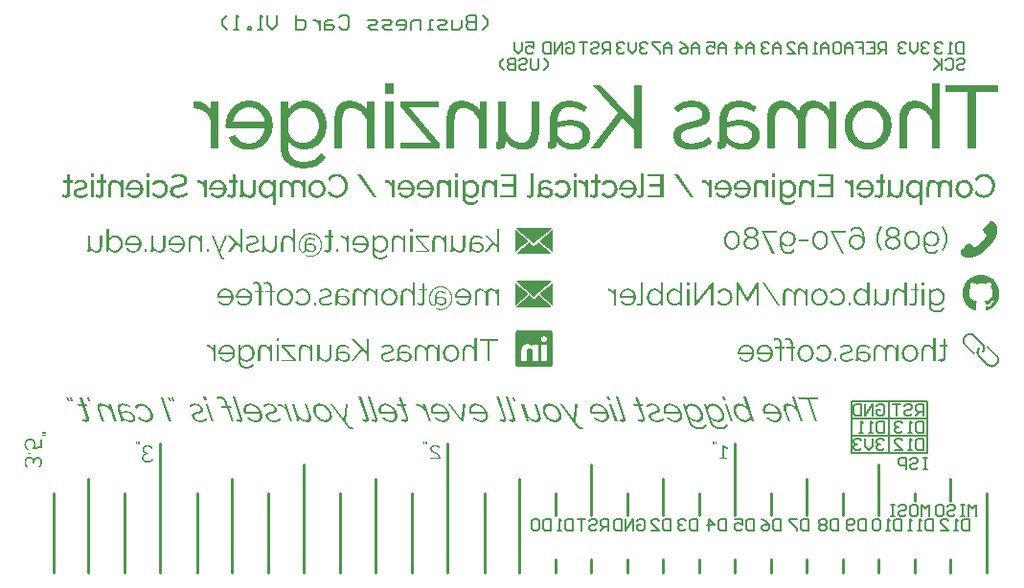
<source format=gbo>
G04 Layer_Color=13684944*
%FSAX25Y25*%
%MOIN*%
G70*
G01*
G75*
%ADD39C,0.01000*%
%ADD64C,0.00600*%
%ADD69C,0.00800*%
%ADD71C,0.00500*%
%ADD73C,0.00700*%
G36*
X0180385Y0179348D02*
X0180589Y0179324D01*
X0180776Y0179282D01*
X0180860Y0179258D01*
X0180938Y0179240D01*
X0181004Y0179216D01*
X0181070Y0179192D01*
X0181124Y0179173D01*
X0181172Y0179149D01*
X0181208Y0179137D01*
X0181233Y0179125D01*
X0181251Y0179113D01*
X0181256D01*
X0181437Y0179017D01*
X0181599Y0178909D01*
X0181743Y0178801D01*
X0181863Y0178699D01*
X0181918Y0178651D01*
X0181966Y0178609D01*
X0182008Y0178566D01*
X0182038Y0178530D01*
X0182068Y0178506D01*
X0182086Y0178482D01*
X0182098Y0178470D01*
X0182104Y0178464D01*
X0182230Y0178308D01*
X0182338Y0178140D01*
X0182428Y0177983D01*
X0182507Y0177833D01*
X0182543Y0177761D01*
X0182567Y0177701D01*
X0182597Y0177641D01*
X0182615Y0177593D01*
X0182633Y0177557D01*
X0182639Y0177527D01*
X0182651Y0177509D01*
Y0177503D01*
X0182717Y0177298D01*
X0182759Y0177094D01*
X0182795Y0176902D01*
X0182807Y0176812D01*
X0182819Y0176727D01*
X0182825Y0176649D01*
X0182831Y0176577D01*
X0182837Y0176517D01*
Y0176463D01*
X0182843Y0176421D01*
Y0176385D01*
Y0176367D01*
Y0176361D01*
X0182837Y0176150D01*
X0182813Y0175952D01*
X0182783Y0175766D01*
X0182765Y0175682D01*
X0182741Y0175603D01*
X0182723Y0175531D01*
X0182705Y0175465D01*
X0182693Y0175405D01*
X0182675Y0175357D01*
X0182663Y0175321D01*
X0182651Y0175291D01*
X0182645Y0175273D01*
Y0175267D01*
X0182561Y0175075D01*
X0182476Y0174894D01*
X0182380Y0174738D01*
X0182332Y0174666D01*
X0182290Y0174600D01*
X0182248Y0174534D01*
X0182212Y0174486D01*
X0182176Y0174438D01*
X0182146Y0174396D01*
X0182122Y0174365D01*
X0182104Y0174341D01*
X0182092Y0174329D01*
X0182086Y0174323D01*
X0181948Y0174179D01*
X0181797Y0174047D01*
X0181659Y0173939D01*
X0181521Y0173843D01*
X0181461Y0173801D01*
X0181407Y0173770D01*
X0181359Y0173740D01*
X0181317Y0173716D01*
X0181281Y0173692D01*
X0181256Y0173680D01*
X0181238Y0173674D01*
X0181233Y0173668D01*
X0181046Y0173590D01*
X0180854Y0173530D01*
X0180674Y0173488D01*
X0180505Y0173458D01*
X0180427Y0173446D01*
X0180361Y0173440D01*
X0180295Y0173434D01*
X0180247D01*
X0180205Y0173428D01*
X0180145D01*
X0180025Y0173434D01*
X0179910Y0173440D01*
X0179694Y0173476D01*
X0179490Y0173524D01*
X0179393Y0173554D01*
X0179309Y0173584D01*
X0179231Y0173614D01*
X0179159Y0173644D01*
X0179099Y0173668D01*
X0179045Y0173692D01*
X0179003Y0173710D01*
X0178973Y0173728D01*
X0178955Y0173734D01*
X0178949Y0173740D01*
X0178744Y0173867D01*
X0178564Y0174011D01*
X0178480Y0174083D01*
X0178408Y0174155D01*
X0178336Y0174227D01*
X0178276Y0174293D01*
X0178221Y0174359D01*
X0178167Y0174419D01*
X0178125Y0174474D01*
X0178095Y0174522D01*
X0178065Y0174558D01*
X0178047Y0174588D01*
X0178035Y0174606D01*
X0178029Y0174612D01*
Y0173482D01*
X0178035Y0173314D01*
X0178053Y0173157D01*
X0178083Y0173019D01*
X0178113Y0172905D01*
X0178131Y0172851D01*
X0178143Y0172803D01*
X0178155Y0172767D01*
X0178173Y0172731D01*
X0178179Y0172707D01*
X0178191Y0172689D01*
X0178197Y0172677D01*
Y0172671D01*
X0178263Y0172544D01*
X0178336Y0172436D01*
X0178414Y0172334D01*
X0178486Y0172250D01*
X0178552Y0172184D01*
X0178600Y0172136D01*
X0178636Y0172106D01*
X0178642Y0172094D01*
X0178648D01*
X0178756Y0172016D01*
X0178870Y0171943D01*
X0178979Y0171883D01*
X0179087Y0171835D01*
X0179177Y0171799D01*
X0179213Y0171787D01*
X0179243Y0171775D01*
X0179273Y0171763D01*
X0179291Y0171757D01*
X0179303Y0171751D01*
X0179309D01*
X0179454Y0171715D01*
X0179592Y0171685D01*
X0179730Y0171667D01*
X0179850Y0171649D01*
X0179952Y0171643D01*
X0180000D01*
X0180036Y0171637D01*
X0180109D01*
X0180229Y0171643D01*
X0180343Y0171649D01*
X0180571Y0171679D01*
X0180674Y0171697D01*
X0180776Y0171721D01*
X0180866Y0171745D01*
X0180956Y0171769D01*
X0181034Y0171793D01*
X0181106Y0171811D01*
X0181166Y0171835D01*
X0181220Y0171853D01*
X0181263Y0171871D01*
X0181293Y0171883D01*
X0181311Y0171895D01*
X0181317D01*
X0181419Y0171949D01*
X0181515Y0172003D01*
X0181695Y0172130D01*
X0181779Y0172196D01*
X0181851Y0172268D01*
X0181918Y0172334D01*
X0181984Y0172400D01*
X0182038Y0172460D01*
X0182086Y0172520D01*
X0182128Y0172569D01*
X0182164Y0172617D01*
X0182188Y0172653D01*
X0182206Y0172683D01*
X0182218Y0172701D01*
X0182224Y0172707D01*
X0182687Y0172340D01*
X0182537Y0172130D01*
X0182458Y0172034D01*
X0182374Y0171943D01*
X0182296Y0171859D01*
X0182212Y0171781D01*
X0182134Y0171709D01*
X0182056Y0171643D01*
X0181984Y0171583D01*
X0181918Y0171535D01*
X0181858Y0171493D01*
X0181809Y0171457D01*
X0181767Y0171426D01*
X0181731Y0171408D01*
X0181713Y0171397D01*
X0181707Y0171390D01*
X0181587Y0171330D01*
X0181461Y0171276D01*
X0181335Y0171228D01*
X0181196Y0171186D01*
X0181064Y0171150D01*
X0180932Y0171120D01*
X0180800Y0171102D01*
X0180680Y0171078D01*
X0180559Y0171066D01*
X0180451Y0171054D01*
X0180355Y0171048D01*
X0180271Y0171042D01*
X0180205Y0171036D01*
X0180109D01*
X0179898Y0171042D01*
X0179700Y0171060D01*
X0179514Y0171084D01*
X0179429Y0171102D01*
X0179351Y0171114D01*
X0179279Y0171126D01*
X0179213Y0171144D01*
X0179159Y0171156D01*
X0179111Y0171168D01*
X0179075Y0171180D01*
X0179045Y0171186D01*
X0179027Y0171192D01*
X0179021D01*
X0178834Y0171258D01*
X0178660Y0171330D01*
X0178504Y0171408D01*
X0178438Y0171451D01*
X0178372Y0171487D01*
X0178318Y0171523D01*
X0178263Y0171553D01*
X0178221Y0171583D01*
X0178185Y0171613D01*
X0178155Y0171631D01*
X0178137Y0171649D01*
X0178125Y0171655D01*
X0178119Y0171661D01*
X0177981Y0171781D01*
X0177861Y0171907D01*
X0177759Y0172040D01*
X0177668Y0172160D01*
X0177596Y0172262D01*
X0177572Y0172310D01*
X0177548Y0172346D01*
X0177530Y0172382D01*
X0177518Y0172406D01*
X0177506Y0172418D01*
Y0172424D01*
X0177428Y0172599D01*
X0177374Y0172785D01*
X0177332Y0172959D01*
X0177308Y0173127D01*
X0177296Y0173199D01*
X0177290Y0173266D01*
X0177284Y0173332D01*
Y0173380D01*
X0177278Y0173422D01*
Y0173458D01*
Y0173476D01*
Y0173482D01*
Y0179258D01*
X0177957D01*
Y0178056D01*
X0178107Y0178254D01*
X0178263Y0178434D01*
X0178420Y0178596D01*
X0178492Y0178669D01*
X0178564Y0178729D01*
X0178630Y0178789D01*
X0178690Y0178843D01*
X0178744Y0178885D01*
X0178792Y0178921D01*
X0178829Y0178951D01*
X0178858Y0178969D01*
X0178876Y0178981D01*
X0178883Y0178987D01*
X0178985Y0179053D01*
X0179093Y0179107D01*
X0179201Y0179161D01*
X0179309Y0179203D01*
X0179417Y0179240D01*
X0179526Y0179270D01*
X0179628Y0179294D01*
X0179730Y0179312D01*
X0179820Y0179330D01*
X0179904Y0179342D01*
X0179976Y0179348D01*
X0180043Y0179354D01*
X0180097Y0179360D01*
X0180169D01*
X0180385Y0179348D01*
D02*
G37*
G36*
X0260114Y0173500D02*
X0259363D01*
Y0177022D01*
X0259320Y0177154D01*
X0259272Y0177274D01*
X0259218Y0177383D01*
X0259170Y0177485D01*
X0259128Y0177563D01*
X0259092Y0177623D01*
X0259074Y0177647D01*
X0259062Y0177665D01*
X0259056Y0177671D01*
Y0177677D01*
X0258978Y0177785D01*
X0258894Y0177887D01*
X0258816Y0177971D01*
X0258737Y0178050D01*
X0258671Y0178110D01*
X0258623Y0178158D01*
X0258587Y0178182D01*
X0258575Y0178194D01*
X0258473Y0178272D01*
X0258365Y0178344D01*
X0258269Y0178404D01*
X0258178Y0178452D01*
X0258100Y0178488D01*
X0258040Y0178518D01*
X0258016Y0178530D01*
X0257998Y0178536D01*
X0257992Y0178542D01*
X0257986D01*
X0257866Y0178585D01*
X0257752Y0178621D01*
X0257650Y0178645D01*
X0257547Y0178657D01*
X0257469Y0178669D01*
X0257403Y0178675D01*
X0257349D01*
X0257229Y0178669D01*
X0257121Y0178657D01*
X0257019Y0178632D01*
X0256922Y0178596D01*
X0256832Y0178560D01*
X0256754Y0178518D01*
X0256676Y0178476D01*
X0256610Y0178434D01*
X0256556Y0178386D01*
X0256502Y0178344D01*
X0256460Y0178302D01*
X0256424Y0178266D01*
X0256399Y0178236D01*
X0256382Y0178212D01*
X0256369Y0178194D01*
X0256364Y0178188D01*
X0256303Y0178092D01*
X0256249Y0177983D01*
X0256207Y0177869D01*
X0256165Y0177755D01*
X0256129Y0177629D01*
X0256105Y0177509D01*
X0256063Y0177268D01*
X0256051Y0177160D01*
X0256039Y0177052D01*
X0256033Y0176962D01*
X0256027Y0176878D01*
X0256021Y0176812D01*
Y0176757D01*
Y0176727D01*
Y0176715D01*
Y0173500D01*
X0255270D01*
Y0176872D01*
X0255276Y0177076D01*
X0255288Y0177262D01*
X0255300Y0177437D01*
X0255312Y0177515D01*
X0255318Y0177587D01*
X0255330Y0177647D01*
X0255342Y0177707D01*
X0255348Y0177761D01*
X0255354Y0177803D01*
X0255360Y0177833D01*
X0255366Y0177863D01*
X0255372Y0177875D01*
Y0177881D01*
X0255414Y0178044D01*
X0255462Y0178194D01*
X0255510Y0178332D01*
X0255564Y0178446D01*
X0255612Y0178536D01*
X0255630Y0178572D01*
X0255648Y0178603D01*
X0255666Y0178632D01*
X0255672Y0178651D01*
X0255684Y0178657D01*
Y0178663D01*
X0255768Y0178777D01*
X0255865Y0178885D01*
X0255961Y0178969D01*
X0256045Y0179041D01*
X0256129Y0179101D01*
X0256189Y0179137D01*
X0256213Y0179155D01*
X0256231Y0179167D01*
X0256243Y0179173D01*
X0256249D01*
X0256387Y0179234D01*
X0256526Y0179282D01*
X0256670Y0179312D01*
X0256802Y0179336D01*
X0256922Y0179348D01*
X0256971Y0179354D01*
X0257013Y0179360D01*
X0257097D01*
X0257229Y0179354D01*
X0257355Y0179342D01*
X0257475Y0179324D01*
X0257595Y0179300D01*
X0257710Y0179270D01*
X0257818Y0179240D01*
X0257914Y0179203D01*
X0258010Y0179173D01*
X0258094Y0179137D01*
X0258172Y0179101D01*
X0258239Y0179071D01*
X0258293Y0179041D01*
X0258341Y0179017D01*
X0258371Y0178999D01*
X0258395Y0178987D01*
X0258401Y0178981D01*
X0258509Y0178909D01*
X0258617Y0178831D01*
X0258713Y0178747D01*
X0258809Y0178663D01*
X0258894Y0178578D01*
X0258972Y0178494D01*
X0259044Y0178410D01*
X0259110Y0178326D01*
X0259170Y0178254D01*
X0259218Y0178182D01*
X0259260Y0178116D01*
X0259296Y0178062D01*
X0259326Y0178014D01*
X0259344Y0177983D01*
X0259356Y0177959D01*
X0259363Y0177953D01*
Y0181571D01*
X0260114D01*
Y0173500D01*
D02*
G37*
G36*
X0235082Y0179354D02*
X0235286Y0179330D01*
X0235473Y0179300D01*
X0235563Y0179282D01*
X0235641Y0179264D01*
X0235713Y0179246D01*
X0235779Y0179227D01*
X0235839Y0179209D01*
X0235887Y0179198D01*
X0235924Y0179185D01*
X0235953Y0179173D01*
X0235971Y0179167D01*
X0235978D01*
X0236176Y0179089D01*
X0236374Y0178999D01*
X0236555Y0178909D01*
X0236645Y0178861D01*
X0236723Y0178819D01*
X0236795Y0178777D01*
X0236867Y0178735D01*
X0236921Y0178699D01*
X0236975Y0178669D01*
X0237017Y0178645D01*
X0237047Y0178627D01*
X0237065Y0178614D01*
X0237071Y0178609D01*
X0236807Y0178110D01*
X0236633Y0178224D01*
X0236458Y0178326D01*
X0236302Y0178416D01*
X0236164Y0178488D01*
X0236098Y0178518D01*
X0236044Y0178542D01*
X0235996Y0178566D01*
X0235953Y0178585D01*
X0235924Y0178596D01*
X0235893Y0178609D01*
X0235881Y0178614D01*
X0235875D01*
X0235701Y0178675D01*
X0235533Y0178717D01*
X0235377Y0178753D01*
X0235238Y0178771D01*
X0235178Y0178783D01*
X0235118D01*
X0235070Y0178789D01*
X0235028Y0178795D01*
X0234950D01*
X0234812Y0178789D01*
X0234685Y0178777D01*
X0234565Y0178753D01*
X0234451Y0178723D01*
X0234349Y0178693D01*
X0234253Y0178651D01*
X0234162Y0178614D01*
X0234084Y0178572D01*
X0234012Y0178530D01*
X0233952Y0178488D01*
X0233898Y0178446D01*
X0233850Y0178416D01*
X0233820Y0178386D01*
X0233790Y0178362D01*
X0233778Y0178350D01*
X0233772Y0178344D01*
X0233694Y0178260D01*
X0233628Y0178164D01*
X0233568Y0178068D01*
X0233520Y0177965D01*
X0233477Y0177869D01*
X0233441Y0177767D01*
X0233411Y0177671D01*
X0233387Y0177575D01*
X0233369Y0177485D01*
X0233357Y0177401D01*
X0233345Y0177328D01*
X0233339Y0177262D01*
X0233333Y0177208D01*
Y0177172D01*
Y0177142D01*
Y0177136D01*
Y0176613D01*
X0233471Y0176667D01*
X0233610Y0176709D01*
X0233748Y0176745D01*
X0233874Y0176781D01*
X0233982Y0176805D01*
X0234030Y0176812D01*
X0234066Y0176823D01*
X0234102Y0176830D01*
X0234126D01*
X0234138Y0176836D01*
X0234144D01*
X0234313Y0176860D01*
X0234475Y0176884D01*
X0234619Y0176896D01*
X0234757Y0176902D01*
X0234812Y0176908D01*
X0234866D01*
X0234914Y0176914D01*
X0235028D01*
X0235226Y0176908D01*
X0235413Y0176896D01*
X0235581Y0176872D01*
X0235653Y0176860D01*
X0235725Y0176854D01*
X0235791Y0176842D01*
X0235845Y0176830D01*
X0235899Y0176818D01*
X0235942Y0176805D01*
X0235971Y0176799D01*
X0236002Y0176794D01*
X0236014Y0176787D01*
X0236020D01*
X0236182Y0176733D01*
X0236326Y0176679D01*
X0236458Y0176619D01*
X0236573Y0176559D01*
X0236663Y0176505D01*
X0236699Y0176487D01*
X0236729Y0176463D01*
X0236753Y0176451D01*
X0236777Y0176439D01*
X0236783Y0176427D01*
X0236789D01*
X0236903Y0176337D01*
X0236999Y0176241D01*
X0237089Y0176144D01*
X0237156Y0176060D01*
X0237216Y0175982D01*
X0237252Y0175922D01*
X0237270Y0175898D01*
X0237282Y0175880D01*
X0237288Y0175874D01*
Y0175868D01*
X0237348Y0175742D01*
X0237390Y0175621D01*
X0237420Y0175495D01*
X0237438Y0175387D01*
X0237450Y0175291D01*
X0237456Y0175249D01*
X0237462Y0175213D01*
Y0175183D01*
Y0175165D01*
Y0175153D01*
Y0175147D01*
X0237456Y0175014D01*
X0237438Y0174888D01*
X0237414Y0174774D01*
X0237390Y0174672D01*
X0237366Y0174588D01*
X0237342Y0174522D01*
X0237330Y0174498D01*
X0237324Y0174480D01*
X0237318Y0174474D01*
Y0174468D01*
X0237258Y0174353D01*
X0237192Y0174245D01*
X0237125Y0174149D01*
X0237059Y0174065D01*
X0237005Y0173999D01*
X0236957Y0173945D01*
X0236927Y0173915D01*
X0236915Y0173909D01*
Y0173903D01*
X0236813Y0173819D01*
X0236705Y0173740D01*
X0236603Y0173680D01*
X0236500Y0173626D01*
X0236416Y0173578D01*
X0236350Y0173548D01*
X0236326Y0173536D01*
X0236308Y0173530D01*
X0236296Y0173524D01*
X0236290D01*
X0236152Y0173482D01*
X0236008Y0173446D01*
X0235869Y0173422D01*
X0235749Y0173410D01*
X0235641Y0173398D01*
X0235593D01*
X0235551Y0173392D01*
X0235479D01*
X0235359Y0173398D01*
X0235244Y0173404D01*
X0235016Y0173434D01*
X0234806Y0173482D01*
X0234709Y0173506D01*
X0234619Y0173530D01*
X0234535Y0173554D01*
X0234463Y0173578D01*
X0234397Y0173602D01*
X0234343Y0173626D01*
X0234295Y0173644D01*
X0234265Y0173656D01*
X0234241Y0173668D01*
X0234235D01*
X0234120Y0173722D01*
X0234018Y0173783D01*
X0233916Y0173849D01*
X0233820Y0173909D01*
X0233736Y0173975D01*
X0233652Y0174041D01*
X0233580Y0174107D01*
X0233513Y0174173D01*
X0233453Y0174233D01*
X0233399Y0174287D01*
X0233351Y0174335D01*
X0233315Y0174378D01*
X0233285Y0174414D01*
X0233267Y0174438D01*
X0233255Y0174456D01*
X0233249Y0174462D01*
X0233225Y0174005D01*
X0233207Y0173915D01*
X0233183Y0173830D01*
X0233147Y0173764D01*
X0233111Y0173710D01*
X0233081Y0173662D01*
X0233051Y0173632D01*
X0233027Y0173614D01*
X0233021Y0173608D01*
X0232948Y0173566D01*
X0232876Y0173536D01*
X0232810Y0173512D01*
X0232750Y0173500D01*
X0232696Y0173488D01*
X0232654Y0173482D01*
X0232570D01*
X0232528Y0173488D01*
X0232486D01*
X0232426Y0173494D01*
X0232371D01*
X0232347Y0173500D01*
X0232317D01*
Y0174161D01*
X0232365Y0174167D01*
X0232402Y0174173D01*
X0232468Y0174209D01*
X0232516Y0174257D01*
X0232546Y0174317D01*
X0232570Y0174372D01*
X0232576Y0174419D01*
X0232582Y0174456D01*
Y0174462D01*
Y0174468D01*
Y0177070D01*
X0232588Y0177262D01*
X0232606Y0177449D01*
X0232636Y0177623D01*
X0232678Y0177785D01*
X0232726Y0177935D01*
X0232780Y0178074D01*
X0232834Y0178194D01*
X0232888Y0178308D01*
X0232948Y0178410D01*
X0233003Y0178500D01*
X0233057Y0178572D01*
X0233105Y0178632D01*
X0233141Y0178687D01*
X0233177Y0178717D01*
X0233195Y0178741D01*
X0233201Y0178747D01*
X0233321Y0178855D01*
X0233447Y0178951D01*
X0233586Y0179029D01*
X0233724Y0179101D01*
X0233862Y0179161D01*
X0234000Y0179209D01*
X0234138Y0179252D01*
X0234271Y0179282D01*
X0234391Y0179306D01*
X0234505Y0179330D01*
X0234607Y0179342D01*
X0234697Y0179348D01*
X0234770Y0179354D01*
X0234824Y0179360D01*
X0234872D01*
X0235082Y0179354D01*
D02*
G37*
G36*
X0213722D02*
X0213927Y0179330D01*
X0214113Y0179300D01*
X0214203Y0179282D01*
X0214281Y0179264D01*
X0214354Y0179246D01*
X0214420Y0179227D01*
X0214480Y0179209D01*
X0214528Y0179198D01*
X0214564Y0179185D01*
X0214594Y0179173D01*
X0214612Y0179167D01*
X0214618D01*
X0214816Y0179089D01*
X0215015Y0178999D01*
X0215195Y0178909D01*
X0215285Y0178861D01*
X0215363Y0178819D01*
X0215435Y0178777D01*
X0215508Y0178735D01*
X0215562Y0178699D01*
X0215616Y0178669D01*
X0215658Y0178645D01*
X0215688Y0178627D01*
X0215706Y0178614D01*
X0215712Y0178609D01*
X0215447Y0178110D01*
X0215273Y0178224D01*
X0215099Y0178326D01*
X0214943Y0178416D01*
X0214804Y0178488D01*
X0214738Y0178518D01*
X0214684Y0178542D01*
X0214636Y0178566D01*
X0214594Y0178585D01*
X0214564Y0178596D01*
X0214534Y0178609D01*
X0214522Y0178614D01*
X0214516D01*
X0214342Y0178675D01*
X0214173Y0178717D01*
X0214017Y0178753D01*
X0213879Y0178771D01*
X0213819Y0178783D01*
X0213759D01*
X0213710Y0178789D01*
X0213668Y0178795D01*
X0213590D01*
X0213452Y0178789D01*
X0213326Y0178777D01*
X0213206Y0178753D01*
X0213091Y0178723D01*
X0212989Y0178693D01*
X0212893Y0178651D01*
X0212803Y0178614D01*
X0212725Y0178572D01*
X0212653Y0178530D01*
X0212593Y0178488D01*
X0212539Y0178446D01*
X0212491Y0178416D01*
X0212460Y0178386D01*
X0212430Y0178362D01*
X0212418Y0178350D01*
X0212412Y0178344D01*
X0212334Y0178260D01*
X0212268Y0178164D01*
X0212208Y0178068D01*
X0212160Y0177965D01*
X0212118Y0177869D01*
X0212082Y0177767D01*
X0212052Y0177671D01*
X0212028Y0177575D01*
X0212010Y0177485D01*
X0211998Y0177401D01*
X0211986Y0177328D01*
X0211980Y0177262D01*
X0211974Y0177208D01*
Y0177172D01*
Y0177142D01*
Y0177136D01*
Y0176613D01*
X0212112Y0176667D01*
X0212250Y0176709D01*
X0212388Y0176745D01*
X0212514Y0176781D01*
X0212623Y0176805D01*
X0212671Y0176812D01*
X0212707Y0176823D01*
X0212743Y0176830D01*
X0212767D01*
X0212779Y0176836D01*
X0212785D01*
X0212953Y0176860D01*
X0213116Y0176884D01*
X0213260Y0176896D01*
X0213398Y0176902D01*
X0213452Y0176908D01*
X0213506D01*
X0213554Y0176914D01*
X0213668D01*
X0213867Y0176908D01*
X0214053Y0176896D01*
X0214221Y0176872D01*
X0214294Y0176860D01*
X0214366Y0176854D01*
X0214432Y0176842D01*
X0214486Y0176830D01*
X0214540Y0176818D01*
X0214582Y0176805D01*
X0214612Y0176799D01*
X0214642Y0176794D01*
X0214654Y0176787D01*
X0214660D01*
X0214822Y0176733D01*
X0214967Y0176679D01*
X0215099Y0176619D01*
X0215213Y0176559D01*
X0215303Y0176505D01*
X0215339Y0176487D01*
X0215369Y0176463D01*
X0215393Y0176451D01*
X0215417Y0176439D01*
X0215423Y0176427D01*
X0215429D01*
X0215544Y0176337D01*
X0215640Y0176241D01*
X0215730Y0176144D01*
X0215796Y0176060D01*
X0215856Y0175982D01*
X0215892Y0175922D01*
X0215910Y0175898D01*
X0215922Y0175880D01*
X0215928Y0175874D01*
Y0175868D01*
X0215988Y0175742D01*
X0216030Y0175621D01*
X0216060Y0175495D01*
X0216078Y0175387D01*
X0216090Y0175291D01*
X0216096Y0175249D01*
X0216103Y0175213D01*
Y0175183D01*
Y0175165D01*
Y0175153D01*
Y0175147D01*
X0216096Y0175014D01*
X0216078Y0174888D01*
X0216054Y0174774D01*
X0216030Y0174672D01*
X0216006Y0174588D01*
X0215982Y0174522D01*
X0215970Y0174498D01*
X0215964Y0174480D01*
X0215958Y0174474D01*
Y0174468D01*
X0215898Y0174353D01*
X0215832Y0174245D01*
X0215766Y0174149D01*
X0215700Y0174065D01*
X0215646Y0173999D01*
X0215598Y0173945D01*
X0215568Y0173915D01*
X0215556Y0173909D01*
Y0173903D01*
X0215453Y0173819D01*
X0215345Y0173740D01*
X0215243Y0173680D01*
X0215141Y0173626D01*
X0215057Y0173578D01*
X0214991Y0173548D01*
X0214967Y0173536D01*
X0214949Y0173530D01*
X0214936Y0173524D01*
X0214931D01*
X0214792Y0173482D01*
X0214648Y0173446D01*
X0214510Y0173422D01*
X0214390Y0173410D01*
X0214281Y0173398D01*
X0214233D01*
X0214191Y0173392D01*
X0214119D01*
X0213999Y0173398D01*
X0213885Y0173404D01*
X0213656Y0173434D01*
X0213446Y0173482D01*
X0213350Y0173506D01*
X0213260Y0173530D01*
X0213176Y0173554D01*
X0213104Y0173578D01*
X0213037Y0173602D01*
X0212983Y0173626D01*
X0212935Y0173644D01*
X0212905Y0173656D01*
X0212881Y0173668D01*
X0212875D01*
X0212761Y0173722D01*
X0212659Y0173783D01*
X0212557Y0173849D01*
X0212460Y0173909D01*
X0212376Y0173975D01*
X0212292Y0174041D01*
X0212220Y0174107D01*
X0212154Y0174173D01*
X0212094Y0174233D01*
X0212040Y0174287D01*
X0211992Y0174335D01*
X0211956Y0174378D01*
X0211926Y0174414D01*
X0211908Y0174438D01*
X0211895Y0174456D01*
X0211890Y0174462D01*
X0211865Y0174005D01*
X0211847Y0173915D01*
X0211823Y0173830D01*
X0211787Y0173764D01*
X0211751Y0173710D01*
X0211721Y0173662D01*
X0211691Y0173632D01*
X0211667Y0173614D01*
X0211661Y0173608D01*
X0211589Y0173566D01*
X0211517Y0173536D01*
X0211451Y0173512D01*
X0211391Y0173500D01*
X0211336Y0173488D01*
X0211295Y0173482D01*
X0211210D01*
X0211168Y0173488D01*
X0211126D01*
X0211066Y0173494D01*
X0211012D01*
X0210988Y0173500D01*
X0210958D01*
Y0174161D01*
X0211006Y0174167D01*
X0211042Y0174173D01*
X0211108Y0174209D01*
X0211156Y0174257D01*
X0211186Y0174317D01*
X0211210Y0174372D01*
X0211216Y0174419D01*
X0211222Y0174456D01*
Y0174462D01*
Y0174468D01*
Y0177070D01*
X0211228Y0177262D01*
X0211246Y0177449D01*
X0211277Y0177623D01*
X0211318Y0177785D01*
X0211367Y0177935D01*
X0211421Y0178074D01*
X0211475Y0178194D01*
X0211529Y0178308D01*
X0211589Y0178410D01*
X0211643Y0178500D01*
X0211697Y0178572D01*
X0211745Y0178632D01*
X0211781Y0178687D01*
X0211817Y0178717D01*
X0211835Y0178741D01*
X0211841Y0178747D01*
X0211962Y0178855D01*
X0212088Y0178951D01*
X0212226Y0179029D01*
X0212364Y0179101D01*
X0212503Y0179161D01*
X0212641Y0179209D01*
X0212779Y0179252D01*
X0212911Y0179282D01*
X0213031Y0179306D01*
X0213146Y0179330D01*
X0213248Y0179342D01*
X0213338Y0179348D01*
X0213410Y0179354D01*
X0213464Y0179360D01*
X0213512D01*
X0213722Y0179354D01*
D02*
G37*
G36*
X0244373D02*
X0244500Y0179342D01*
X0244626Y0179324D01*
X0244740Y0179300D01*
X0244854Y0179276D01*
X0244956Y0179240D01*
X0245053Y0179209D01*
X0245143Y0179173D01*
X0245227Y0179137D01*
X0245299Y0179107D01*
X0245365Y0179071D01*
X0245419Y0179047D01*
X0245461Y0179023D01*
X0245497Y0179005D01*
X0245515Y0178993D01*
X0245521Y0178987D01*
X0245624Y0178915D01*
X0245726Y0178837D01*
X0245906Y0178669D01*
X0245990Y0178585D01*
X0246062Y0178494D01*
X0246134Y0178410D01*
X0246201Y0178332D01*
X0246255Y0178254D01*
X0246303Y0178182D01*
X0246345Y0178116D01*
X0246381Y0178062D01*
X0246411Y0178019D01*
X0246429Y0177983D01*
X0246441Y0177959D01*
X0246447Y0177953D01*
Y0179258D01*
X0247132D01*
Y0173500D01*
X0246381D01*
Y0177022D01*
X0246339Y0177160D01*
X0246285Y0177286D01*
X0246231Y0177407D01*
X0246170Y0177521D01*
X0246116Y0177629D01*
X0246050Y0177725D01*
X0245990Y0177815D01*
X0245936Y0177899D01*
X0245876Y0177971D01*
X0245822Y0178038D01*
X0245780Y0178092D01*
X0245738Y0178134D01*
X0245702Y0178170D01*
X0245678Y0178200D01*
X0245660Y0178212D01*
X0245654Y0178218D01*
X0245557Y0178296D01*
X0245455Y0178368D01*
X0245359Y0178428D01*
X0245257Y0178482D01*
X0245155Y0178524D01*
X0245059Y0178560D01*
X0244969Y0178596D01*
X0244878Y0178621D01*
X0244794Y0178639D01*
X0244722Y0178651D01*
X0244656Y0178663D01*
X0244596Y0178669D01*
X0244554Y0178675D01*
X0244488D01*
X0244373Y0178669D01*
X0244265Y0178657D01*
X0244163Y0178632D01*
X0244073Y0178603D01*
X0243989Y0178566D01*
X0243911Y0178524D01*
X0243839Y0178482D01*
X0243778Y0178440D01*
X0243724Y0178398D01*
X0243676Y0178356D01*
X0243634Y0178314D01*
X0243604Y0178278D01*
X0243574Y0178248D01*
X0243556Y0178224D01*
X0243550Y0178212D01*
X0243544Y0178206D01*
X0243490Y0178116D01*
X0243442Y0178007D01*
X0243400Y0177899D01*
X0243364Y0177779D01*
X0243310Y0177533D01*
X0243268Y0177286D01*
X0243256Y0177172D01*
X0243250Y0177064D01*
X0243244Y0176968D01*
X0243238Y0176884D01*
X0243232Y0176812D01*
Y0176763D01*
Y0176727D01*
Y0176721D01*
Y0176715D01*
Y0173500D01*
X0242480D01*
Y0177016D01*
X0242438Y0177148D01*
X0242390Y0177274D01*
X0242342Y0177389D01*
X0242300Y0177485D01*
X0242258Y0177569D01*
X0242222Y0177629D01*
X0242210Y0177653D01*
X0242198Y0177671D01*
X0242192Y0177677D01*
Y0177683D01*
X0242120Y0177791D01*
X0242042Y0177893D01*
X0241969Y0177983D01*
X0241897Y0178062D01*
X0241843Y0178122D01*
X0241795Y0178170D01*
X0241765Y0178194D01*
X0241753Y0178206D01*
X0241657Y0178284D01*
X0241567Y0178356D01*
X0241471Y0178410D01*
X0241393Y0178458D01*
X0241320Y0178500D01*
X0241260Y0178524D01*
X0241224Y0178542D01*
X0241218Y0178548D01*
X0241212D01*
X0241098Y0178591D01*
X0240990Y0178621D01*
X0240888Y0178645D01*
X0240792Y0178657D01*
X0240707Y0178669D01*
X0240641Y0178675D01*
X0240587D01*
X0240473Y0178669D01*
X0240359Y0178657D01*
X0240263Y0178632D01*
X0240166Y0178603D01*
X0240082Y0178560D01*
X0240004Y0178524D01*
X0239932Y0178476D01*
X0239866Y0178434D01*
X0239812Y0178392D01*
X0239764Y0178344D01*
X0239722Y0178308D01*
X0239692Y0178272D01*
X0239662Y0178236D01*
X0239644Y0178212D01*
X0239638Y0178200D01*
X0239632Y0178194D01*
X0239578Y0178098D01*
X0239524Y0177996D01*
X0239481Y0177881D01*
X0239445Y0177761D01*
X0239391Y0177515D01*
X0239355Y0177274D01*
X0239337Y0177166D01*
X0239331Y0177058D01*
X0239325Y0176962D01*
X0239319Y0176878D01*
X0239313Y0176812D01*
Y0176757D01*
Y0176727D01*
Y0176715D01*
Y0173500D01*
X0238562D01*
Y0176872D01*
X0238568Y0177076D01*
X0238574Y0177268D01*
X0238592Y0177443D01*
X0238598Y0177521D01*
X0238610Y0177593D01*
X0238616Y0177659D01*
X0238628Y0177719D01*
X0238634Y0177773D01*
X0238640Y0177815D01*
X0238646Y0177845D01*
X0238652Y0177875D01*
X0238658Y0177887D01*
Y0177893D01*
X0238694Y0178056D01*
X0238742Y0178206D01*
X0238790Y0178344D01*
X0238844Y0178458D01*
X0238886Y0178548D01*
X0238904Y0178585D01*
X0238922Y0178614D01*
X0238941Y0178645D01*
X0238947Y0178663D01*
X0238959Y0178669D01*
Y0178675D01*
X0239043Y0178789D01*
X0239127Y0178891D01*
X0239217Y0178981D01*
X0239307Y0179053D01*
X0239379Y0179107D01*
X0239445Y0179149D01*
X0239469Y0179161D01*
X0239481Y0179173D01*
X0239493Y0179179D01*
X0239499D01*
X0239632Y0179240D01*
X0239770Y0179282D01*
X0239902Y0179318D01*
X0240028Y0179336D01*
X0240142Y0179348D01*
X0240191Y0179354D01*
X0240233Y0179360D01*
X0240311D01*
X0240443Y0179354D01*
X0240569Y0179342D01*
X0240695Y0179324D01*
X0240816Y0179294D01*
X0240930Y0179264D01*
X0241044Y0179221D01*
X0241260Y0179125D01*
X0241459Y0179017D01*
X0241645Y0178891D01*
X0241813Y0178759D01*
X0241964Y0178621D01*
X0242096Y0178476D01*
X0242216Y0178344D01*
X0242312Y0178218D01*
X0242396Y0178110D01*
X0242462Y0178014D01*
X0242486Y0177971D01*
X0242510Y0177941D01*
X0242522Y0177911D01*
X0242534Y0177893D01*
X0242547Y0177881D01*
Y0177875D01*
X0242565Y0177996D01*
X0242595Y0178116D01*
X0242625Y0178224D01*
X0242667Y0178326D01*
X0242709Y0178422D01*
X0242751Y0178506D01*
X0242799Y0178591D01*
X0242841Y0178663D01*
X0242889Y0178729D01*
X0242931Y0178789D01*
X0242967Y0178837D01*
X0243003Y0178879D01*
X0243033Y0178909D01*
X0243057Y0178933D01*
X0243069Y0178945D01*
X0243075Y0178951D01*
X0243160Y0179023D01*
X0243250Y0179083D01*
X0243346Y0179143D01*
X0243442Y0179185D01*
X0243544Y0179227D01*
X0243640Y0179258D01*
X0243827Y0179312D01*
X0243911Y0179324D01*
X0243995Y0179336D01*
X0244061Y0179348D01*
X0244127Y0179354D01*
X0244175Y0179360D01*
X0244247D01*
X0244373Y0179354D01*
D02*
G37*
G36*
X0267506Y0180664D02*
X0264705D01*
Y0173500D01*
X0263930D01*
Y0180664D01*
X0261135D01*
Y0181349D01*
X0267506D01*
Y0180664D01*
D02*
G37*
G36*
X0221782Y0176781D02*
Y0181337D01*
X0222545D01*
Y0173500D01*
X0221782D01*
Y0175910D01*
X0220291Y0177443D01*
X0217280Y0173500D01*
X0216427D01*
X0219811Y0177899D01*
X0216607Y0181349D01*
X0217455D01*
X0221782Y0176781D01*
D02*
G37*
G36*
X0209642Y0175874D02*
X0209636Y0175652D01*
X0209624Y0175441D01*
X0209600Y0175243D01*
X0209570Y0175063D01*
X0209534Y0174894D01*
X0209497Y0174738D01*
X0209455Y0174600D01*
X0209407Y0174480D01*
X0209365Y0174372D01*
X0209323Y0174275D01*
X0209287Y0174191D01*
X0209251Y0174131D01*
X0209221Y0174077D01*
X0209197Y0174041D01*
X0209185Y0174017D01*
X0209179Y0174011D01*
X0209089Y0173903D01*
X0208987Y0173807D01*
X0208878Y0173722D01*
X0208770Y0173650D01*
X0208656Y0173596D01*
X0208542Y0173542D01*
X0208428Y0173500D01*
X0208319Y0173470D01*
X0208217Y0173446D01*
X0208121Y0173422D01*
X0208031Y0173410D01*
X0207959Y0173404D01*
X0207893Y0173398D01*
X0207851Y0173392D01*
X0207809D01*
X0207664Y0173398D01*
X0207526Y0173410D01*
X0207394Y0173428D01*
X0207268Y0173452D01*
X0207148Y0173476D01*
X0207027Y0173506D01*
X0206919Y0173542D01*
X0206823Y0173578D01*
X0206733Y0173608D01*
X0206649Y0173644D01*
X0206577Y0173674D01*
X0206522Y0173704D01*
X0206474Y0173722D01*
X0206438Y0173740D01*
X0206414Y0173752D01*
X0206408Y0173758D01*
X0206288Y0173830D01*
X0206180Y0173909D01*
X0206072Y0173993D01*
X0205976Y0174077D01*
X0205886Y0174161D01*
X0205801Y0174251D01*
X0205723Y0174335D01*
X0205651Y0174419D01*
X0205585Y0174498D01*
X0205531Y0174570D01*
X0205483Y0174636D01*
X0205447Y0174690D01*
X0205417Y0174738D01*
X0205393Y0174774D01*
X0205381Y0174798D01*
X0205375Y0174804D01*
Y0174005D01*
X0205369Y0173921D01*
X0205345Y0173849D01*
X0205314Y0173783D01*
X0205285Y0173728D01*
X0205248Y0173680D01*
X0205224Y0173650D01*
X0205200Y0173626D01*
X0205194Y0173620D01*
X0205122Y0173572D01*
X0205044Y0173536D01*
X0204972Y0173506D01*
X0204906Y0173488D01*
X0204846Y0173476D01*
X0204798Y0173470D01*
X0204714D01*
X0204672Y0173476D01*
X0204569Y0173488D01*
X0204521D01*
X0204485Y0173494D01*
X0204461Y0173500D01*
X0204449D01*
Y0174161D01*
X0204497Y0174167D01*
X0204539Y0174173D01*
X0204611Y0174209D01*
X0204659Y0174257D01*
X0204690Y0174317D01*
X0204714Y0174372D01*
X0204719Y0174419D01*
X0204726Y0174456D01*
Y0174462D01*
Y0174468D01*
Y0179258D01*
X0205477D01*
Y0175634D01*
X0205531Y0175501D01*
X0205585Y0175375D01*
X0205645Y0175267D01*
X0205699Y0175171D01*
X0205747Y0175087D01*
X0205789Y0175027D01*
X0205807Y0175008D01*
X0205813Y0174990D01*
X0205825Y0174985D01*
Y0174978D01*
X0205909Y0174876D01*
X0205994Y0174780D01*
X0206072Y0174696D01*
X0206150Y0174624D01*
X0206216Y0174564D01*
X0206264Y0174516D01*
X0206300Y0174492D01*
X0206306Y0174480D01*
X0206312D01*
X0206414Y0174407D01*
X0206517Y0174341D01*
X0206619Y0174287D01*
X0206709Y0174239D01*
X0206787Y0174209D01*
X0206847Y0174179D01*
X0206871Y0174173D01*
X0206889Y0174167D01*
X0206895Y0174161D01*
X0206901D01*
X0207021Y0174125D01*
X0207136Y0174101D01*
X0207250Y0174077D01*
X0207346Y0174065D01*
X0207430Y0174059D01*
X0207496Y0174053D01*
X0207556D01*
X0207677Y0174059D01*
X0207791Y0174077D01*
X0207899Y0174101D01*
X0207995Y0174137D01*
X0208091Y0174179D01*
X0208175Y0174233D01*
X0208253Y0174293D01*
X0208326Y0174359D01*
X0208458Y0174504D01*
X0208566Y0174672D01*
X0208650Y0174846D01*
X0208722Y0175032D01*
X0208776Y0175213D01*
X0208818Y0175387D01*
X0208848Y0175555D01*
X0208866Y0175700D01*
X0208878Y0175766D01*
X0208885Y0175826D01*
Y0175880D01*
X0208891Y0175922D01*
Y0175958D01*
Y0175982D01*
Y0176000D01*
Y0176006D01*
Y0179258D01*
X0209642D01*
Y0175874D01*
D02*
G37*
G36*
X0173383Y0179348D02*
X0173600Y0179324D01*
X0173702Y0179306D01*
X0173798Y0179282D01*
X0173888Y0179264D01*
X0173972Y0179240D01*
X0174045Y0179216D01*
X0174117Y0179198D01*
X0174171Y0179173D01*
X0174225Y0179155D01*
X0174261Y0179143D01*
X0174291Y0179131D01*
X0174309Y0179119D01*
X0174315D01*
X0174501Y0179023D01*
X0174676Y0178921D01*
X0174832Y0178813D01*
X0174904Y0178759D01*
X0174970Y0178711D01*
X0175024Y0178663D01*
X0175078Y0178621D01*
X0175120Y0178578D01*
X0175156Y0178542D01*
X0175186Y0178518D01*
X0175210Y0178494D01*
X0175223Y0178482D01*
X0175229Y0178476D01*
X0175367Y0178320D01*
X0175487Y0178158D01*
X0175589Y0178001D01*
X0175673Y0177857D01*
X0175709Y0177791D01*
X0175739Y0177731D01*
X0175769Y0177677D01*
X0175787Y0177629D01*
X0175805Y0177593D01*
X0175818Y0177563D01*
X0175830Y0177545D01*
Y0177539D01*
X0175902Y0177334D01*
X0175956Y0177136D01*
X0175992Y0176944D01*
X0176010Y0176854D01*
X0176016Y0176769D01*
X0176028Y0176691D01*
X0176034Y0176619D01*
X0176040Y0176553D01*
Y0176499D01*
X0176046Y0176457D01*
Y0176427D01*
Y0176403D01*
Y0176397D01*
X0176034Y0176168D01*
X0176010Y0175952D01*
X0175980Y0175754D01*
X0175956Y0175664D01*
X0175938Y0175580D01*
X0175920Y0175507D01*
X0175896Y0175435D01*
X0175877Y0175375D01*
X0175865Y0175327D01*
X0175847Y0175285D01*
X0175841Y0175255D01*
X0175830Y0175237D01*
Y0175231D01*
X0175739Y0175032D01*
X0175643Y0174852D01*
X0175547Y0174690D01*
X0175493Y0174618D01*
X0175445Y0174552D01*
X0175403Y0174492D01*
X0175361Y0174438D01*
X0175325Y0174390D01*
X0175295Y0174347D01*
X0175265Y0174317D01*
X0175247Y0174293D01*
X0175234Y0174281D01*
X0175229Y0174275D01*
X0175078Y0174131D01*
X0174922Y0173999D01*
X0174766Y0173891D01*
X0174621Y0173794D01*
X0174555Y0173758D01*
X0174495Y0173722D01*
X0174441Y0173692D01*
X0174399Y0173668D01*
X0174363Y0173650D01*
X0174333Y0173638D01*
X0174315Y0173626D01*
X0174309D01*
X0174105Y0173548D01*
X0173906Y0173488D01*
X0173708Y0173452D01*
X0173618Y0173434D01*
X0173528Y0173422D01*
X0173450Y0173410D01*
X0173377Y0173404D01*
X0173311Y0173398D01*
X0173257D01*
X0173209Y0173392D01*
X0173149D01*
X0172999Y0173398D01*
X0172854Y0173410D01*
X0172716Y0173422D01*
X0172596Y0173446D01*
X0172500Y0173464D01*
X0172458Y0173470D01*
X0172422Y0173476D01*
X0172392Y0173482D01*
X0172374Y0173488D01*
X0172362Y0173494D01*
X0172356D01*
X0172211Y0173536D01*
X0172079Y0173584D01*
X0171959Y0173632D01*
X0171857Y0173680D01*
X0171767Y0173722D01*
X0171731Y0173740D01*
X0171701Y0173758D01*
X0171677Y0173770D01*
X0171659Y0173783D01*
X0171652Y0173788D01*
X0171646D01*
X0171526Y0173861D01*
X0171418Y0173939D01*
X0171322Y0174017D01*
X0171244Y0174089D01*
X0171172Y0174149D01*
X0171124Y0174197D01*
X0171094Y0174227D01*
X0171082Y0174239D01*
X0170991Y0174341D01*
X0170919Y0174444D01*
X0170853Y0174540D01*
X0170799Y0174630D01*
X0170757Y0174708D01*
X0170727Y0174768D01*
X0170715Y0174792D01*
X0170709Y0174810D01*
X0170703Y0174816D01*
Y0174822D01*
X0171358Y0175003D01*
X0171400Y0174918D01*
X0171442Y0174834D01*
X0171490Y0174762D01*
X0171532Y0174702D01*
X0171574Y0174648D01*
X0171610Y0174612D01*
X0171634Y0174582D01*
X0171641Y0174576D01*
X0171713Y0174510D01*
X0171779Y0174444D01*
X0171851Y0174390D01*
X0171917Y0174341D01*
X0171971Y0174305D01*
X0172013Y0174275D01*
X0172043Y0174257D01*
X0172055Y0174251D01*
X0172230Y0174161D01*
X0172314Y0174125D01*
X0172392Y0174095D01*
X0172458Y0174071D01*
X0172512Y0174053D01*
X0172548Y0174047D01*
X0172554Y0174041D01*
X0172560D01*
X0172662Y0174017D01*
X0172764Y0173999D01*
X0172861Y0173981D01*
X0172945Y0173975D01*
X0173017Y0173969D01*
X0173077Y0173963D01*
X0173125D01*
X0173281Y0173969D01*
X0173425Y0173987D01*
X0173558Y0174011D01*
X0173678Y0174041D01*
X0173780Y0174071D01*
X0173816Y0174083D01*
X0173852Y0174095D01*
X0173882Y0174107D01*
X0173900Y0174113D01*
X0173912Y0174119D01*
X0173918D01*
X0174050Y0174185D01*
X0174177Y0174257D01*
X0174285Y0174335D01*
X0174381Y0174407D01*
X0174459Y0174468D01*
X0174519Y0174522D01*
X0174537Y0174540D01*
X0174555Y0174558D01*
X0174561Y0174564D01*
X0174567Y0174570D01*
X0174670Y0174684D01*
X0174760Y0174798D01*
X0174838Y0174912D01*
X0174910Y0175021D01*
X0174964Y0175111D01*
X0174982Y0175147D01*
X0175000Y0175183D01*
X0175018Y0175213D01*
X0175030Y0175231D01*
X0175036Y0175243D01*
Y0175249D01*
X0175096Y0175399D01*
X0175144Y0175549D01*
X0175180Y0175694D01*
X0175210Y0175826D01*
X0175216Y0175886D01*
X0175229Y0175940D01*
X0175234Y0175988D01*
X0175241Y0176030D01*
Y0176060D01*
X0175247Y0176090D01*
Y0176102D01*
Y0176108D01*
X0170324D01*
X0170318Y0176138D01*
Y0176181D01*
X0170312Y0176216D01*
Y0176223D01*
Y0176228D01*
X0170306Y0176295D01*
Y0176349D01*
Y0176373D01*
Y0176391D01*
Y0176397D01*
Y0176403D01*
X0170312Y0176625D01*
X0170336Y0176836D01*
X0170372Y0177022D01*
X0170390Y0177112D01*
X0170408Y0177196D01*
X0170432Y0177268D01*
X0170450Y0177334D01*
X0170469Y0177394D01*
X0170481Y0177443D01*
X0170499Y0177479D01*
X0170505Y0177509D01*
X0170517Y0177527D01*
Y0177533D01*
X0170601Y0177725D01*
X0170697Y0177905D01*
X0170793Y0178062D01*
X0170841Y0178134D01*
X0170889Y0178200D01*
X0170931Y0178260D01*
X0170973Y0178314D01*
X0171009Y0178362D01*
X0171045Y0178398D01*
X0171070Y0178428D01*
X0171088Y0178452D01*
X0171100Y0178464D01*
X0171106Y0178470D01*
X0171250Y0178614D01*
X0171406Y0178747D01*
X0171556Y0178861D01*
X0171695Y0178951D01*
X0171761Y0178987D01*
X0171821Y0179023D01*
X0171875Y0179053D01*
X0171917Y0179077D01*
X0171953Y0179095D01*
X0171983Y0179107D01*
X0172001Y0179119D01*
X0172007D01*
X0172205Y0179198D01*
X0172410Y0179258D01*
X0172602Y0179300D01*
X0172692Y0179318D01*
X0172776Y0179330D01*
X0172854Y0179342D01*
X0172927Y0179348D01*
X0172993Y0179354D01*
X0173047D01*
X0173095Y0179360D01*
X0173155D01*
X0173383Y0179348D01*
D02*
G37*
G36*
X0390089Y0193000D02*
X0389446D01*
Y0194082D01*
X0390089D01*
Y0193000D01*
D02*
G37*
G36*
X0365616D02*
X0364763D01*
X0359534Y0200849D01*
X0360400D01*
X0365616Y0193000D01*
D02*
G37*
G36*
X0312897Y0198848D02*
X0313113Y0198824D01*
X0313215Y0198806D01*
X0313312Y0198782D01*
X0313402Y0198764D01*
X0313486Y0198740D01*
X0313558Y0198715D01*
X0313630Y0198697D01*
X0313684Y0198673D01*
X0313738Y0198655D01*
X0313774Y0198643D01*
X0313804Y0198631D01*
X0313822Y0198619D01*
X0313828D01*
X0314015Y0198523D01*
X0314189Y0198421D01*
X0314345Y0198313D01*
X0314417Y0198259D01*
X0314483Y0198211D01*
X0314538Y0198163D01*
X0314592Y0198120D01*
X0314634Y0198078D01*
X0314670Y0198042D01*
X0314700Y0198018D01*
X0314724Y0197994D01*
X0314736Y0197982D01*
X0314742Y0197976D01*
X0314880Y0197820D01*
X0315000Y0197658D01*
X0315103Y0197502D01*
X0315187Y0197357D01*
X0315223Y0197291D01*
X0315253Y0197231D01*
X0315283Y0197177D01*
X0315301Y0197129D01*
X0315319Y0197093D01*
X0315331Y0197063D01*
X0315343Y0197045D01*
Y0197039D01*
X0315415Y0196834D01*
X0315469Y0196636D01*
X0315505Y0196444D01*
X0315523Y0196354D01*
X0315529Y0196269D01*
X0315541Y0196191D01*
X0315547Y0196119D01*
X0315553Y0196053D01*
Y0195999D01*
X0315559Y0195957D01*
Y0195927D01*
Y0195903D01*
Y0195897D01*
X0315547Y0195668D01*
X0315523Y0195452D01*
X0315493Y0195254D01*
X0315469Y0195164D01*
X0315451Y0195080D01*
X0315433Y0195007D01*
X0315409Y0194935D01*
X0315391Y0194875D01*
X0315379Y0194827D01*
X0315361Y0194785D01*
X0315355Y0194755D01*
X0315343Y0194737D01*
Y0194731D01*
X0315253Y0194533D01*
X0315157Y0194352D01*
X0315060Y0194190D01*
X0315006Y0194118D01*
X0314958Y0194052D01*
X0314916Y0193992D01*
X0314874Y0193938D01*
X0314838Y0193889D01*
X0314808Y0193847D01*
X0314778Y0193817D01*
X0314760Y0193793D01*
X0314748Y0193781D01*
X0314742Y0193775D01*
X0314592Y0193631D01*
X0314435Y0193499D01*
X0314279Y0193391D01*
X0314135Y0193295D01*
X0314069Y0193258D01*
X0314009Y0193222D01*
X0313955Y0193192D01*
X0313913Y0193168D01*
X0313876Y0193150D01*
X0313846Y0193138D01*
X0313828Y0193126D01*
X0313822D01*
X0313618Y0193048D01*
X0313420Y0192988D01*
X0313221Y0192952D01*
X0313131Y0192934D01*
X0313041Y0192922D01*
X0312963Y0192910D01*
X0312891Y0192904D01*
X0312825Y0192898D01*
X0312771D01*
X0312722Y0192892D01*
X0312662D01*
X0312512Y0192898D01*
X0312368Y0192910D01*
X0312230Y0192922D01*
X0312109Y0192946D01*
X0312013Y0192964D01*
X0311971Y0192970D01*
X0311935Y0192976D01*
X0311905Y0192982D01*
X0311887Y0192988D01*
X0311875Y0192994D01*
X0311869D01*
X0311725Y0193036D01*
X0311593Y0193084D01*
X0311472Y0193132D01*
X0311370Y0193180D01*
X0311280Y0193222D01*
X0311244Y0193240D01*
X0311214Y0193258D01*
X0311190Y0193271D01*
X0311172Y0193282D01*
X0311166Y0193289D01*
X0311160D01*
X0311040Y0193361D01*
X0310931Y0193439D01*
X0310835Y0193517D01*
X0310757Y0193589D01*
X0310685Y0193649D01*
X0310637Y0193697D01*
X0310607Y0193727D01*
X0310595Y0193739D01*
X0310505Y0193841D01*
X0310433Y0193944D01*
X0310367Y0194040D01*
X0310313Y0194130D01*
X0310270Y0194208D01*
X0310240Y0194268D01*
X0310228Y0194292D01*
X0310222Y0194310D01*
X0310216Y0194316D01*
Y0194322D01*
X0310871Y0194502D01*
X0310913Y0194418D01*
X0310956Y0194334D01*
X0311004Y0194262D01*
X0311046Y0194202D01*
X0311088Y0194148D01*
X0311124Y0194112D01*
X0311148Y0194082D01*
X0311154Y0194076D01*
X0311226Y0194010D01*
X0311292Y0193944D01*
X0311364Y0193889D01*
X0311430Y0193841D01*
X0311485Y0193805D01*
X0311526Y0193775D01*
X0311557Y0193757D01*
X0311569Y0193751D01*
X0311743Y0193661D01*
X0311827Y0193625D01*
X0311905Y0193595D01*
X0311971Y0193571D01*
X0312025Y0193553D01*
X0312061Y0193547D01*
X0312067Y0193541D01*
X0312073D01*
X0312176Y0193517D01*
X0312278Y0193499D01*
X0312374Y0193481D01*
X0312458Y0193475D01*
X0312530Y0193469D01*
X0312590Y0193463D01*
X0312638D01*
X0312795Y0193469D01*
X0312939Y0193487D01*
X0313071Y0193511D01*
X0313191Y0193541D01*
X0313294Y0193571D01*
X0313330Y0193583D01*
X0313366Y0193595D01*
X0313396Y0193607D01*
X0313414Y0193613D01*
X0313426Y0193619D01*
X0313432D01*
X0313564Y0193685D01*
X0313690Y0193757D01*
X0313798Y0193835D01*
X0313895Y0193907D01*
X0313973Y0193968D01*
X0314033Y0194022D01*
X0314051Y0194040D01*
X0314069Y0194058D01*
X0314075Y0194064D01*
X0314081Y0194070D01*
X0314183Y0194184D01*
X0314273Y0194298D01*
X0314351Y0194412D01*
X0314423Y0194520D01*
X0314477Y0194611D01*
X0314495Y0194647D01*
X0314513Y0194683D01*
X0314531Y0194713D01*
X0314544Y0194731D01*
X0314549Y0194743D01*
Y0194749D01*
X0314610Y0194899D01*
X0314658Y0195049D01*
X0314694Y0195194D01*
X0314724Y0195326D01*
X0314730Y0195386D01*
X0314742Y0195440D01*
X0314748Y0195488D01*
X0314754Y0195530D01*
Y0195560D01*
X0314760Y0195590D01*
Y0195602D01*
Y0195608D01*
X0309838D01*
X0309832Y0195638D01*
Y0195680D01*
X0309826Y0195717D01*
Y0195722D01*
Y0195729D01*
X0309820Y0195795D01*
Y0195849D01*
Y0195873D01*
Y0195891D01*
Y0195897D01*
Y0195903D01*
X0309826Y0196125D01*
X0309850Y0196335D01*
X0309886Y0196522D01*
X0309904Y0196612D01*
X0309922Y0196696D01*
X0309946Y0196768D01*
X0309964Y0196834D01*
X0309982Y0196895D01*
X0309994Y0196943D01*
X0310012Y0196979D01*
X0310018Y0197009D01*
X0310030Y0197027D01*
Y0197033D01*
X0310114Y0197225D01*
X0310210Y0197405D01*
X0310307Y0197562D01*
X0310355Y0197634D01*
X0310403Y0197700D01*
X0310445Y0197760D01*
X0310487Y0197814D01*
X0310523Y0197862D01*
X0310559Y0197898D01*
X0310583Y0197928D01*
X0310601Y0197952D01*
X0310613Y0197964D01*
X0310619Y0197970D01*
X0310763Y0198115D01*
X0310919Y0198247D01*
X0311070Y0198361D01*
X0311208Y0198451D01*
X0311274Y0198487D01*
X0311334Y0198523D01*
X0311388Y0198553D01*
X0311430Y0198577D01*
X0311466Y0198595D01*
X0311496Y0198607D01*
X0311514Y0198619D01*
X0311521D01*
X0311719Y0198697D01*
X0311923Y0198758D01*
X0312116Y0198800D01*
X0312206Y0198818D01*
X0312290Y0198830D01*
X0312368Y0198842D01*
X0312440Y0198848D01*
X0312506Y0198854D01*
X0312560D01*
X0312608Y0198860D01*
X0312668D01*
X0312897Y0198848D01*
D02*
G37*
G36*
X0415830Y0193000D02*
X0415079D01*
Y0198758D01*
X0415830D01*
Y0193000D01*
D02*
G37*
G36*
X0334088D02*
X0333337D01*
Y0198758D01*
X0334088D01*
Y0193000D01*
D02*
G37*
G36*
X0285598Y0184349D02*
X0285629D01*
X0285665Y0184343D01*
X0285707Y0184337D01*
X0285797Y0184313D01*
X0285905Y0184277D01*
X0286013Y0184229D01*
X0286127Y0184163D01*
X0286236Y0184079D01*
X0286248Y0184067D01*
X0286278Y0184031D01*
X0286320Y0183977D01*
X0286368Y0183905D01*
X0286416Y0183809D01*
X0286458Y0183700D01*
X0286488Y0183574D01*
X0286494Y0183508D01*
X0286500Y0183436D01*
Y0172414D01*
Y0172407D01*
Y0172396D01*
Y0172378D01*
X0286494Y0172347D01*
Y0172317D01*
X0286488Y0172275D01*
X0286464Y0172185D01*
X0286434Y0172083D01*
X0286386Y0171975D01*
X0286320Y0171867D01*
X0286284Y0171812D01*
X0286236Y0171764D01*
X0286230D01*
X0286224Y0171752D01*
X0286188Y0171722D01*
X0286127Y0171686D01*
X0286049Y0171638D01*
X0285953Y0171590D01*
X0285839Y0171548D01*
X0285707Y0171512D01*
X0285562Y0171500D01*
X0274558D01*
X0274534Y0171506D01*
X0274498Y0171512D01*
X0274456Y0171518D01*
X0274366Y0171536D01*
X0274258Y0171572D01*
X0274143Y0171614D01*
X0274035Y0171680D01*
X0273927Y0171764D01*
X0273921Y0171771D01*
X0273915Y0171776D01*
X0273885Y0171812D01*
X0273843Y0171867D01*
X0273789Y0171945D01*
X0273741Y0172035D01*
X0273699Y0172149D01*
X0273669Y0172275D01*
X0273657Y0172341D01*
Y0172414D01*
Y0183436D01*
Y0183442D01*
Y0183454D01*
Y0183472D01*
X0273663Y0183502D01*
Y0183532D01*
X0273669Y0183574D01*
X0273693Y0183664D01*
X0273723Y0183766D01*
X0273771Y0183875D01*
X0273837Y0183977D01*
X0273879Y0184031D01*
X0273927Y0184079D01*
Y0184085D01*
X0273939Y0184091D01*
X0273975Y0184121D01*
X0274035Y0184163D01*
X0274113Y0184211D01*
X0274209Y0184259D01*
X0274324Y0184307D01*
X0274456Y0184337D01*
X0274600Y0184355D01*
X0285580D01*
X0285598Y0184349D01*
D02*
G37*
G36*
X0191245Y0180466D02*
X0190494D01*
Y0181571D01*
X0191245D01*
Y0180466D01*
D02*
G37*
G36*
X0306250Y0198788D02*
X0306352Y0198776D01*
X0306454Y0198758D01*
X0306550Y0198728D01*
X0306731Y0198667D01*
X0306809Y0198625D01*
X0306887Y0198589D01*
X0306953Y0198553D01*
X0307013Y0198517D01*
X0307067Y0198481D01*
X0307115Y0198451D01*
X0307151Y0198421D01*
X0307175Y0198403D01*
X0307193Y0198391D01*
X0307199Y0198385D01*
X0307374Y0198229D01*
X0307524Y0198060D01*
X0307662Y0197886D01*
X0307770Y0197730D01*
X0307818Y0197658D01*
X0307860Y0197592D01*
X0307896Y0197531D01*
X0307927Y0197477D01*
X0307951Y0197435D01*
X0307969Y0197405D01*
X0307975Y0197381D01*
X0307981Y0197375D01*
Y0198758D01*
X0308690D01*
Y0193000D01*
X0307939D01*
Y0196582D01*
X0307891Y0196708D01*
X0307836Y0196828D01*
X0307776Y0196943D01*
X0307716Y0197045D01*
X0307650Y0197147D01*
X0307584Y0197237D01*
X0307518Y0197315D01*
X0307452Y0197393D01*
X0307392Y0197453D01*
X0307331Y0197513D01*
X0307283Y0197562D01*
X0307235Y0197604D01*
X0307199Y0197634D01*
X0307169Y0197658D01*
X0307151Y0197670D01*
X0307145Y0197676D01*
X0307037Y0197748D01*
X0306923Y0197808D01*
X0306815Y0197862D01*
X0306700Y0197910D01*
X0306586Y0197952D01*
X0306478Y0197982D01*
X0306370Y0198012D01*
X0306268Y0198036D01*
X0306172Y0198054D01*
X0306087Y0198066D01*
X0306009Y0198078D01*
X0305943Y0198084D01*
X0305889Y0198091D01*
X0305853Y0198097D01*
X0305817D01*
Y0198782D01*
X0305865Y0198788D01*
X0305907Y0198794D01*
X0306148D01*
X0306250Y0198788D01*
D02*
G37*
G36*
X0379578Y0198848D02*
X0379788Y0198824D01*
X0379986Y0198782D01*
X0380071Y0198758D01*
X0380155Y0198740D01*
X0380233Y0198715D01*
X0380299Y0198691D01*
X0380353Y0198673D01*
X0380407Y0198649D01*
X0380443Y0198637D01*
X0380473Y0198625D01*
X0380491Y0198613D01*
X0380497D01*
X0380684Y0198517D01*
X0380858Y0198409D01*
X0381014Y0198301D01*
X0381086Y0198247D01*
X0381146Y0198199D01*
X0381206Y0198151D01*
X0381255Y0198108D01*
X0381297Y0198066D01*
X0381339Y0198030D01*
X0381363Y0198006D01*
X0381387Y0197982D01*
X0381399Y0197970D01*
X0381405Y0197964D01*
X0381537Y0197808D01*
X0381657Y0197646D01*
X0381759Y0197484D01*
X0381843Y0197333D01*
X0381880Y0197267D01*
X0381910Y0197201D01*
X0381940Y0197147D01*
X0381958Y0197099D01*
X0381976Y0197063D01*
X0381988Y0197033D01*
X0382000Y0197015D01*
Y0197009D01*
X0382072Y0196804D01*
X0382126Y0196600D01*
X0382162Y0196408D01*
X0382180Y0196318D01*
X0382186Y0196233D01*
X0382198Y0196155D01*
X0382204Y0196083D01*
X0382210Y0196017D01*
Y0195963D01*
X0382216Y0195921D01*
Y0195891D01*
Y0195867D01*
Y0195861D01*
X0382204Y0195638D01*
X0382180Y0195434D01*
X0382150Y0195236D01*
X0382132Y0195152D01*
X0382108Y0195067D01*
X0382090Y0194989D01*
X0382072Y0194923D01*
X0382054Y0194863D01*
X0382036Y0194815D01*
X0382024Y0194773D01*
X0382012Y0194743D01*
X0382006Y0194725D01*
Y0194719D01*
X0381922Y0194520D01*
X0381825Y0194340D01*
X0381729Y0194178D01*
X0381681Y0194106D01*
X0381633Y0194040D01*
X0381591Y0193980D01*
X0381549Y0193925D01*
X0381513Y0193884D01*
X0381477Y0193841D01*
X0381453Y0193811D01*
X0381435Y0193787D01*
X0381423Y0193775D01*
X0381417Y0193769D01*
X0381267Y0193625D01*
X0381110Y0193499D01*
X0380960Y0193385D01*
X0380816Y0193295D01*
X0380756Y0193258D01*
X0380696Y0193222D01*
X0380642Y0193192D01*
X0380599Y0193168D01*
X0380557Y0193150D01*
X0380533Y0193138D01*
X0380515Y0193126D01*
X0380509D01*
X0380305Y0193048D01*
X0380107Y0192988D01*
X0379908Y0192952D01*
X0379818Y0192934D01*
X0379728Y0192922D01*
X0379650Y0192910D01*
X0379578Y0192904D01*
X0379512Y0192898D01*
X0379457D01*
X0379410Y0192892D01*
X0379349D01*
X0379121Y0192904D01*
X0378911Y0192928D01*
X0378718Y0192964D01*
X0378628Y0192988D01*
X0378544Y0193012D01*
X0378472Y0193030D01*
X0378406Y0193054D01*
X0378346Y0193072D01*
X0378298Y0193090D01*
X0378262Y0193102D01*
X0378232Y0193114D01*
X0378214Y0193126D01*
X0378207D01*
X0378015Y0193222D01*
X0377841Y0193324D01*
X0377691Y0193433D01*
X0377619Y0193487D01*
X0377552Y0193535D01*
X0377498Y0193583D01*
X0377450Y0193625D01*
X0377402Y0193667D01*
X0377366Y0193703D01*
X0377336Y0193727D01*
X0377318Y0193751D01*
X0377306Y0193763D01*
X0377300Y0193769D01*
X0377162Y0193925D01*
X0377042Y0194088D01*
X0376945Y0194250D01*
X0376855Y0194400D01*
X0376825Y0194466D01*
X0376789Y0194527D01*
X0376765Y0194581D01*
X0376741Y0194629D01*
X0376729Y0194665D01*
X0376717Y0194695D01*
X0376705Y0194713D01*
Y0194719D01*
X0376633Y0194923D01*
X0376579Y0195127D01*
X0376543Y0195320D01*
X0376525Y0195410D01*
X0376513Y0195494D01*
X0376507Y0195572D01*
X0376501Y0195644D01*
X0376495Y0195704D01*
Y0195759D01*
X0376489Y0195801D01*
Y0195837D01*
Y0195855D01*
Y0195861D01*
X0376501Y0196083D01*
X0376525Y0196293D01*
X0376555Y0196492D01*
X0376579Y0196582D01*
X0376597Y0196660D01*
X0376615Y0196738D01*
X0376639Y0196804D01*
X0376657Y0196864D01*
X0376669Y0196913D01*
X0376687Y0196955D01*
X0376693Y0196985D01*
X0376705Y0197003D01*
Y0197009D01*
X0376789Y0197207D01*
X0376885Y0197387D01*
X0376987Y0197550D01*
X0377035Y0197622D01*
X0377084Y0197694D01*
X0377126Y0197754D01*
X0377168Y0197808D01*
X0377204Y0197850D01*
X0377234Y0197892D01*
X0377264Y0197922D01*
X0377282Y0197946D01*
X0377294Y0197958D01*
X0377300Y0197964D01*
X0377450Y0198108D01*
X0377601Y0198241D01*
X0377751Y0198349D01*
X0377895Y0198445D01*
X0377961Y0198481D01*
X0378021Y0198517D01*
X0378075Y0198547D01*
X0378117Y0198571D01*
X0378153Y0198589D01*
X0378183Y0198601D01*
X0378202Y0198613D01*
X0378207D01*
X0378406Y0198697D01*
X0378604Y0198758D01*
X0378797Y0198800D01*
X0378887Y0198818D01*
X0378977Y0198830D01*
X0379055Y0198842D01*
X0379127Y0198848D01*
X0379187Y0198854D01*
X0379247D01*
X0379289Y0198860D01*
X0379349D01*
X0379578Y0198848D01*
D02*
G37*
G36*
X0200032Y0179354D02*
X0200170Y0179342D01*
X0200296Y0179330D01*
X0200410Y0179312D01*
X0200506Y0179288D01*
X0200543Y0179282D01*
X0200579Y0179276D01*
X0200603Y0179270D01*
X0200621Y0179264D01*
X0200633Y0179258D01*
X0200639D01*
X0200771Y0179216D01*
X0200897Y0179173D01*
X0201011Y0179125D01*
X0201114Y0179077D01*
X0201198Y0179035D01*
X0201264Y0178999D01*
X0201288Y0178987D01*
X0201306Y0178975D01*
X0201312Y0178969D01*
X0201318D01*
X0201432Y0178897D01*
X0201540Y0178819D01*
X0201642Y0178747D01*
X0201727Y0178675D01*
X0201799Y0178614D01*
X0201853Y0178566D01*
X0201889Y0178536D01*
X0201895Y0178530D01*
X0201901Y0178524D01*
X0201991Y0178428D01*
X0202075Y0178326D01*
X0202153Y0178230D01*
X0202213Y0178140D01*
X0202268Y0178068D01*
X0202304Y0178007D01*
X0202315Y0177983D01*
X0202328Y0177965D01*
X0202334Y0177959D01*
Y0179258D01*
X0203019D01*
Y0173500D01*
X0202268D01*
Y0177022D01*
X0202219Y0177154D01*
X0202171Y0177274D01*
X0202117Y0177389D01*
X0202063Y0177485D01*
X0202015Y0177569D01*
X0201979Y0177629D01*
X0201961Y0177653D01*
X0201955Y0177671D01*
X0201943Y0177677D01*
Y0177683D01*
X0201859Y0177791D01*
X0201775Y0177893D01*
X0201691Y0177983D01*
X0201606Y0178062D01*
X0201540Y0178122D01*
X0201486Y0178170D01*
X0201450Y0178194D01*
X0201444Y0178206D01*
X0201438D01*
X0201330Y0178284D01*
X0201222Y0178356D01*
X0201114Y0178410D01*
X0201017Y0178458D01*
X0200939Y0178500D01*
X0200873Y0178524D01*
X0200849Y0178536D01*
X0200831Y0178542D01*
X0200825Y0178548D01*
X0200819D01*
X0200693Y0178591D01*
X0200579Y0178621D01*
X0200465Y0178645D01*
X0200362Y0178657D01*
X0200278Y0178669D01*
X0200212Y0178675D01*
X0200158D01*
X0200044Y0178669D01*
X0199936Y0178657D01*
X0199839Y0178632D01*
X0199743Y0178603D01*
X0199659Y0178566D01*
X0199587Y0178524D01*
X0199515Y0178482D01*
X0199455Y0178440D01*
X0199401Y0178398D01*
X0199353Y0178356D01*
X0199317Y0178314D01*
X0199281Y0178278D01*
X0199256Y0178248D01*
X0199238Y0178224D01*
X0199232Y0178212D01*
X0199226Y0178206D01*
X0199172Y0178116D01*
X0199124Y0178007D01*
X0199088Y0177899D01*
X0199052Y0177779D01*
X0198998Y0177533D01*
X0198962Y0177286D01*
X0198950Y0177172D01*
X0198944Y0177064D01*
X0198932Y0176968D01*
Y0176884D01*
X0198926Y0176812D01*
Y0176763D01*
Y0176727D01*
Y0176721D01*
Y0176715D01*
Y0173500D01*
X0198175D01*
Y0176872D01*
X0198181Y0177076D01*
X0198187Y0177268D01*
X0198205Y0177443D01*
X0198211Y0177527D01*
X0198217Y0177599D01*
X0198229Y0177665D01*
X0198235Y0177725D01*
X0198241Y0177773D01*
X0198253Y0177821D01*
X0198259Y0177851D01*
Y0177881D01*
X0198265Y0177893D01*
Y0177899D01*
X0198301Y0178068D01*
X0198349Y0178218D01*
X0198397Y0178350D01*
X0198445Y0178464D01*
X0198487Y0178554D01*
X0198505Y0178591D01*
X0198523Y0178627D01*
X0198535Y0178651D01*
X0198547Y0178669D01*
X0198553Y0178675D01*
Y0178681D01*
X0198631Y0178795D01*
X0198716Y0178897D01*
X0198806Y0178981D01*
X0198890Y0179053D01*
X0198962Y0179107D01*
X0199022Y0179149D01*
X0199046Y0179161D01*
X0199064Y0179173D01*
X0199070Y0179179D01*
X0199076D01*
X0199202Y0179240D01*
X0199341Y0179282D01*
X0199473Y0179318D01*
X0199605Y0179336D01*
X0199713Y0179348D01*
X0199767Y0179354D01*
X0199803Y0179360D01*
X0199888D01*
X0200032Y0179354D01*
D02*
G37*
G36*
X0286211Y0192579D02*
X0286199Y0192567D01*
X0286170Y0192543D01*
X0286115Y0192507D01*
X0286043Y0192465D01*
X0285953Y0192417D01*
X0285845Y0192381D01*
X0285725Y0192357D01*
X0285587Y0192345D01*
X0274540D01*
X0274510Y0192351D01*
X0274444Y0192357D01*
X0274354Y0192375D01*
X0274258Y0192405D01*
X0274155Y0192441D01*
X0274047Y0192501D01*
X0273951Y0192579D01*
X0278495Y0196486D01*
X0280075Y0195092D01*
X0280081Y0195098D01*
X0280099Y0195116D01*
X0280117Y0195134D01*
X0280147Y0195152D01*
X0280177Y0195182D01*
X0280213Y0195212D01*
X0280262Y0195254D01*
X0280316Y0195302D01*
X0280382Y0195356D01*
X0280460Y0195422D01*
X0280544Y0195494D01*
X0280646Y0195578D01*
X0280754Y0195675D01*
X0280881Y0195783D01*
X0281668Y0196486D01*
X0286211Y0192579D01*
D02*
G37*
G36*
X0286500Y0200711D02*
Y0200693D01*
Y0200651D01*
Y0200621D01*
Y0200591D01*
Y0200549D01*
Y0200507D01*
Y0200453D01*
Y0200386D01*
Y0200320D01*
Y0200242D01*
Y0200158D01*
Y0200062D01*
Y0199954D01*
Y0199839D01*
Y0199713D01*
Y0199575D01*
Y0199425D01*
Y0199263D01*
Y0199088D01*
Y0198902D01*
Y0198704D01*
Y0198493D01*
Y0198265D01*
Y0198024D01*
Y0197766D01*
Y0197496D01*
Y0197207D01*
Y0196901D01*
Y0193084D01*
X0282071Y0196847D01*
X0286500Y0200717D01*
Y0200711D01*
D02*
G37*
G36*
X0278092Y0215347D02*
X0278086D01*
X0278074Y0215335D01*
X0278056Y0215317D01*
X0278020Y0215286D01*
X0277966Y0215244D01*
X0277900Y0215190D01*
X0277816Y0215118D01*
X0277707Y0215028D01*
X0277647Y0214974D01*
X0277581Y0214920D01*
X0277509Y0214860D01*
X0277425Y0214788D01*
X0277341Y0214716D01*
X0277245Y0214637D01*
X0277148Y0214553D01*
X0277034Y0214457D01*
X0276920Y0214361D01*
X0276794Y0214253D01*
X0276662Y0214145D01*
X0276523Y0214024D01*
X0276373Y0213898D01*
X0276217Y0213760D01*
X0276049Y0213616D01*
X0275868Y0213465D01*
X0273645Y0211584D01*
Y0219217D01*
X0278092Y0215347D01*
D02*
G37*
G36*
X0285623Y0201516D02*
X0285647D01*
X0285719Y0201504D01*
X0285809Y0201486D01*
X0285905Y0201450D01*
X0286007Y0201408D01*
X0286115Y0201348D01*
X0286211Y0201270D01*
X0280075Y0196011D01*
X0273951Y0201270D01*
X0273963Y0201282D01*
X0273993Y0201306D01*
X0274047Y0201348D01*
X0274119Y0201390D01*
X0274209Y0201432D01*
X0274318Y0201474D01*
X0274438Y0201504D01*
X0274576Y0201522D01*
X0285605D01*
X0285623Y0201516D01*
D02*
G37*
G36*
X0278092Y0196847D02*
X0278086D01*
X0278074Y0196835D01*
X0278056Y0196817D01*
X0278020Y0196786D01*
X0277966Y0196744D01*
X0277900Y0196690D01*
X0277816Y0196618D01*
X0277707Y0196528D01*
X0277647Y0196474D01*
X0277581Y0196420D01*
X0277509Y0196360D01*
X0277425Y0196288D01*
X0277341Y0196215D01*
X0277245Y0196137D01*
X0277148Y0196053D01*
X0277034Y0195957D01*
X0276920Y0195861D01*
X0276794Y0195753D01*
X0276662Y0195645D01*
X0276523Y0195524D01*
X0276373Y0195398D01*
X0276217Y0195260D01*
X0276049Y0195116D01*
X0275868Y0194965D01*
X0273645Y0193084D01*
Y0200717D01*
X0278092Y0196847D01*
D02*
G37*
G36*
X0394767Y0179354D02*
X0394972Y0179330D01*
X0395158Y0179300D01*
X0395248Y0179282D01*
X0395326Y0179264D01*
X0395398Y0179246D01*
X0395464Y0179227D01*
X0395525Y0179209D01*
X0395573Y0179198D01*
X0395609Y0179185D01*
X0395639Y0179173D01*
X0395657Y0179167D01*
X0395663D01*
X0395861Y0179089D01*
X0396059Y0178999D01*
X0396240Y0178909D01*
X0396330Y0178861D01*
X0396408Y0178819D01*
X0396480Y0178777D01*
X0396552Y0178735D01*
X0396606Y0178699D01*
X0396660Y0178669D01*
X0396703Y0178645D01*
X0396733Y0178627D01*
X0396751Y0178614D01*
X0396757Y0178609D01*
X0396492Y0178110D01*
X0396318Y0178224D01*
X0396144Y0178326D01*
X0395987Y0178416D01*
X0395849Y0178488D01*
X0395783Y0178518D01*
X0395729Y0178542D01*
X0395681Y0178566D01*
X0395639Y0178585D01*
X0395609Y0178596D01*
X0395579Y0178609D01*
X0395567Y0178614D01*
X0395561D01*
X0395386Y0178675D01*
X0395218Y0178717D01*
X0395062Y0178753D01*
X0394924Y0178771D01*
X0394864Y0178783D01*
X0394803D01*
X0394755Y0178789D01*
X0394713Y0178795D01*
X0394635D01*
X0394497Y0178789D01*
X0394371Y0178777D01*
X0394250Y0178753D01*
X0394136Y0178723D01*
X0394034Y0178693D01*
X0393938Y0178651D01*
X0393848Y0178614D01*
X0393770Y0178572D01*
X0393698Y0178530D01*
X0393637Y0178488D01*
X0393583Y0178446D01*
X0393535Y0178416D01*
X0393505Y0178386D01*
X0393475Y0178362D01*
X0393463Y0178350D01*
X0393457Y0178344D01*
X0393379Y0178260D01*
X0393313Y0178164D01*
X0393253Y0178068D01*
X0393205Y0177965D01*
X0393163Y0177869D01*
X0393127Y0177767D01*
X0393097Y0177671D01*
X0393073Y0177575D01*
X0393055Y0177485D01*
X0393042Y0177401D01*
X0393031Y0177328D01*
X0393024Y0177262D01*
X0393018Y0177208D01*
Y0177172D01*
Y0177142D01*
Y0177136D01*
Y0176613D01*
X0393157Y0176667D01*
X0393295Y0176709D01*
X0393433Y0176745D01*
X0393559Y0176781D01*
X0393668Y0176805D01*
X0393716Y0176812D01*
X0393752Y0176823D01*
X0393788Y0176830D01*
X0393812D01*
X0393824Y0176836D01*
X0393830D01*
X0393998Y0176860D01*
X0394160Y0176884D01*
X0394305Y0176896D01*
X0394443Y0176902D01*
X0394497Y0176908D01*
X0394551D01*
X0394599Y0176914D01*
X0394713D01*
X0394912Y0176908D01*
X0395098Y0176896D01*
X0395266Y0176872D01*
X0395338Y0176860D01*
X0395410Y0176854D01*
X0395477Y0176842D01*
X0395531Y0176830D01*
X0395585Y0176818D01*
X0395627Y0176805D01*
X0395657Y0176799D01*
X0395687Y0176794D01*
X0395699Y0176787D01*
X0395705D01*
X0395867Y0176733D01*
X0396011Y0176679D01*
X0396144Y0176619D01*
X0396258Y0176559D01*
X0396348Y0176505D01*
X0396384Y0176487D01*
X0396414Y0176463D01*
X0396438Y0176451D01*
X0396462Y0176439D01*
X0396468Y0176427D01*
X0396474D01*
X0396588Y0176337D01*
X0396685Y0176241D01*
X0396775Y0176144D01*
X0396841Y0176060D01*
X0396901Y0175982D01*
X0396937Y0175922D01*
X0396955Y0175898D01*
X0396967Y0175880D01*
X0396973Y0175874D01*
Y0175868D01*
X0397033Y0175742D01*
X0397075Y0175621D01*
X0397105Y0175495D01*
X0397123Y0175387D01*
X0397135Y0175291D01*
X0397141Y0175249D01*
X0397147Y0175213D01*
Y0175183D01*
Y0175165D01*
Y0175153D01*
Y0175147D01*
X0397141Y0175014D01*
X0397123Y0174888D01*
X0397099Y0174774D01*
X0397075Y0174672D01*
X0397051Y0174588D01*
X0397027Y0174522D01*
X0397015Y0174498D01*
X0397009Y0174480D01*
X0397003Y0174474D01*
Y0174468D01*
X0396943Y0174353D01*
X0396877Y0174245D01*
X0396811Y0174149D01*
X0396745Y0174065D01*
X0396691Y0173999D01*
X0396642Y0173945D01*
X0396612Y0173915D01*
X0396600Y0173909D01*
Y0173903D01*
X0396498Y0173819D01*
X0396390Y0173740D01*
X0396288Y0173680D01*
X0396186Y0173626D01*
X0396102Y0173578D01*
X0396036Y0173548D01*
X0396011Y0173536D01*
X0395993Y0173530D01*
X0395981Y0173524D01*
X0395975D01*
X0395837Y0173482D01*
X0395693Y0173446D01*
X0395555Y0173422D01*
X0395434Y0173410D01*
X0395326Y0173398D01*
X0395278D01*
X0395236Y0173392D01*
X0395164D01*
X0395044Y0173398D01*
X0394930Y0173404D01*
X0394701Y0173434D01*
X0394491Y0173482D01*
X0394395Y0173506D01*
X0394305Y0173530D01*
X0394220Y0173554D01*
X0394148Y0173578D01*
X0394082Y0173602D01*
X0394028Y0173626D01*
X0393980Y0173644D01*
X0393950Y0173656D01*
X0393926Y0173668D01*
X0393920D01*
X0393806Y0173722D01*
X0393704Y0173783D01*
X0393601Y0173849D01*
X0393505Y0173909D01*
X0393421Y0173975D01*
X0393337Y0174041D01*
X0393265Y0174107D01*
X0393199Y0174173D01*
X0393139Y0174233D01*
X0393085Y0174287D01*
X0393037Y0174335D01*
X0393000Y0174378D01*
X0392970Y0174414D01*
X0392952Y0174438D01*
X0392940Y0174456D01*
X0392934Y0174462D01*
X0392910Y0174005D01*
X0392892Y0173915D01*
X0392868Y0173830D01*
X0392832Y0173764D01*
X0392796Y0173710D01*
X0392766Y0173662D01*
X0392736Y0173632D01*
X0392712Y0173614D01*
X0392706Y0173608D01*
X0392634Y0173566D01*
X0392562Y0173536D01*
X0392496Y0173512D01*
X0392436Y0173500D01*
X0392381Y0173488D01*
X0392339Y0173482D01*
X0392255D01*
X0392213Y0173488D01*
X0392171D01*
X0392111Y0173494D01*
X0392057D01*
X0392033Y0173500D01*
X0392003D01*
Y0174161D01*
X0392051Y0174167D01*
X0392087Y0174173D01*
X0392153Y0174209D01*
X0392201Y0174257D01*
X0392231Y0174317D01*
X0392255Y0174372D01*
X0392261Y0174419D01*
X0392267Y0174456D01*
Y0174462D01*
Y0174468D01*
Y0177070D01*
X0392273Y0177262D01*
X0392291Y0177449D01*
X0392321Y0177623D01*
X0392363Y0177785D01*
X0392411Y0177935D01*
X0392465Y0178074D01*
X0392520Y0178194D01*
X0392574Y0178308D01*
X0392634Y0178410D01*
X0392688Y0178500D01*
X0392742Y0178572D01*
X0392790Y0178632D01*
X0392826Y0178687D01*
X0392862Y0178717D01*
X0392880Y0178741D01*
X0392886Y0178747D01*
X0393006Y0178855D01*
X0393133Y0178951D01*
X0393271Y0179029D01*
X0393409Y0179101D01*
X0393547Y0179161D01*
X0393686Y0179209D01*
X0393824Y0179252D01*
X0393956Y0179282D01*
X0394076Y0179306D01*
X0394190Y0179330D01*
X0394293Y0179342D01*
X0394383Y0179348D01*
X0394455Y0179354D01*
X0394509Y0179360D01*
X0394557D01*
X0394767Y0179354D01*
D02*
G37*
G36*
X0419799Y0173500D02*
X0419048D01*
Y0177022D01*
X0419006Y0177154D01*
X0418958Y0177274D01*
X0418903Y0177383D01*
X0418855Y0177485D01*
X0418813Y0177563D01*
X0418777Y0177623D01*
X0418759Y0177647D01*
X0418747Y0177665D01*
X0418741Y0177671D01*
Y0177677D01*
X0418663Y0177785D01*
X0418579Y0177887D01*
X0418501Y0177971D01*
X0418423Y0178050D01*
X0418357Y0178110D01*
X0418308Y0178158D01*
X0418272Y0178182D01*
X0418260Y0178194D01*
X0418158Y0178272D01*
X0418050Y0178344D01*
X0417954Y0178404D01*
X0417864Y0178452D01*
X0417786Y0178488D01*
X0417726Y0178518D01*
X0417701Y0178530D01*
X0417684Y0178536D01*
X0417677Y0178542D01*
X0417671D01*
X0417551Y0178585D01*
X0417437Y0178621D01*
X0417335Y0178645D01*
X0417233Y0178657D01*
X0417155Y0178669D01*
X0417089Y0178675D01*
X0417034D01*
X0416914Y0178669D01*
X0416806Y0178657D01*
X0416704Y0178632D01*
X0416608Y0178596D01*
X0416518Y0178560D01*
X0416439Y0178518D01*
X0416361Y0178476D01*
X0416295Y0178434D01*
X0416241Y0178386D01*
X0416187Y0178344D01*
X0416145Y0178302D01*
X0416109Y0178266D01*
X0416085Y0178236D01*
X0416067Y0178212D01*
X0416055Y0178194D01*
X0416049Y0178188D01*
X0415989Y0178092D01*
X0415935Y0177983D01*
X0415893Y0177869D01*
X0415850Y0177755D01*
X0415814Y0177629D01*
X0415790Y0177509D01*
X0415748Y0177268D01*
X0415736Y0177160D01*
X0415724Y0177052D01*
X0415718Y0176962D01*
X0415712Y0176878D01*
X0415706Y0176812D01*
Y0176757D01*
Y0176727D01*
Y0176715D01*
Y0173500D01*
X0414955D01*
Y0176872D01*
X0414961Y0177076D01*
X0414973Y0177262D01*
X0414985Y0177437D01*
X0414997Y0177515D01*
X0415003Y0177587D01*
X0415015Y0177647D01*
X0415027Y0177707D01*
X0415033Y0177761D01*
X0415039Y0177803D01*
X0415045Y0177833D01*
X0415051Y0177863D01*
X0415057Y0177875D01*
Y0177881D01*
X0415099Y0178044D01*
X0415147Y0178194D01*
X0415195Y0178332D01*
X0415249Y0178446D01*
X0415298Y0178536D01*
X0415315Y0178572D01*
X0415334Y0178603D01*
X0415352Y0178632D01*
X0415358Y0178651D01*
X0415370Y0178657D01*
Y0178663D01*
X0415454Y0178777D01*
X0415550Y0178885D01*
X0415646Y0178969D01*
X0415730Y0179041D01*
X0415814Y0179101D01*
X0415874Y0179137D01*
X0415899Y0179155D01*
X0415917Y0179167D01*
X0415929Y0179173D01*
X0415935D01*
X0416073Y0179234D01*
X0416211Y0179282D01*
X0416355Y0179312D01*
X0416488Y0179336D01*
X0416608Y0179348D01*
X0416656Y0179354D01*
X0416698Y0179360D01*
X0416782D01*
X0416914Y0179354D01*
X0417040Y0179342D01*
X0417161Y0179324D01*
X0417281Y0179300D01*
X0417395Y0179270D01*
X0417503Y0179240D01*
X0417599Y0179203D01*
X0417696Y0179173D01*
X0417780Y0179137D01*
X0417858Y0179101D01*
X0417924Y0179071D01*
X0417978Y0179041D01*
X0418026Y0179017D01*
X0418056Y0178999D01*
X0418080Y0178987D01*
X0418086Y0178981D01*
X0418194Y0178909D01*
X0418302Y0178831D01*
X0418399Y0178747D01*
X0418495Y0178663D01*
X0418579Y0178578D01*
X0418657Y0178494D01*
X0418729Y0178410D01*
X0418795Y0178326D01*
X0418855Y0178254D01*
X0418903Y0178182D01*
X0418946Y0178116D01*
X0418982Y0178062D01*
X0419012Y0178014D01*
X0419030Y0177983D01*
X0419042Y0177959D01*
X0419048Y0177953D01*
Y0181571D01*
X0419799D01*
Y0173500D01*
D02*
G37*
G36*
X0431903Y0183405D02*
X0431969Y0183399D01*
X0432047Y0183393D01*
X0432138Y0183375D01*
X0432234Y0183357D01*
X0432348Y0183333D01*
X0432468Y0183297D01*
X0432594Y0183254D01*
X0432721Y0183206D01*
X0432859Y0183140D01*
X0432991Y0183068D01*
X0433129Y0182984D01*
X0433261Y0182888D01*
X0433394Y0182774D01*
X0436453Y0179709D01*
X0436459Y0179702D01*
X0436483Y0179678D01*
X0436513Y0179636D01*
X0436555Y0179588D01*
X0436603Y0179522D01*
X0436657Y0179444D01*
X0436711Y0179354D01*
X0436771Y0179252D01*
X0436831Y0179144D01*
X0436892Y0179023D01*
X0436946Y0178891D01*
X0436994Y0178753D01*
X0437036Y0178609D01*
X0437066Y0178452D01*
X0437090Y0178296D01*
X0437096Y0178134D01*
Y0178122D01*
Y0178092D01*
X0437090Y0178050D01*
X0437084Y0177984D01*
X0437078Y0177905D01*
X0437060Y0177821D01*
X0437042Y0177719D01*
X0437018Y0177605D01*
X0436982Y0177491D01*
X0436940Y0177365D01*
X0436885Y0177232D01*
X0436825Y0177100D01*
X0436753Y0176968D01*
X0436663Y0176836D01*
X0436567Y0176704D01*
X0436453Y0176571D01*
X0436447Y0176565D01*
X0436435Y0176553D01*
X0436411Y0176541D01*
X0436375Y0176523D01*
X0436339Y0176499D01*
X0436297Y0176487D01*
X0436248Y0176475D01*
X0436194Y0176469D01*
X0436170D01*
X0436140Y0176475D01*
X0436110Y0176481D01*
X0436068Y0176493D01*
X0436032Y0176517D01*
X0435990Y0176541D01*
X0435948Y0176577D01*
X0435942Y0176583D01*
X0435930Y0176595D01*
X0435912Y0176619D01*
X0435894Y0176649D01*
X0435876Y0176686D01*
X0435858Y0176727D01*
X0435846Y0176776D01*
X0435840Y0176830D01*
Y0176836D01*
Y0176854D01*
X0435846Y0176884D01*
X0435852Y0176914D01*
X0435864Y0176956D01*
X0435882Y0176998D01*
X0435906Y0177046D01*
X0435942Y0177088D01*
X0435948Y0177094D01*
X0435960Y0177106D01*
X0435984Y0177136D01*
X0436008Y0177166D01*
X0436044Y0177208D01*
X0436080Y0177262D01*
X0436122Y0177322D01*
X0436158Y0177389D01*
X0436200Y0177461D01*
X0436242Y0177539D01*
X0436278Y0177629D01*
X0436314Y0177719D01*
X0436339Y0177815D01*
X0436363Y0177918D01*
X0436375Y0178026D01*
X0436381Y0178134D01*
Y0178140D01*
Y0178158D01*
X0436375Y0178194D01*
Y0178236D01*
X0436369Y0178284D01*
X0436357Y0178344D01*
X0436345Y0178416D01*
X0436327Y0178489D01*
X0436303Y0178573D01*
X0436272Y0178657D01*
X0436236Y0178741D01*
X0436194Y0178831D01*
X0436146Y0178927D01*
X0436086Y0179017D01*
X0436020Y0179107D01*
X0435942Y0179198D01*
X0432877Y0182257D01*
X0432871Y0182263D01*
X0432853Y0182275D01*
X0432829Y0182299D01*
X0432793Y0182323D01*
X0432751Y0182359D01*
X0432696Y0182395D01*
X0432636Y0182437D01*
X0432570Y0182479D01*
X0432498Y0182515D01*
X0432414Y0182557D01*
X0432234Y0182629D01*
X0432138Y0182653D01*
X0432035Y0182677D01*
X0431927Y0182689D01*
X0431819Y0182695D01*
X0431759D01*
X0431717Y0182689D01*
X0431663Y0182683D01*
X0431603Y0182671D01*
X0431537Y0182659D01*
X0431464Y0182641D01*
X0431380Y0182617D01*
X0431296Y0182587D01*
X0431212Y0182551D01*
X0431122Y0182509D01*
X0431032Y0182461D01*
X0430942Y0182401D01*
X0430852Y0182335D01*
X0430767Y0182257D01*
X0430304Y0181794D01*
X0430299Y0181788D01*
X0430287Y0181776D01*
X0430263Y0181746D01*
X0430238Y0181716D01*
X0430202Y0181674D01*
X0430166Y0181620D01*
X0430124Y0181560D01*
X0430082Y0181493D01*
X0430046Y0181421D01*
X0430004Y0181337D01*
X0429968Y0181253D01*
X0429932Y0181163D01*
X0429908Y0181061D01*
X0429884Y0180959D01*
X0429872Y0180850D01*
X0429866Y0180742D01*
Y0180736D01*
Y0180718D01*
Y0180682D01*
X0429872Y0180640D01*
X0429878Y0180592D01*
X0429890Y0180532D01*
X0429902Y0180460D01*
X0429920Y0180388D01*
X0429944Y0180309D01*
X0429974Y0180225D01*
X0430010Y0180135D01*
X0430052Y0180045D01*
X0430100Y0179955D01*
X0430160Y0179865D01*
X0430226Y0179775D01*
X0430304Y0179684D01*
X0433364Y0176619D01*
X0433370Y0176613D01*
X0433382Y0176601D01*
X0433394Y0176577D01*
X0433412Y0176547D01*
X0433436Y0176511D01*
X0433448Y0176463D01*
X0433460Y0176415D01*
X0433466Y0176361D01*
Y0176355D01*
Y0176337D01*
X0433460Y0176307D01*
X0433454Y0176277D01*
X0433442Y0176235D01*
X0433424Y0176193D01*
X0433400Y0176151D01*
X0433364Y0176109D01*
X0433358Y0176102D01*
X0433346Y0176091D01*
X0433322Y0176078D01*
X0433291Y0176060D01*
X0433255Y0176036D01*
X0433213Y0176024D01*
X0433165Y0176012D01*
X0433111Y0176006D01*
X0433087D01*
X0433057Y0176012D01*
X0433027Y0176018D01*
X0432985Y0176036D01*
X0432949Y0176054D01*
X0432907Y0176084D01*
X0432865Y0176120D01*
X0429800Y0179168D01*
X0429794Y0179174D01*
X0429788Y0179186D01*
X0429770Y0179204D01*
X0429746Y0179228D01*
X0429722Y0179258D01*
X0429692Y0179294D01*
X0429619Y0179384D01*
X0429547Y0179492D01*
X0429463Y0179612D01*
X0429385Y0179751D01*
X0429319Y0179895D01*
Y0179901D01*
X0429313Y0179913D01*
X0429301Y0179937D01*
X0429289Y0179967D01*
X0429277Y0180003D01*
X0429265Y0180045D01*
X0429247Y0180093D01*
X0429229Y0180153D01*
X0429199Y0180279D01*
X0429169Y0180424D01*
X0429151Y0180580D01*
X0429145Y0180742D01*
Y0180748D01*
Y0180760D01*
Y0180784D01*
Y0180820D01*
X0429151Y0180856D01*
Y0180904D01*
X0429157Y0180959D01*
X0429163Y0181019D01*
X0429187Y0181145D01*
X0429217Y0181289D01*
X0429259Y0181439D01*
X0429313Y0181590D01*
Y0181596D01*
X0429319Y0181608D01*
X0429331Y0181632D01*
X0429343Y0181656D01*
X0429361Y0181692D01*
X0429379Y0181734D01*
X0429433Y0181830D01*
X0429505Y0181944D01*
X0429589Y0182064D01*
X0429685Y0182191D01*
X0429800Y0182311D01*
X0429806Y0182317D01*
X0429818Y0182329D01*
X0429836Y0182347D01*
X0429866Y0182377D01*
X0429908Y0182413D01*
X0429962Y0182467D01*
X0430028Y0182533D01*
X0430251Y0182774D01*
X0430257Y0182780D01*
X0430280Y0182804D01*
X0430317Y0182834D01*
X0430371Y0182876D01*
X0430437Y0182924D01*
X0430515Y0182978D01*
X0430599Y0183032D01*
X0430701Y0183092D01*
X0430809Y0183152D01*
X0430930Y0183206D01*
X0431062Y0183260D01*
X0431200Y0183308D01*
X0431344Y0183351D01*
X0431495Y0183381D01*
X0431657Y0183405D01*
X0431819Y0183411D01*
X0431861D01*
X0431903Y0183405D01*
D02*
G37*
G36*
X0438082Y0178837D02*
X0438118Y0178831D01*
X0438154Y0178819D01*
X0438196Y0178801D01*
X0438244Y0178777D01*
X0438286Y0178741D01*
X0441351Y0175682D01*
X0441357Y0175676D01*
X0441363Y0175670D01*
X0441381Y0175652D01*
X0441405Y0175628D01*
X0441429Y0175598D01*
X0441459Y0175562D01*
X0441525Y0175471D01*
X0441603Y0175363D01*
X0441687Y0175243D01*
X0441760Y0175105D01*
X0441832Y0174961D01*
Y0174955D01*
X0441838Y0174943D01*
X0441850Y0174918D01*
X0441856Y0174894D01*
X0441868Y0174852D01*
X0441886Y0174810D01*
X0441898Y0174762D01*
X0441916Y0174708D01*
X0441946Y0174582D01*
X0441976Y0174438D01*
X0441994Y0174282D01*
X0442000Y0174113D01*
Y0174107D01*
Y0174095D01*
Y0174071D01*
Y0174035D01*
X0441994Y0173999D01*
X0441988Y0173951D01*
Y0173897D01*
X0441976Y0173843D01*
X0441958Y0173711D01*
X0441928Y0173566D01*
X0441886Y0173416D01*
X0441832Y0173266D01*
Y0173260D01*
X0441826Y0173248D01*
X0441814Y0173230D01*
X0441802Y0173200D01*
X0441784Y0173164D01*
X0441760Y0173122D01*
X0441706Y0173031D01*
X0441639Y0172917D01*
X0441555Y0172797D01*
X0441459Y0172677D01*
X0441351Y0172557D01*
X0440900Y0172088D01*
X0440894Y0172082D01*
X0440882Y0172076D01*
X0440864Y0172058D01*
X0440840Y0172034D01*
X0440810Y0172010D01*
X0440768Y0171980D01*
X0440678Y0171907D01*
X0440570Y0171829D01*
X0440443Y0171751D01*
X0440305Y0171673D01*
X0440161Y0171607D01*
X0440155D01*
X0440143Y0171601D01*
X0440119Y0171595D01*
X0440089Y0171583D01*
X0440053Y0171571D01*
X0440011Y0171559D01*
X0439963Y0171541D01*
X0439909Y0171529D01*
X0439782Y0171499D01*
X0439638Y0171475D01*
X0439488Y0171457D01*
X0439332Y0171451D01*
X0439259D01*
X0439217Y0171457D01*
X0439175D01*
X0439121Y0171463D01*
X0439067Y0171469D01*
X0438941Y0171487D01*
X0438797Y0171517D01*
X0438646Y0171553D01*
X0438496Y0171607D01*
X0438490D01*
X0438478Y0171613D01*
X0438454Y0171625D01*
X0438424Y0171637D01*
X0438394Y0171655D01*
X0438352Y0171673D01*
X0438250Y0171727D01*
X0438136Y0171793D01*
X0438009Y0171878D01*
X0437883Y0171974D01*
X0437757Y0172088D01*
X0434698Y0175153D01*
X0434692Y0175159D01*
X0434668Y0175183D01*
X0434638Y0175219D01*
X0434596Y0175273D01*
X0434548Y0175339D01*
X0434493Y0175417D01*
X0434433Y0175502D01*
X0434373Y0175604D01*
X0434313Y0175712D01*
X0434259Y0175832D01*
X0434205Y0175964D01*
X0434157Y0176096D01*
X0434115Y0176241D01*
X0434085Y0176397D01*
X0434061Y0176553D01*
X0434055Y0176716D01*
Y0176727D01*
Y0176758D01*
X0434061Y0176800D01*
X0434067Y0176866D01*
X0434073Y0176944D01*
X0434091Y0177034D01*
X0434109Y0177130D01*
X0434133Y0177244D01*
X0434169Y0177359D01*
X0434211Y0177485D01*
X0434265Y0177617D01*
X0434325Y0177749D01*
X0434397Y0177881D01*
X0434487Y0178014D01*
X0434584Y0178146D01*
X0434698Y0178278D01*
X0434704Y0178284D01*
X0434716Y0178296D01*
X0434740Y0178314D01*
X0434770Y0178338D01*
X0434812Y0178356D01*
X0434854Y0178374D01*
X0434902Y0178386D01*
X0434956Y0178392D01*
X0434980D01*
X0435010Y0178386D01*
X0435040Y0178380D01*
X0435082Y0178362D01*
X0435125Y0178344D01*
X0435167Y0178314D01*
X0435209Y0178278D01*
X0435215Y0178272D01*
X0435227Y0178260D01*
X0435239Y0178236D01*
X0435257Y0178212D01*
X0435281Y0178176D01*
X0435293Y0178134D01*
X0435305Y0178086D01*
X0435311Y0178032D01*
Y0178026D01*
Y0178008D01*
X0435305Y0177978D01*
X0435299Y0177948D01*
X0435287Y0177905D01*
X0435269Y0177863D01*
X0435245Y0177815D01*
X0435209Y0177773D01*
X0435203Y0177767D01*
X0435191Y0177755D01*
X0435167Y0177725D01*
X0435143Y0177689D01*
X0435107Y0177647D01*
X0435071Y0177593D01*
X0435028Y0177533D01*
X0434986Y0177467D01*
X0434950Y0177395D01*
X0434908Y0177311D01*
X0434836Y0177130D01*
X0434812Y0177034D01*
X0434788Y0176932D01*
X0434776Y0176824D01*
X0434770Y0176716D01*
Y0176709D01*
Y0176691D01*
Y0176655D01*
X0434776Y0176613D01*
X0434782Y0176565D01*
X0434794Y0176505D01*
X0434806Y0176433D01*
X0434824Y0176361D01*
X0434848Y0176277D01*
X0434878Y0176193D01*
X0434914Y0176109D01*
X0434956Y0176018D01*
X0435004Y0175922D01*
X0435065Y0175832D01*
X0435131Y0175742D01*
X0435209Y0175652D01*
X0438274Y0172605D01*
X0438280Y0172599D01*
X0438292Y0172587D01*
X0438322Y0172563D01*
X0438352Y0172539D01*
X0438394Y0172503D01*
X0438448Y0172466D01*
X0438508Y0172424D01*
X0438574Y0172388D01*
X0438646Y0172346D01*
X0438731Y0172304D01*
X0438815Y0172268D01*
X0438905Y0172232D01*
X0439007Y0172208D01*
X0439109Y0172184D01*
X0439217Y0172172D01*
X0439326Y0172166D01*
X0439350D01*
X0439386Y0172172D01*
X0439428D01*
X0439476Y0172178D01*
X0439536Y0172190D01*
X0439608Y0172202D01*
X0439680Y0172220D01*
X0439758Y0172244D01*
X0439842Y0172274D01*
X0439933Y0172310D01*
X0440023Y0172352D01*
X0440113Y0172400D01*
X0440203Y0172460D01*
X0440293Y0172527D01*
X0440383Y0172605D01*
X0440846Y0173055D01*
X0440852Y0173061D01*
X0440864Y0173080D01*
X0440888Y0173103D01*
X0440912Y0173140D01*
X0440948Y0173182D01*
X0440984Y0173236D01*
X0441026Y0173296D01*
X0441062Y0173362D01*
X0441105Y0173434D01*
X0441147Y0173518D01*
X0441219Y0173698D01*
X0441243Y0173795D01*
X0441267Y0173897D01*
X0441279Y0174005D01*
X0441285Y0174113D01*
Y0174119D01*
Y0174137D01*
X0441279Y0174173D01*
Y0174215D01*
X0441273Y0174269D01*
X0441261Y0174329D01*
X0441249Y0174396D01*
X0441231Y0174474D01*
X0441207Y0174552D01*
X0441177Y0174636D01*
X0441141Y0174726D01*
X0441098Y0174816D01*
X0441050Y0174907D01*
X0440990Y0174997D01*
X0440924Y0175087D01*
X0440846Y0175177D01*
X0437787Y0178242D01*
X0437781Y0178248D01*
X0437769Y0178260D01*
X0437751Y0178278D01*
X0437727Y0178308D01*
X0437709Y0178344D01*
X0437691Y0178386D01*
X0437679Y0178428D01*
X0437673Y0178482D01*
Y0178489D01*
Y0178507D01*
X0437679Y0178536D01*
X0437685Y0178573D01*
X0437703Y0178609D01*
X0437721Y0178651D01*
X0437751Y0178693D01*
X0437787Y0178735D01*
X0437793Y0178741D01*
X0437805Y0178753D01*
X0437829Y0178771D01*
X0437859Y0178789D01*
X0437895Y0178807D01*
X0437937Y0178825D01*
X0437985Y0178837D01*
X0438033Y0178843D01*
X0438057D01*
X0438082Y0178837D01*
D02*
G37*
G36*
X0185890Y0179354D02*
X0186028Y0179342D01*
X0186155Y0179330D01*
X0186269Y0179312D01*
X0186365Y0179288D01*
X0186401Y0179282D01*
X0186437Y0179276D01*
X0186461Y0179270D01*
X0186479Y0179264D01*
X0186491Y0179258D01*
X0186497D01*
X0186629Y0179216D01*
X0186756Y0179173D01*
X0186870Y0179125D01*
X0186972Y0179077D01*
X0187056Y0179035D01*
X0187122Y0178999D01*
X0187146Y0178987D01*
X0187164Y0178975D01*
X0187170Y0178969D01*
X0187176D01*
X0187291Y0178897D01*
X0187399Y0178819D01*
X0187501Y0178747D01*
X0187585Y0178675D01*
X0187657Y0178614D01*
X0187711Y0178566D01*
X0187747Y0178536D01*
X0187753Y0178530D01*
X0187759Y0178524D01*
X0187849Y0178428D01*
X0187934Y0178326D01*
X0188012Y0178230D01*
X0188072Y0178140D01*
X0188126Y0178068D01*
X0188162Y0178007D01*
X0188174Y0177983D01*
X0188186Y0177965D01*
X0188192Y0177959D01*
Y0179258D01*
X0188877D01*
Y0173500D01*
X0188126D01*
Y0177022D01*
X0188078Y0177154D01*
X0188030Y0177274D01*
X0187976Y0177389D01*
X0187922Y0177485D01*
X0187873Y0177569D01*
X0187837Y0177629D01*
X0187819Y0177653D01*
X0187813Y0177671D01*
X0187801Y0177677D01*
Y0177683D01*
X0187717Y0177791D01*
X0187633Y0177893D01*
X0187549Y0177983D01*
X0187465Y0178062D01*
X0187399Y0178122D01*
X0187345Y0178170D01*
X0187309Y0178194D01*
X0187303Y0178206D01*
X0187297D01*
X0187188Y0178284D01*
X0187080Y0178356D01*
X0186972Y0178410D01*
X0186876Y0178458D01*
X0186798Y0178500D01*
X0186732Y0178524D01*
X0186708Y0178536D01*
X0186689Y0178542D01*
X0186683Y0178548D01*
X0186678D01*
X0186551Y0178591D01*
X0186437Y0178621D01*
X0186323Y0178645D01*
X0186221Y0178657D01*
X0186137Y0178669D01*
X0186071Y0178675D01*
X0186016D01*
X0185902Y0178669D01*
X0185794Y0178657D01*
X0185698Y0178632D01*
X0185602Y0178603D01*
X0185518Y0178566D01*
X0185445Y0178524D01*
X0185373Y0178482D01*
X0185313Y0178440D01*
X0185259Y0178398D01*
X0185211Y0178356D01*
X0185175Y0178314D01*
X0185139Y0178278D01*
X0185115Y0178248D01*
X0185097Y0178224D01*
X0185091Y0178212D01*
X0185085Y0178206D01*
X0185031Y0178116D01*
X0184983Y0178007D01*
X0184947Y0177899D01*
X0184911Y0177779D01*
X0184856Y0177533D01*
X0184820Y0177286D01*
X0184808Y0177172D01*
X0184802Y0177064D01*
X0184790Y0176968D01*
Y0176884D01*
X0184784Y0176812D01*
Y0176763D01*
Y0176727D01*
Y0176721D01*
Y0176715D01*
Y0173500D01*
X0184033D01*
Y0176872D01*
X0184039Y0177076D01*
X0184045Y0177268D01*
X0184063Y0177443D01*
X0184069Y0177527D01*
X0184075Y0177599D01*
X0184087Y0177665D01*
X0184093Y0177725D01*
X0184099Y0177773D01*
X0184111Y0177821D01*
X0184117Y0177851D01*
Y0177881D01*
X0184123Y0177893D01*
Y0177899D01*
X0184159Y0178068D01*
X0184207Y0178218D01*
X0184256Y0178350D01*
X0184304Y0178464D01*
X0184346Y0178554D01*
X0184364Y0178591D01*
X0184382Y0178627D01*
X0184394Y0178651D01*
X0184406Y0178669D01*
X0184412Y0178675D01*
Y0178681D01*
X0184490Y0178795D01*
X0184574Y0178897D01*
X0184664Y0178981D01*
X0184748Y0179053D01*
X0184820Y0179107D01*
X0184880Y0179149D01*
X0184905Y0179161D01*
X0184923Y0179173D01*
X0184929Y0179179D01*
X0184935D01*
X0185061Y0179240D01*
X0185199Y0179282D01*
X0185331Y0179318D01*
X0185464Y0179336D01*
X0185572Y0179348D01*
X0185626Y0179354D01*
X0185662Y0179360D01*
X0185746D01*
X0185890Y0179354D01*
D02*
G37*
G36*
X0166736Y0179288D02*
X0166839Y0179276D01*
X0166941Y0179258D01*
X0167037Y0179227D01*
X0167217Y0179167D01*
X0167295Y0179125D01*
X0167373Y0179089D01*
X0167439Y0179053D01*
X0167500Y0179017D01*
X0167554Y0178981D01*
X0167602Y0178951D01*
X0167638Y0178921D01*
X0167662Y0178903D01*
X0167680Y0178891D01*
X0167686Y0178885D01*
X0167860Y0178729D01*
X0168010Y0178560D01*
X0168149Y0178386D01*
X0168257Y0178230D01*
X0168305Y0178158D01*
X0168347Y0178092D01*
X0168383Y0178032D01*
X0168413Y0177977D01*
X0168437Y0177935D01*
X0168455Y0177905D01*
X0168461Y0177881D01*
X0168467Y0177875D01*
Y0179258D01*
X0169176D01*
Y0173500D01*
X0168425D01*
Y0177082D01*
X0168377Y0177208D01*
X0168323Y0177328D01*
X0168263Y0177443D01*
X0168203Y0177545D01*
X0168137Y0177647D01*
X0168071Y0177737D01*
X0168004Y0177815D01*
X0167938Y0177893D01*
X0167878Y0177953D01*
X0167818Y0178014D01*
X0167770Y0178062D01*
X0167722Y0178104D01*
X0167686Y0178134D01*
X0167656Y0178158D01*
X0167638Y0178170D01*
X0167632Y0178176D01*
X0167524Y0178248D01*
X0167410Y0178308D01*
X0167301Y0178362D01*
X0167187Y0178410D01*
X0167073Y0178452D01*
X0166965Y0178482D01*
X0166857Y0178512D01*
X0166754Y0178536D01*
X0166658Y0178554D01*
X0166574Y0178566D01*
X0166496Y0178578D01*
X0166430Y0178585D01*
X0166376Y0178591D01*
X0166340Y0178596D01*
X0166304D01*
Y0179282D01*
X0166352Y0179288D01*
X0166394Y0179294D01*
X0166634D01*
X0166736Y0179288D01*
D02*
G37*
G36*
X0197027Y0178693D02*
X0193222D01*
X0197117Y0174005D01*
Y0173500D01*
X0192405D01*
Y0174059D01*
X0196275D01*
X0192405Y0178753D01*
Y0179258D01*
X0197027D01*
Y0178693D01*
D02*
G37*
G36*
X0191245Y0173500D02*
X0190494D01*
Y0179258D01*
X0191245D01*
Y0173500D01*
D02*
G37*
G36*
X0251453Y0179348D02*
X0251664Y0179324D01*
X0251862Y0179282D01*
X0251946Y0179258D01*
X0252030Y0179240D01*
X0252108Y0179216D01*
X0252174Y0179192D01*
X0252229Y0179173D01*
X0252283Y0179149D01*
X0252319Y0179137D01*
X0252349Y0179125D01*
X0252367Y0179113D01*
X0252373D01*
X0252559Y0179017D01*
X0252733Y0178909D01*
X0252890Y0178801D01*
X0252962Y0178747D01*
X0253022Y0178699D01*
X0253082Y0178651D01*
X0253130Y0178609D01*
X0253172Y0178566D01*
X0253214Y0178530D01*
X0253238Y0178506D01*
X0253262Y0178482D01*
X0253274Y0178470D01*
X0253280Y0178464D01*
X0253413Y0178308D01*
X0253533Y0178146D01*
X0253635Y0177983D01*
X0253719Y0177833D01*
X0253755Y0177767D01*
X0253785Y0177701D01*
X0253815Y0177647D01*
X0253833Y0177599D01*
X0253851Y0177563D01*
X0253863Y0177533D01*
X0253875Y0177515D01*
Y0177509D01*
X0253947Y0177304D01*
X0254001Y0177100D01*
X0254038Y0176908D01*
X0254056Y0176818D01*
X0254062Y0176733D01*
X0254074Y0176655D01*
X0254080Y0176583D01*
X0254086Y0176517D01*
Y0176463D01*
X0254092Y0176421D01*
Y0176391D01*
Y0176367D01*
Y0176361D01*
X0254080Y0176138D01*
X0254056Y0175934D01*
X0254026Y0175736D01*
X0254008Y0175652D01*
X0253983Y0175567D01*
X0253965Y0175489D01*
X0253947Y0175423D01*
X0253929Y0175363D01*
X0253911Y0175315D01*
X0253899Y0175273D01*
X0253887Y0175243D01*
X0253881Y0175225D01*
Y0175219D01*
X0253797Y0175021D01*
X0253701Y0174840D01*
X0253605Y0174678D01*
X0253557Y0174606D01*
X0253509Y0174540D01*
X0253467Y0174480D01*
X0253425Y0174425D01*
X0253389Y0174383D01*
X0253352Y0174341D01*
X0253328Y0174311D01*
X0253310Y0174287D01*
X0253298Y0174275D01*
X0253292Y0174269D01*
X0253142Y0174125D01*
X0252986Y0173999D01*
X0252836Y0173885D01*
X0252691Y0173794D01*
X0252631Y0173758D01*
X0252571Y0173722D01*
X0252517Y0173692D01*
X0252475Y0173668D01*
X0252433Y0173650D01*
X0252409Y0173638D01*
X0252391Y0173626D01*
X0252385D01*
X0252181Y0173548D01*
X0251982Y0173488D01*
X0251784Y0173452D01*
X0251694Y0173434D01*
X0251604Y0173422D01*
X0251525Y0173410D01*
X0251453Y0173404D01*
X0251387Y0173398D01*
X0251333D01*
X0251285Y0173392D01*
X0251225D01*
X0250996Y0173404D01*
X0250786Y0173428D01*
X0250594Y0173464D01*
X0250504Y0173488D01*
X0250420Y0173512D01*
X0250347Y0173530D01*
X0250281Y0173554D01*
X0250221Y0173572D01*
X0250173Y0173590D01*
X0250137Y0173602D01*
X0250107Y0173614D01*
X0250089Y0173626D01*
X0250083D01*
X0249891Y0173722D01*
X0249716Y0173825D01*
X0249566Y0173933D01*
X0249494Y0173987D01*
X0249428Y0174035D01*
X0249374Y0174083D01*
X0249326Y0174125D01*
X0249278Y0174167D01*
X0249242Y0174203D01*
X0249212Y0174227D01*
X0249194Y0174251D01*
X0249182Y0174263D01*
X0249176Y0174269D01*
X0249037Y0174425D01*
X0248917Y0174588D01*
X0248821Y0174750D01*
X0248731Y0174900D01*
X0248701Y0174966D01*
X0248665Y0175027D01*
X0248641Y0175081D01*
X0248617Y0175129D01*
X0248605Y0175165D01*
X0248592Y0175195D01*
X0248581Y0175213D01*
Y0175219D01*
X0248508Y0175423D01*
X0248454Y0175628D01*
X0248418Y0175820D01*
X0248400Y0175910D01*
X0248388Y0175994D01*
X0248382Y0176072D01*
X0248376Y0176144D01*
X0248370Y0176205D01*
Y0176259D01*
X0248364Y0176301D01*
Y0176337D01*
Y0176355D01*
Y0176361D01*
X0248376Y0176583D01*
X0248400Y0176794D01*
X0248430Y0176992D01*
X0248454Y0177082D01*
X0248472Y0177160D01*
X0248490Y0177238D01*
X0248514Y0177304D01*
X0248532Y0177364D01*
X0248545Y0177412D01*
X0248563Y0177455D01*
X0248569Y0177485D01*
X0248581Y0177503D01*
Y0177509D01*
X0248665Y0177707D01*
X0248761Y0177887D01*
X0248863Y0178050D01*
X0248911Y0178122D01*
X0248959Y0178194D01*
X0249001Y0178254D01*
X0249043Y0178308D01*
X0249079Y0178350D01*
X0249109Y0178392D01*
X0249139Y0178422D01*
X0249158Y0178446D01*
X0249169Y0178458D01*
X0249176Y0178464D01*
X0249326Y0178609D01*
X0249476Y0178741D01*
X0249626Y0178849D01*
X0249770Y0178945D01*
X0249837Y0178981D01*
X0249897Y0179017D01*
X0249951Y0179047D01*
X0249993Y0179071D01*
X0250029Y0179089D01*
X0250059Y0179101D01*
X0250077Y0179113D01*
X0250083D01*
X0250281Y0179198D01*
X0250480Y0179258D01*
X0250672Y0179300D01*
X0250762Y0179318D01*
X0250852Y0179330D01*
X0250930Y0179342D01*
X0251003Y0179348D01*
X0251063Y0179354D01*
X0251123D01*
X0251165Y0179360D01*
X0251225D01*
X0251453Y0179348D01*
D02*
G37*
G36*
X0286211Y0211080D02*
X0286199Y0211067D01*
X0286170Y0211043D01*
X0286115Y0211007D01*
X0286043Y0210965D01*
X0285953Y0210917D01*
X0285845Y0210881D01*
X0285725Y0210857D01*
X0285587Y0210845D01*
X0274540D01*
X0274510Y0210851D01*
X0274444Y0210857D01*
X0274354Y0210875D01*
X0274258Y0210905D01*
X0274155Y0210941D01*
X0274047Y0211001D01*
X0273951Y0211080D01*
X0278495Y0214986D01*
X0280075Y0213592D01*
X0280081Y0213598D01*
X0280099Y0213616D01*
X0280117Y0213634D01*
X0280147Y0213652D01*
X0280177Y0213682D01*
X0280213Y0213712D01*
X0280262Y0213754D01*
X0280316Y0213802D01*
X0280382Y0213856D01*
X0280460Y0213922D01*
X0280544Y0213994D01*
X0280646Y0214078D01*
X0280754Y0214175D01*
X0280881Y0214283D01*
X0281668Y0214986D01*
X0286211Y0211080D01*
D02*
G37*
G36*
X0286500Y0219211D02*
Y0219193D01*
Y0219151D01*
Y0219121D01*
Y0219091D01*
Y0219049D01*
Y0219007D01*
Y0218953D01*
Y0218886D01*
Y0218820D01*
Y0218742D01*
Y0218658D01*
Y0218562D01*
Y0218454D01*
Y0218339D01*
Y0218213D01*
Y0218075D01*
Y0217925D01*
Y0217763D01*
Y0217588D01*
Y0217402D01*
Y0217204D01*
Y0216993D01*
Y0216765D01*
Y0216525D01*
Y0216266D01*
Y0215996D01*
Y0215707D01*
Y0215401D01*
Y0211584D01*
X0282071Y0215347D01*
X0286500Y0219217D01*
Y0219211D01*
D02*
G37*
G36*
X0229174Y0179354D02*
X0229330Y0179342D01*
X0229469Y0179324D01*
X0229595Y0179306D01*
X0229649Y0179294D01*
X0229697Y0179282D01*
X0229745Y0179270D01*
X0229781Y0179264D01*
X0229805Y0179258D01*
X0229829Y0179252D01*
X0229841Y0179246D01*
X0229847D01*
X0229992Y0179203D01*
X0230118Y0179149D01*
X0230238Y0179095D01*
X0230334Y0179041D01*
X0230418Y0178993D01*
X0230478Y0178957D01*
X0230502Y0178939D01*
X0230521Y0178933D01*
X0230526Y0178921D01*
X0230533D01*
X0230635Y0178837D01*
X0230731Y0178747D01*
X0230809Y0178651D01*
X0230875Y0178566D01*
X0230929Y0178488D01*
X0230971Y0178428D01*
X0230983Y0178404D01*
X0230995Y0178386D01*
X0231001Y0178380D01*
Y0178374D01*
X0231055Y0178248D01*
X0231097Y0178116D01*
X0231128Y0177989D01*
X0231146Y0177869D01*
X0231157Y0177767D01*
X0231164Y0177719D01*
X0231170Y0177683D01*
Y0177653D01*
Y0177629D01*
Y0177617D01*
Y0177611D01*
X0231164Y0177491D01*
X0231152Y0177376D01*
X0231134Y0177280D01*
X0231109Y0177196D01*
X0231091Y0177130D01*
X0231073Y0177082D01*
X0231061Y0177052D01*
X0231055Y0177040D01*
X0231007Y0176962D01*
X0230947Y0176890D01*
X0230893Y0176823D01*
X0230833Y0176769D01*
X0230779Y0176721D01*
X0230737Y0176691D01*
X0230713Y0176667D01*
X0230701Y0176661D01*
X0230605Y0176607D01*
X0230502Y0176553D01*
X0230406Y0176505D01*
X0230310Y0176463D01*
X0230226Y0176433D01*
X0230160Y0176409D01*
X0230136Y0176397D01*
X0230118Y0176391D01*
X0230106Y0176385D01*
X0230100D01*
X0229956Y0176343D01*
X0229811Y0176295D01*
X0229667Y0176253D01*
X0229529Y0176216D01*
X0229469Y0176198D01*
X0229409Y0176187D01*
X0229361Y0176174D01*
X0229318Y0176162D01*
X0229282Y0176150D01*
X0229258Y0176144D01*
X0229240Y0176138D01*
X0229234D01*
X0229078Y0176102D01*
X0228934Y0176066D01*
X0228802Y0176036D01*
X0228693Y0176006D01*
X0228603Y0175982D01*
X0228567Y0175970D01*
X0228537Y0175964D01*
X0228507Y0175958D01*
X0228489Y0175952D01*
X0228483Y0175946D01*
X0228477D01*
X0228363Y0175910D01*
X0228255Y0175874D01*
X0228165Y0175838D01*
X0228086Y0175802D01*
X0228020Y0175772D01*
X0227972Y0175748D01*
X0227948Y0175736D01*
X0227936Y0175730D01*
X0227858Y0175682D01*
X0227792Y0175634D01*
X0227738Y0175585D01*
X0227690Y0175543D01*
X0227660Y0175507D01*
X0227630Y0175477D01*
X0227618Y0175453D01*
X0227612Y0175447D01*
X0227576Y0175387D01*
X0227545Y0175321D01*
X0227527Y0175249D01*
X0227509Y0175189D01*
X0227503Y0175129D01*
X0227497Y0175087D01*
Y0175057D01*
Y0175045D01*
X0227503Y0174948D01*
X0227516Y0174864D01*
X0227534Y0174780D01*
X0227564Y0174702D01*
X0227630Y0174564D01*
X0227666Y0174504D01*
X0227702Y0174450D01*
X0227744Y0174401D01*
X0227780Y0174359D01*
X0227816Y0174329D01*
X0227846Y0174299D01*
X0227876Y0174275D01*
X0227894Y0174257D01*
X0227906Y0174251D01*
X0227912Y0174245D01*
X0227990Y0174197D01*
X0228080Y0174155D01*
X0228261Y0174083D01*
X0228447Y0174035D01*
X0228621Y0173999D01*
X0228706Y0173987D01*
X0228784Y0173981D01*
X0228850Y0173969D01*
X0228910D01*
X0228958Y0173963D01*
X0229024D01*
X0229234Y0173969D01*
X0229439Y0173993D01*
X0229619Y0174023D01*
X0229703Y0174041D01*
X0229781Y0174065D01*
X0229853Y0174083D01*
X0229913Y0174101D01*
X0229974Y0174113D01*
X0230016Y0174131D01*
X0230058Y0174143D01*
X0230082Y0174155D01*
X0230100Y0174161D01*
X0230106D01*
X0230292Y0174245D01*
X0230472Y0174335D01*
X0230635Y0174438D01*
X0230785Y0174534D01*
X0230851Y0174576D01*
X0230911Y0174618D01*
X0230965Y0174660D01*
X0231007Y0174690D01*
X0231043Y0174720D01*
X0231067Y0174738D01*
X0231085Y0174750D01*
X0231091Y0174756D01*
X0231434Y0174251D01*
X0231254Y0174101D01*
X0231067Y0173975D01*
X0230881Y0173861D01*
X0230707Y0173770D01*
X0230629Y0173734D01*
X0230557Y0173698D01*
X0230490Y0173674D01*
X0230436Y0173650D01*
X0230388Y0173632D01*
X0230358Y0173620D01*
X0230334Y0173608D01*
X0230328D01*
X0230088Y0173536D01*
X0229853Y0173482D01*
X0229631Y0173446D01*
X0229523Y0173428D01*
X0229427Y0173422D01*
X0229337Y0173410D01*
X0229258Y0173404D01*
X0229186Y0173398D01*
X0229126D01*
X0229078Y0173392D01*
X0229012D01*
X0228826Y0173398D01*
X0228645Y0173410D01*
X0228477Y0173434D01*
X0228321Y0173464D01*
X0228177Y0173500D01*
X0228044Y0173536D01*
X0227918Y0173578D01*
X0227810Y0173626D01*
X0227708Y0173668D01*
X0227624Y0173710D01*
X0227552Y0173746D01*
X0227485Y0173783D01*
X0227437Y0173812D01*
X0227407Y0173837D01*
X0227383Y0173849D01*
X0227377Y0173855D01*
X0227269Y0173945D01*
X0227179Y0174041D01*
X0227095Y0174143D01*
X0227029Y0174245D01*
X0226969Y0174353D01*
X0226921Y0174456D01*
X0226878Y0174558D01*
X0226848Y0174654D01*
X0226818Y0174750D01*
X0226800Y0174834D01*
X0226788Y0174912D01*
X0226782Y0174978D01*
X0226776Y0175032D01*
X0226770Y0175075D01*
Y0175105D01*
Y0175111D01*
X0226776Y0175243D01*
X0226794Y0175363D01*
X0226818Y0175465D01*
X0226842Y0175555D01*
X0226866Y0175634D01*
X0226890Y0175688D01*
X0226908Y0175718D01*
X0226915Y0175730D01*
X0226975Y0175820D01*
X0227041Y0175904D01*
X0227107Y0175982D01*
X0227179Y0176042D01*
X0227239Y0176096D01*
X0227287Y0176132D01*
X0227323Y0176156D01*
X0227329Y0176162D01*
X0227335D01*
X0227443Y0176228D01*
X0227564Y0176283D01*
X0227684Y0176337D01*
X0227792Y0176379D01*
X0227888Y0176421D01*
X0227930Y0176433D01*
X0227966Y0176445D01*
X0227996Y0176457D01*
X0228020Y0176463D01*
X0228032Y0176469D01*
X0228038D01*
X0228201Y0176523D01*
X0228369Y0176571D01*
X0228531Y0176613D01*
X0228681Y0176655D01*
X0228753Y0176673D01*
X0228814Y0176691D01*
X0228868Y0176703D01*
X0228916Y0176715D01*
X0228958Y0176727D01*
X0228988Y0176733D01*
X0229006Y0176739D01*
X0229012D01*
X0229150Y0176769D01*
X0229282Y0176799D01*
X0229391Y0176830D01*
X0229487Y0176854D01*
X0229565Y0176878D01*
X0229625Y0176896D01*
X0229661Y0176902D01*
X0229667Y0176908D01*
X0229673D01*
X0229769Y0176938D01*
X0229859Y0176974D01*
X0229931Y0177004D01*
X0229998Y0177034D01*
X0230052Y0177058D01*
X0230094Y0177076D01*
X0230118Y0177088D01*
X0230124Y0177094D01*
X0230184Y0177136D01*
X0230238Y0177178D01*
X0230280Y0177220D01*
X0230316Y0177262D01*
X0230340Y0177292D01*
X0230358Y0177322D01*
X0230370Y0177340D01*
X0230376Y0177346D01*
X0230400Y0177407D01*
X0230418Y0177467D01*
X0230430Y0177527D01*
X0230436Y0177587D01*
X0230442Y0177641D01*
X0230448Y0177683D01*
Y0177707D01*
Y0177719D01*
X0230442Y0177821D01*
X0230430Y0177911D01*
X0230412Y0177996D01*
X0230394Y0178062D01*
X0230376Y0178122D01*
X0230358Y0178164D01*
X0230346Y0178188D01*
X0230340Y0178200D01*
X0230298Y0178272D01*
X0230250Y0178338D01*
X0230196Y0178398D01*
X0230148Y0178446D01*
X0230106Y0178482D01*
X0230070Y0178512D01*
X0230046Y0178530D01*
X0230040Y0178536D01*
X0229961Y0178585D01*
X0229883Y0178627D01*
X0229811Y0178663D01*
X0229739Y0178687D01*
X0229679Y0178711D01*
X0229631Y0178723D01*
X0229601Y0178735D01*
X0229589D01*
X0229397Y0178771D01*
X0229300Y0178783D01*
X0229216Y0178789D01*
X0229144Y0178795D01*
X0229036D01*
X0228850Y0178789D01*
X0228675Y0178771D01*
X0228513Y0178741D01*
X0228369Y0178711D01*
X0228309Y0178693D01*
X0228249Y0178681D01*
X0228201Y0178669D01*
X0228158Y0178651D01*
X0228129Y0178645D01*
X0228098Y0178632D01*
X0228086Y0178627D01*
X0228080D01*
X0227912Y0178560D01*
X0227762Y0178482D01*
X0227630Y0178398D01*
X0227516Y0178314D01*
X0227425Y0178242D01*
X0227389Y0178212D01*
X0227353Y0178182D01*
X0227329Y0178158D01*
X0227311Y0178140D01*
X0227305Y0178134D01*
X0227299Y0178128D01*
X0226933Y0178572D01*
X0227065Y0178699D01*
X0227209Y0178813D01*
X0227353Y0178909D01*
X0227497Y0178993D01*
X0227557Y0179023D01*
X0227618Y0179059D01*
X0227672Y0179083D01*
X0227720Y0179101D01*
X0227756Y0179119D01*
X0227786Y0179131D01*
X0227804Y0179143D01*
X0227810D01*
X0228014Y0179216D01*
X0228225Y0179270D01*
X0228429Y0179306D01*
X0228525Y0179324D01*
X0228615Y0179336D01*
X0228699Y0179342D01*
X0228772Y0179348D01*
X0228844Y0179354D01*
X0228898D01*
X0228946Y0179360D01*
X0229012D01*
X0229174Y0179354D01*
D02*
G37*
G36*
X0285623Y0220016D02*
X0285647D01*
X0285719Y0220004D01*
X0285809Y0219986D01*
X0285905Y0219950D01*
X0286007Y0219908D01*
X0286115Y0219848D01*
X0286211Y0219770D01*
X0280075Y0214511D01*
X0273951Y0219770D01*
X0273963Y0219782D01*
X0273993Y0219806D01*
X0274047Y0219848D01*
X0274119Y0219890D01*
X0274209Y0219932D01*
X0274318Y0219974D01*
X0274438Y0220004D01*
X0274576Y0220022D01*
X0285605D01*
X0285623Y0220016D01*
D02*
G37*
G36*
X0346439Y0198848D02*
X0346661Y0198824D01*
X0346763Y0198806D01*
X0346859Y0198788D01*
X0346950Y0198764D01*
X0347034Y0198746D01*
X0347112Y0198722D01*
X0347178Y0198697D01*
X0347238Y0198679D01*
X0347286Y0198661D01*
X0347328Y0198649D01*
X0347358Y0198637D01*
X0347376Y0198625D01*
X0347382D01*
X0347574Y0198529D01*
X0347749Y0198427D01*
X0347905Y0198319D01*
X0347971Y0198271D01*
X0348037Y0198217D01*
X0348097Y0198175D01*
X0348145Y0198126D01*
X0348187Y0198091D01*
X0348230Y0198054D01*
X0348254Y0198024D01*
X0348278Y0198006D01*
X0348290Y0197994D01*
X0348296Y0197988D01*
X0348428Y0197832D01*
X0348548Y0197670D01*
X0348650Y0197513D01*
X0348734Y0197363D01*
X0348764Y0197297D01*
X0348800Y0197237D01*
X0348825Y0197183D01*
X0348849Y0197135D01*
X0348861Y0197099D01*
X0348873Y0197069D01*
X0348885Y0197051D01*
Y0197045D01*
X0348957Y0196840D01*
X0349005Y0196636D01*
X0349041Y0196444D01*
X0349059Y0196354D01*
X0349071Y0196269D01*
X0349077Y0196191D01*
X0349083Y0196119D01*
X0349089Y0196053D01*
Y0195999D01*
X0349095Y0195957D01*
Y0195927D01*
Y0195903D01*
Y0195897D01*
X0349083Y0195668D01*
X0349059Y0195452D01*
X0349029Y0195254D01*
X0349005Y0195164D01*
X0348987Y0195080D01*
X0348969Y0195007D01*
X0348945Y0194935D01*
X0348927Y0194875D01*
X0348915Y0194827D01*
X0348897Y0194785D01*
X0348891Y0194755D01*
X0348879Y0194737D01*
Y0194731D01*
X0348788Y0194533D01*
X0348692Y0194352D01*
X0348596Y0194190D01*
X0348542Y0194118D01*
X0348494Y0194052D01*
X0348452Y0193992D01*
X0348410Y0193938D01*
X0348374Y0193889D01*
X0348344Y0193847D01*
X0348314Y0193817D01*
X0348296Y0193793D01*
X0348284Y0193781D01*
X0348278Y0193775D01*
X0348127Y0193631D01*
X0347971Y0193499D01*
X0347815Y0193391D01*
X0347671Y0193295D01*
X0347605Y0193258D01*
X0347545Y0193222D01*
X0347490Y0193192D01*
X0347448Y0193168D01*
X0347412Y0193150D01*
X0347382Y0193138D01*
X0347364Y0193126D01*
X0347358D01*
X0347154Y0193048D01*
X0346955Y0192988D01*
X0346757Y0192952D01*
X0346667Y0192934D01*
X0346577Y0192922D01*
X0346499Y0192910D01*
X0346427Y0192904D01*
X0346360Y0192898D01*
X0346306D01*
X0346258Y0192892D01*
X0346198D01*
X0346048Y0192898D01*
X0345904Y0192910D01*
X0345772Y0192922D01*
X0345651Y0192946D01*
X0345549Y0192964D01*
X0345513Y0192970D01*
X0345477Y0192976D01*
X0345447Y0192982D01*
X0345429Y0192988D01*
X0345417Y0192994D01*
X0345411D01*
X0345273Y0193036D01*
X0345141Y0193084D01*
X0345020Y0193132D01*
X0344918Y0193180D01*
X0344834Y0193222D01*
X0344768Y0193258D01*
X0344744Y0193271D01*
X0344726Y0193282D01*
X0344720Y0193289D01*
X0344714D01*
X0344600Y0193361D01*
X0344491Y0193439D01*
X0344401Y0193517D01*
X0344317Y0193589D01*
X0344251Y0193649D01*
X0344203Y0193697D01*
X0344173Y0193727D01*
X0344161Y0193739D01*
X0344077Y0193841D01*
X0344005Y0193938D01*
X0343945Y0194034D01*
X0343896Y0194124D01*
X0343854Y0194202D01*
X0343830Y0194256D01*
X0343818Y0194280D01*
X0343812Y0194298D01*
X0343806Y0194304D01*
Y0194310D01*
X0344539Y0194533D01*
X0344569Y0194460D01*
X0344606Y0194388D01*
X0344642Y0194328D01*
X0344684Y0194268D01*
X0344720Y0194220D01*
X0344744Y0194184D01*
X0344768Y0194160D01*
X0344774Y0194154D01*
X0344840Y0194088D01*
X0344906Y0194034D01*
X0344972Y0193980D01*
X0345032Y0193931D01*
X0345086Y0193895D01*
X0345128Y0193865D01*
X0345159Y0193847D01*
X0345170Y0193841D01*
X0345255Y0193793D01*
X0345345Y0193751D01*
X0345429Y0193715D01*
X0345507Y0193679D01*
X0345573Y0193655D01*
X0345621Y0193637D01*
X0345657Y0193631D01*
X0345663Y0193625D01*
X0345669D01*
X0345772Y0193601D01*
X0345868Y0193583D01*
X0345964Y0193571D01*
X0346042Y0193565D01*
X0346114Y0193559D01*
X0346168Y0193553D01*
X0346216D01*
X0346373Y0193559D01*
X0346529Y0193583D01*
X0346667Y0193613D01*
X0346787Y0193643D01*
X0346841Y0193661D01*
X0346889Y0193679D01*
X0346931Y0193691D01*
X0346968Y0193703D01*
X0346997Y0193715D01*
X0347016Y0193727D01*
X0347028Y0193733D01*
X0347034D01*
X0347172Y0193805D01*
X0347298Y0193889D01*
X0347412Y0193968D01*
X0347508Y0194046D01*
X0347586Y0194118D01*
X0347647Y0194172D01*
X0347671Y0194196D01*
X0347689Y0194214D01*
X0347695Y0194220D01*
X0347701Y0194226D01*
X0347803Y0194352D01*
X0347893Y0194478D01*
X0347971Y0194605D01*
X0348037Y0194719D01*
X0348091Y0194821D01*
X0348109Y0194869D01*
X0348127Y0194905D01*
X0348139Y0194935D01*
X0348151Y0194959D01*
X0348158Y0194971D01*
Y0194977D01*
X0348212Y0195140D01*
X0348254Y0195302D01*
X0348278Y0195458D01*
X0348302Y0195602D01*
X0348308Y0195662D01*
X0348314Y0195722D01*
Y0195771D01*
X0348320Y0195813D01*
Y0195849D01*
Y0195873D01*
Y0195891D01*
Y0195897D01*
X0348314Y0196077D01*
X0348296Y0196245D01*
X0348272Y0196402D01*
X0348242Y0196540D01*
X0348230Y0196600D01*
X0348212Y0196654D01*
X0348200Y0196696D01*
X0348187Y0196738D01*
X0348176Y0196768D01*
X0348169Y0196792D01*
X0348164Y0196804D01*
Y0196810D01*
X0348097Y0196961D01*
X0348025Y0197099D01*
X0347953Y0197225D01*
X0347881Y0197327D01*
X0347815Y0197417D01*
X0347767Y0197477D01*
X0347743Y0197502D01*
X0347731Y0197520D01*
X0347725Y0197526D01*
X0347719Y0197531D01*
X0347611Y0197640D01*
X0347496Y0197736D01*
X0347388Y0197820D01*
X0347280Y0197886D01*
X0347190Y0197940D01*
X0347154Y0197964D01*
X0347124Y0197982D01*
X0347094Y0197994D01*
X0347076Y0198006D01*
X0347064Y0198012D01*
X0347058D01*
X0346913Y0198072D01*
X0346763Y0198115D01*
X0346625Y0198151D01*
X0346499Y0198169D01*
X0346391Y0198181D01*
X0346342Y0198187D01*
X0346306Y0198193D01*
X0346228D01*
X0346036Y0198181D01*
X0345856Y0198157D01*
X0345693Y0198115D01*
X0345615Y0198091D01*
X0345549Y0198072D01*
X0345489Y0198048D01*
X0345429Y0198024D01*
X0345381Y0198006D01*
X0345345Y0197982D01*
X0345309Y0197970D01*
X0345285Y0197958D01*
X0345273Y0197946D01*
X0345267D01*
X0345110Y0197844D01*
X0344978Y0197736D01*
X0344864Y0197622D01*
X0344768Y0197508D01*
X0344690Y0197411D01*
X0344660Y0197363D01*
X0344636Y0197327D01*
X0344618Y0197297D01*
X0344606Y0197273D01*
X0344594Y0197261D01*
Y0197255D01*
X0343860Y0197490D01*
X0343920Y0197604D01*
X0343987Y0197712D01*
X0344059Y0197814D01*
X0344137Y0197910D01*
X0344209Y0198000D01*
X0344287Y0198078D01*
X0344365Y0198157D01*
X0344437Y0198223D01*
X0344509Y0198283D01*
X0344569Y0198337D01*
X0344630Y0198379D01*
X0344678Y0198421D01*
X0344720Y0198451D01*
X0344756Y0198469D01*
X0344774Y0198481D01*
X0344780Y0198487D01*
X0344894Y0198553D01*
X0345014Y0198607D01*
X0345134Y0198661D01*
X0345261Y0198704D01*
X0345381Y0198740D01*
X0345495Y0198770D01*
X0345609Y0198794D01*
X0345717Y0198812D01*
X0345820Y0198830D01*
X0345916Y0198842D01*
X0345994Y0198848D01*
X0346066Y0198854D01*
X0346126Y0198860D01*
X0346204D01*
X0346439Y0198848D01*
D02*
G37*
G36*
X0181563Y0264221D02*
X0182188Y0264154D01*
X0182475Y0264103D01*
X0182745Y0264035D01*
X0182999Y0263968D01*
X0183235Y0263917D01*
X0183455Y0263849D01*
X0183640Y0263782D01*
X0183809Y0263731D01*
X0183944Y0263664D01*
X0184063Y0263630D01*
X0184147Y0263596D01*
X0184198Y0263562D01*
X0184215D01*
X0184755Y0263292D01*
X0185262Y0262988D01*
X0185701Y0262684D01*
X0185904Y0262532D01*
X0186089Y0262397D01*
X0186258Y0262245D01*
X0186393Y0262127D01*
X0186529Y0262009D01*
X0186630Y0261907D01*
X0186714Y0261840D01*
X0186782Y0261772D01*
X0186816Y0261738D01*
X0186833Y0261721D01*
X0187221Y0261282D01*
X0187559Y0260826D01*
X0187863Y0260370D01*
X0188099Y0259948D01*
X0188201Y0259762D01*
X0188302Y0259576D01*
X0188370Y0259424D01*
X0188437Y0259289D01*
X0188488Y0259188D01*
X0188522Y0259103D01*
X0188555Y0259053D01*
Y0259036D01*
X0188758Y0258462D01*
X0188910Y0257887D01*
X0189011Y0257330D01*
X0189062Y0257077D01*
X0189079Y0256840D01*
X0189113Y0256604D01*
X0189130Y0256401D01*
X0189146Y0256232D01*
Y0256080D01*
X0189163Y0255945D01*
Y0255861D01*
Y0255793D01*
Y0255776D01*
X0189130Y0255117D01*
X0189062Y0254509D01*
X0189028Y0254222D01*
X0188978Y0253952D01*
X0188910Y0253699D01*
X0188859Y0253462D01*
X0188809Y0253243D01*
X0188741Y0253040D01*
X0188690Y0252871D01*
X0188657Y0252736D01*
X0188606Y0252618D01*
X0188589Y0252533D01*
X0188555Y0252483D01*
Y0252466D01*
X0188302Y0251908D01*
X0188015Y0251385D01*
X0187728Y0250929D01*
X0187593Y0250709D01*
X0187458Y0250523D01*
X0187339Y0250354D01*
X0187204Y0250185D01*
X0187103Y0250050D01*
X0187018Y0249949D01*
X0186934Y0249848D01*
X0186883Y0249780D01*
X0186849Y0249746D01*
X0186833Y0249729D01*
X0186393Y0249307D01*
X0185954Y0248936D01*
X0185515Y0248615D01*
X0185110Y0248361D01*
X0184924Y0248243D01*
X0184755Y0248142D01*
X0184603Y0248057D01*
X0184468Y0247990D01*
X0184367Y0247939D01*
X0184282Y0247905D01*
X0184231Y0247872D01*
X0184215D01*
X0183640Y0247652D01*
X0183049Y0247483D01*
X0182492Y0247365D01*
X0182222Y0247314D01*
X0181968Y0247280D01*
X0181732Y0247247D01*
X0181529Y0247230D01*
X0181343Y0247213D01*
X0181174D01*
X0181056Y0247196D01*
X0180870D01*
X0180431Y0247213D01*
X0180026Y0247247D01*
X0179637Y0247297D01*
X0179300Y0247348D01*
X0178996Y0247399D01*
X0178877Y0247432D01*
X0178776Y0247449D01*
X0178709Y0247466D01*
X0178641Y0247483D01*
X0178607Y0247500D01*
X0178590D01*
X0178185Y0247618D01*
X0177796Y0247753D01*
X0177459Y0247888D01*
X0177155Y0248024D01*
X0176918Y0248159D01*
X0176817Y0248209D01*
X0176716Y0248260D01*
X0176648Y0248294D01*
X0176597Y0248328D01*
X0176580Y0248344D01*
X0176564D01*
X0176226Y0248564D01*
X0175922Y0248784D01*
X0175651Y0249003D01*
X0175415Y0249206D01*
X0175212Y0249375D01*
X0175060Y0249527D01*
X0174976Y0249611D01*
X0174942Y0249645D01*
X0174689Y0249949D01*
X0174469Y0250287D01*
X0174283Y0250608D01*
X0174114Y0250929D01*
X0173996Y0251216D01*
X0173945Y0251334D01*
X0173895Y0251452D01*
X0173861Y0251537D01*
X0173844Y0251604D01*
X0173827Y0251638D01*
Y0251655D01*
X0176124Y0252246D01*
X0176259Y0251976D01*
X0176395Y0251723D01*
X0176547Y0251503D01*
X0176665Y0251317D01*
X0176783Y0251165D01*
X0176867Y0251047D01*
X0176935Y0250979D01*
X0176952Y0250962D01*
X0177121Y0250794D01*
X0177307Y0250625D01*
X0177492Y0250473D01*
X0177661Y0250354D01*
X0177796Y0250253D01*
X0177915Y0250185D01*
X0177982Y0250135D01*
X0178016Y0250118D01*
X0178472Y0249898D01*
X0178709Y0249797D01*
X0178911Y0249729D01*
X0179080Y0249662D01*
X0179232Y0249611D01*
X0179316Y0249594D01*
X0179333Y0249577D01*
X0179350D01*
X0179621Y0249510D01*
X0179874Y0249459D01*
X0180127Y0249426D01*
X0180347Y0249409D01*
X0180550Y0249392D01*
X0180685Y0249375D01*
X0180820D01*
X0181225Y0249392D01*
X0181597Y0249442D01*
X0181951Y0249510D01*
X0182255Y0249577D01*
X0182526Y0249645D01*
X0182627Y0249679D01*
X0182711Y0249713D01*
X0182779Y0249746D01*
X0182830Y0249763D01*
X0182863Y0249780D01*
X0182880D01*
X0183218Y0249949D01*
X0183539Y0250135D01*
X0183826Y0250338D01*
X0184080Y0250523D01*
X0184282Y0250692D01*
X0184434Y0250827D01*
X0184536Y0250912D01*
X0184552Y0250946D01*
X0184569D01*
X0184823Y0251250D01*
X0185059Y0251554D01*
X0185279Y0251841D01*
X0185448Y0252128D01*
X0185600Y0252364D01*
X0185701Y0252567D01*
X0185735Y0252635D01*
X0185768Y0252685D01*
X0185785Y0252719D01*
Y0252736D01*
X0185937Y0253124D01*
X0186073Y0253479D01*
X0186174Y0253817D01*
X0186241Y0254104D01*
X0186292Y0254341D01*
X0186326Y0254526D01*
Y0254594D01*
X0186343Y0254644D01*
Y0254661D01*
Y0254678D01*
X0172881D01*
X0172814Y0254915D01*
X0172763Y0255134D01*
Y0255202D01*
X0172746Y0255269D01*
Y0255303D01*
Y0255320D01*
X0172729Y0255523D01*
Y0255675D01*
Y0255776D01*
Y0255810D01*
X0172763Y0256435D01*
X0172831Y0257026D01*
X0172915Y0257566D01*
X0172983Y0257820D01*
X0173033Y0258056D01*
X0173084Y0258259D01*
X0173152Y0258445D01*
X0173202Y0258614D01*
X0173236Y0258749D01*
X0173287Y0258867D01*
X0173304Y0258951D01*
X0173337Y0259002D01*
Y0259019D01*
X0173574Y0259576D01*
X0173844Y0260083D01*
X0174131Y0260539D01*
X0174266Y0260742D01*
X0174401Y0260928D01*
X0174520Y0261097D01*
X0174638Y0261248D01*
X0174739Y0261384D01*
X0174824Y0261502D01*
X0174908Y0261586D01*
X0174959Y0261654D01*
X0174993Y0261688D01*
X0175010Y0261704D01*
X0175432Y0262127D01*
X0175854Y0262498D01*
X0176293Y0262819D01*
X0176699Y0263073D01*
X0176884Y0263191D01*
X0177053Y0263292D01*
X0177205Y0263377D01*
X0177340Y0263444D01*
X0177442Y0263495D01*
X0177526Y0263529D01*
X0177577Y0263562D01*
X0177594D01*
X0178168Y0263799D01*
X0178742Y0263968D01*
X0179300Y0264086D01*
X0179570Y0264137D01*
X0179806Y0264170D01*
X0180043Y0264204D01*
X0180245Y0264221D01*
X0180431Y0264238D01*
X0180600D01*
X0180735Y0264255D01*
X0180904D01*
X0181563Y0264221D01*
D02*
G37*
G36*
X0441500Y0267228D02*
X0433798D01*
Y0247500D01*
X0431045D01*
Y0267228D01*
X0423326D01*
Y0269727D01*
X0441500D01*
Y0267228D01*
D02*
G37*
G36*
X0377436Y0264238D02*
X0377791Y0264204D01*
X0378146Y0264154D01*
X0378483Y0264086D01*
X0378804Y0264001D01*
X0379108Y0263917D01*
X0379396Y0263816D01*
X0379649Y0263714D01*
X0379885Y0263613D01*
X0380105Y0263512D01*
X0380291Y0263427D01*
X0380443Y0263343D01*
X0380561Y0263275D01*
X0380662Y0263225D01*
X0380713Y0263191D01*
X0380730Y0263174D01*
X0381017Y0262971D01*
X0381287Y0262752D01*
X0381540Y0262515D01*
X0381760Y0262296D01*
X0381946Y0262059D01*
X0382115Y0261823D01*
X0382267Y0261603D01*
X0382385Y0261384D01*
X0382503Y0261181D01*
X0382588Y0260995D01*
X0382655Y0260826D01*
X0382723Y0260674D01*
X0382757Y0260556D01*
X0382790Y0260472D01*
X0382807Y0260404D01*
Y0263968D01*
X0385324D01*
Y0247500D01*
X0382622D01*
Y0257482D01*
X0382503Y0257837D01*
X0382368Y0258158D01*
X0382233Y0258478D01*
X0382081Y0258766D01*
X0381929Y0259053D01*
X0381777Y0259306D01*
X0381608Y0259526D01*
X0381456Y0259745D01*
X0381321Y0259931D01*
X0381169Y0260100D01*
X0381051Y0260235D01*
X0380949Y0260353D01*
X0380848Y0260455D01*
X0380781Y0260522D01*
X0380747Y0260556D01*
X0380730Y0260573D01*
X0380476Y0260775D01*
X0380223Y0260961D01*
X0379970Y0261113D01*
X0379699Y0261265D01*
X0379446Y0261367D01*
X0379210Y0261468D01*
X0378973Y0261553D01*
X0378737Y0261603D01*
X0378534Y0261654D01*
X0378331Y0261688D01*
X0378163Y0261721D01*
X0378027Y0261738D01*
X0377909Y0261755D01*
X0377740D01*
X0377453Y0261738D01*
X0377183Y0261704D01*
X0376929Y0261654D01*
X0376693Y0261569D01*
X0376473Y0261485D01*
X0376288Y0261384D01*
X0376102Y0261282D01*
X0375950Y0261164D01*
X0375815Y0261063D01*
X0375697Y0260944D01*
X0375595Y0260843D01*
X0375511Y0260759D01*
X0375443Y0260674D01*
X0375393Y0260624D01*
X0375376Y0260590D01*
X0375359Y0260573D01*
X0375224Y0260336D01*
X0375089Y0260066D01*
X0374987Y0259779D01*
X0374903Y0259458D01*
X0374751Y0258816D01*
X0374666Y0258174D01*
X0374633Y0257871D01*
X0374599Y0257583D01*
X0374582Y0257330D01*
Y0257094D01*
X0374565Y0256908D01*
Y0256773D01*
Y0256688D01*
Y0256654D01*
Y0247500D01*
X0371863D01*
Y0257465D01*
X0371761Y0257803D01*
X0371643Y0258107D01*
X0371525Y0258394D01*
X0371407Y0258647D01*
X0371305Y0258867D01*
X0371221Y0259036D01*
X0371153Y0259137D01*
X0371136Y0259154D01*
Y0259171D01*
X0370934Y0259458D01*
X0370748Y0259728D01*
X0370545Y0259965D01*
X0370376Y0260168D01*
X0370224Y0260319D01*
X0370089Y0260438D01*
X0370022Y0260522D01*
X0369988Y0260539D01*
X0369734Y0260742D01*
X0369498Y0260928D01*
X0369262Y0261080D01*
X0369042Y0261198D01*
X0368856Y0261299D01*
X0368721Y0261384D01*
X0368620Y0261417D01*
X0368586Y0261434D01*
X0368299Y0261536D01*
X0368012Y0261620D01*
X0367741Y0261671D01*
X0367505Y0261721D01*
X0367285Y0261738D01*
X0367116Y0261755D01*
X0366981D01*
X0366694Y0261738D01*
X0366424Y0261704D01*
X0366171Y0261637D01*
X0365934Y0261569D01*
X0365715Y0261468D01*
X0365512Y0261367D01*
X0365343Y0261265D01*
X0365174Y0261147D01*
X0365039Y0261029D01*
X0364921Y0260928D01*
X0364819Y0260826D01*
X0364735Y0260725D01*
X0364667Y0260657D01*
X0364617Y0260590D01*
X0364600Y0260556D01*
X0364583Y0260539D01*
X0364448Y0260303D01*
X0364313Y0260032D01*
X0364211Y0259728D01*
X0364110Y0259424D01*
X0363975Y0258783D01*
X0363874Y0258141D01*
X0363840Y0257854D01*
X0363806Y0257566D01*
X0363789Y0257313D01*
Y0257094D01*
X0363772Y0256908D01*
Y0256773D01*
Y0256688D01*
Y0256654D01*
Y0247500D01*
X0361087D01*
Y0257094D01*
X0361104Y0257668D01*
X0361121Y0258191D01*
X0361171Y0258681D01*
X0361188Y0258901D01*
X0361222Y0259120D01*
X0361239Y0259306D01*
X0361273Y0259475D01*
X0361289Y0259610D01*
X0361306Y0259728D01*
X0361323Y0259830D01*
X0361340Y0259914D01*
X0361357Y0259948D01*
Y0259965D01*
X0361475Y0260438D01*
X0361610Y0260877D01*
X0361745Y0261265D01*
X0361880Y0261586D01*
X0361948Y0261738D01*
X0362016Y0261857D01*
X0362066Y0261975D01*
X0362117Y0262059D01*
X0362168Y0262127D01*
X0362185Y0262177D01*
X0362218Y0262211D01*
Y0262228D01*
X0362455Y0262566D01*
X0362725Y0262870D01*
X0362978Y0263123D01*
X0363249Y0263326D01*
X0363468Y0263495D01*
X0363654Y0263613D01*
X0363721Y0263664D01*
X0363772Y0263698D01*
X0363806Y0263714D01*
X0363823D01*
X0364211Y0263900D01*
X0364617Y0264035D01*
X0365022Y0264120D01*
X0365394Y0264187D01*
X0365579Y0264204D01*
X0365732Y0264221D01*
X0365867Y0264238D01*
X0365985Y0264255D01*
X0366221D01*
X0366593Y0264238D01*
X0366964Y0264204D01*
X0367319Y0264154D01*
X0367657Y0264086D01*
X0367978Y0263985D01*
X0368299Y0263883D01*
X0368890Y0263613D01*
X0369430Y0263309D01*
X0369903Y0262954D01*
X0370342Y0262600D01*
X0370748Y0262211D01*
X0371086Y0261823D01*
X0371373Y0261468D01*
X0371626Y0261113D01*
X0371829Y0260809D01*
X0371981Y0260539D01*
X0372048Y0260438D01*
X0372099Y0260336D01*
X0372133Y0260269D01*
X0372167Y0260218D01*
X0372183Y0260184D01*
Y0260168D01*
X0372217Y0260472D01*
X0372285Y0260759D01*
X0372369Y0261046D01*
X0372471Y0261316D01*
X0372572Y0261569D01*
X0372707Y0261806D01*
X0372825Y0262025D01*
X0372960Y0262228D01*
X0373095Y0262414D01*
X0373214Y0262566D01*
X0373332Y0262701D01*
X0373433Y0262819D01*
X0373518Y0262921D01*
X0373585Y0262988D01*
X0373619Y0263022D01*
X0373636Y0263039D01*
X0373889Y0263258D01*
X0374160Y0263444D01*
X0374430Y0263596D01*
X0374717Y0263748D01*
X0375004Y0263866D01*
X0375291Y0263951D01*
X0375578Y0264035D01*
X0375832Y0264103D01*
X0376085Y0264154D01*
X0376322Y0264187D01*
X0376524Y0264221D01*
X0376710Y0264238D01*
X0376862Y0264255D01*
X0377065D01*
X0377436Y0264238D01*
D02*
G37*
G36*
X0281890Y0254341D02*
X0281873Y0253699D01*
X0281839Y0253108D01*
X0281771Y0252550D01*
X0281670Y0252027D01*
X0281569Y0251554D01*
X0281467Y0251115D01*
X0281332Y0250709D01*
X0281214Y0250354D01*
X0281096Y0250033D01*
X0280961Y0249763D01*
X0280859Y0249527D01*
X0280741Y0249341D01*
X0280657Y0249189D01*
X0280589Y0249088D01*
X0280555Y0249020D01*
X0280538Y0249003D01*
X0280268Y0248682D01*
X0279981Y0248412D01*
X0279660Y0248159D01*
X0279339Y0247956D01*
X0279001Y0247787D01*
X0278680Y0247635D01*
X0278343Y0247517D01*
X0278022Y0247415D01*
X0277718Y0247348D01*
X0277431Y0247297D01*
X0277177Y0247247D01*
X0276958Y0247230D01*
X0276772Y0247213D01*
X0276637Y0247196D01*
X0276519D01*
X0276113Y0247213D01*
X0275708Y0247247D01*
X0275336Y0247297D01*
X0274965Y0247365D01*
X0274610Y0247432D01*
X0274289Y0247534D01*
X0273968Y0247618D01*
X0273681Y0247720D01*
X0273428Y0247821D01*
X0273191Y0247905D01*
X0272989Y0248007D01*
X0272820Y0248074D01*
X0272685Y0248142D01*
X0272583Y0248193D01*
X0272516Y0248226D01*
X0272499Y0248243D01*
X0272161Y0248446D01*
X0271874Y0248665D01*
X0271587Y0248902D01*
X0271350Y0249138D01*
X0271131Y0249375D01*
X0270928Y0249611D01*
X0270759Y0249848D01*
X0270624Y0250067D01*
X0270489Y0250270D01*
X0270387Y0250456D01*
X0270303Y0250641D01*
X0270235Y0250794D01*
X0270185Y0250912D01*
X0270151Y0250996D01*
X0270117Y0251064D01*
Y0249189D01*
X0270083Y0248919D01*
X0270016Y0248665D01*
X0269931Y0248446D01*
X0269813Y0248260D01*
X0269712Y0248108D01*
X0269611Y0247990D01*
X0269543Y0247922D01*
X0269526Y0247905D01*
X0269290Y0247737D01*
X0269053Y0247618D01*
X0268817Y0247534D01*
X0268597Y0247483D01*
X0268394Y0247449D01*
X0268242Y0247415D01*
X0267972D01*
X0267803Y0247432D01*
X0267618Y0247449D01*
X0267415Y0247483D01*
X0267229Y0247500D01*
X0267077Y0247517D01*
X0266976Y0247534D01*
X0266942D01*
Y0249932D01*
X0267077D01*
X0267195Y0249949D01*
X0267381Y0250017D01*
X0267516Y0250101D01*
X0267601Y0250202D01*
X0267668Y0250304D01*
X0267685Y0250388D01*
X0267702Y0250456D01*
Y0250473D01*
Y0263968D01*
X0270404D01*
Y0253732D01*
X0270539Y0253395D01*
X0270691Y0253091D01*
X0270843Y0252803D01*
X0270979Y0252550D01*
X0271114Y0252347D01*
X0271215Y0252195D01*
X0271283Y0252094D01*
X0271316Y0252077D01*
Y0252060D01*
X0271536Y0251790D01*
X0271756Y0251537D01*
X0271958Y0251317D01*
X0272161Y0251115D01*
X0272330Y0250962D01*
X0272465Y0250844D01*
X0272549Y0250777D01*
X0272583Y0250743D01*
X0272853Y0250557D01*
X0273124Y0250388D01*
X0273377Y0250236D01*
X0273613Y0250135D01*
X0273816Y0250033D01*
X0273985Y0249966D01*
X0274086Y0249932D01*
X0274103Y0249915D01*
X0274120D01*
X0274424Y0249814D01*
X0274728Y0249746D01*
X0275015Y0249696D01*
X0275286Y0249662D01*
X0275505Y0249645D01*
X0275674Y0249628D01*
X0275826D01*
X0276130Y0249645D01*
X0276417Y0249679D01*
X0276687Y0249746D01*
X0276941Y0249848D01*
X0277160Y0249966D01*
X0277380Y0250101D01*
X0277583Y0250253D01*
X0277768Y0250422D01*
X0278089Y0250810D01*
X0278360Y0251233D01*
X0278596Y0251689D01*
X0278765Y0252179D01*
X0278900Y0252652D01*
X0279001Y0253108D01*
X0279086Y0253530D01*
X0279136Y0253918D01*
X0279153Y0254087D01*
X0279170Y0254239D01*
Y0254374D01*
X0279187Y0254492D01*
Y0254594D01*
Y0254661D01*
Y0254695D01*
Y0254712D01*
Y0263968D01*
X0281890D01*
Y0254341D01*
D02*
G37*
G36*
X0314757Y0257144D02*
Y0269710D01*
X0317477D01*
Y0247500D01*
X0314757D01*
Y0254324D01*
X0310991Y0258377D01*
X0302816Y0247500D01*
X0300012D01*
X0309336Y0259897D01*
X0300485Y0269727D01*
X0303289D01*
X0314757Y0257144D01*
D02*
G37*
G36*
X0231118Y0247500D02*
X0228416D01*
Y0263968D01*
X0231118D01*
Y0247500D01*
D02*
G37*
G36*
X0216052Y0264238D02*
X0216441Y0264204D01*
X0216812Y0264170D01*
X0217133Y0264120D01*
X0217404Y0264052D01*
X0217522Y0264035D01*
X0217606Y0264018D01*
X0217691Y0264001D01*
X0217741Y0263985D01*
X0217775Y0263968D01*
X0217792D01*
X0218163Y0263849D01*
X0218535Y0263714D01*
X0218856Y0263579D01*
X0219160Y0263444D01*
X0219396Y0263326D01*
X0219498Y0263275D01*
X0219582Y0263225D01*
X0219650Y0263191D01*
X0219701Y0263157D01*
X0219734Y0263140D01*
X0219751D01*
X0220089Y0262937D01*
X0220393Y0262718D01*
X0220680Y0262498D01*
X0220917Y0262296D01*
X0221119Y0262127D01*
X0221271Y0261975D01*
X0221373Y0261890D01*
X0221390Y0261873D01*
X0221406Y0261857D01*
X0221525Y0261721D01*
X0221643Y0261586D01*
X0221812Y0261316D01*
X0221930Y0261063D01*
X0222014Y0260843D01*
X0222048Y0260657D01*
X0222065Y0260505D01*
Y0263968D01*
X0224582D01*
Y0247500D01*
X0221879D01*
Y0257465D01*
X0221761Y0257803D01*
X0221626Y0258107D01*
X0221491Y0258394D01*
X0221356Y0258647D01*
X0221237Y0258850D01*
X0221136Y0259019D01*
X0221052Y0259120D01*
X0221035Y0259137D01*
Y0259154D01*
X0220815Y0259441D01*
X0220579Y0259712D01*
X0220359Y0259948D01*
X0220157Y0260151D01*
X0219988Y0260319D01*
X0219836Y0260438D01*
X0219751Y0260505D01*
X0219717Y0260539D01*
X0219430Y0260742D01*
X0219143Y0260928D01*
X0218873Y0261080D01*
X0218620Y0261198D01*
X0218417Y0261299D01*
X0218248Y0261384D01*
X0218180Y0261401D01*
X0218130Y0261417D01*
X0218113Y0261434D01*
X0218096D01*
X0217775Y0261536D01*
X0217454Y0261620D01*
X0217167Y0261671D01*
X0216914Y0261721D01*
X0216694Y0261738D01*
X0216525Y0261755D01*
X0216390D01*
X0216103Y0261738D01*
X0215833Y0261704D01*
X0215596Y0261654D01*
X0215360Y0261569D01*
X0215157Y0261485D01*
X0214954Y0261384D01*
X0214786Y0261282D01*
X0214633Y0261164D01*
X0214498Y0261063D01*
X0214380Y0260944D01*
X0214279Y0260843D01*
X0214194Y0260759D01*
X0214144Y0260674D01*
X0214093Y0260624D01*
X0214059Y0260590D01*
Y0260573D01*
X0213924Y0260336D01*
X0213806Y0260066D01*
X0213705Y0259779D01*
X0213620Y0259475D01*
X0213485Y0258816D01*
X0213401Y0258174D01*
X0213367Y0257871D01*
X0213333Y0257583D01*
X0213316Y0257330D01*
Y0257110D01*
X0213299Y0256925D01*
Y0256773D01*
Y0256688D01*
Y0256654D01*
Y0247500D01*
X0210614D01*
Y0257094D01*
X0210631Y0257668D01*
X0210648Y0258208D01*
X0210698Y0258698D01*
X0210715Y0258918D01*
X0210732Y0259120D01*
X0210766Y0259306D01*
X0210783Y0259475D01*
X0210800Y0259627D01*
X0210833Y0259745D01*
X0210850Y0259847D01*
Y0259914D01*
X0210867Y0259965D01*
Y0259982D01*
X0210968Y0260455D01*
X0211104Y0260894D01*
X0211239Y0261282D01*
X0211391Y0261620D01*
X0211441Y0261755D01*
X0211509Y0261873D01*
X0211560Y0261992D01*
X0211610Y0262076D01*
X0211661Y0262144D01*
X0211678Y0262211D01*
X0211712Y0262228D01*
Y0262245D01*
X0211948Y0262583D01*
X0212201Y0262870D01*
X0212455Y0263123D01*
X0212708Y0263343D01*
X0212928Y0263495D01*
X0213096Y0263613D01*
X0213164Y0263664D01*
X0213215Y0263698D01*
X0213248Y0263714D01*
X0213265D01*
X0213637Y0263900D01*
X0214042Y0264035D01*
X0214448Y0264120D01*
X0214819Y0264187D01*
X0215140Y0264221D01*
X0215292Y0264238D01*
X0215410Y0264255D01*
X0215647D01*
X0216052Y0264238D01*
D02*
G37*
G36*
X0255085D02*
X0255473Y0264204D01*
X0255845Y0264170D01*
X0256166Y0264120D01*
X0256436Y0264052D01*
X0256555Y0264035D01*
X0256639Y0264018D01*
X0256723Y0264001D01*
X0256774Y0263985D01*
X0256808Y0263968D01*
X0256825D01*
X0257196Y0263849D01*
X0257568Y0263714D01*
X0257889Y0263579D01*
X0258193Y0263444D01*
X0258429Y0263326D01*
X0258531Y0263275D01*
X0258615Y0263225D01*
X0258683Y0263191D01*
X0258733Y0263157D01*
X0258767Y0263140D01*
X0258784D01*
X0259122Y0262937D01*
X0259426Y0262718D01*
X0259713Y0262498D01*
X0259949Y0262296D01*
X0260152Y0262127D01*
X0260304Y0261975D01*
X0260405Y0261890D01*
X0260422Y0261873D01*
X0260439Y0261857D01*
X0260557Y0261721D01*
X0260676Y0261586D01*
X0260845Y0261316D01*
X0260963Y0261063D01*
X0261047Y0260843D01*
X0261081Y0260657D01*
X0261098Y0260505D01*
Y0263968D01*
X0263615D01*
Y0247500D01*
X0260912D01*
Y0257465D01*
X0260794Y0257803D01*
X0260659Y0258107D01*
X0260524Y0258394D01*
X0260388Y0258647D01*
X0260270Y0258850D01*
X0260169Y0259019D01*
X0260085Y0259120D01*
X0260068Y0259137D01*
Y0259154D01*
X0259848Y0259441D01*
X0259612Y0259712D01*
X0259392Y0259948D01*
X0259189Y0260151D01*
X0259020Y0260319D01*
X0258868Y0260438D01*
X0258784Y0260505D01*
X0258750Y0260539D01*
X0258463Y0260742D01*
X0258176Y0260928D01*
X0257906Y0261080D01*
X0257652Y0261198D01*
X0257450Y0261299D01*
X0257281Y0261384D01*
X0257213Y0261401D01*
X0257162Y0261417D01*
X0257146Y0261434D01*
X0257129D01*
X0256808Y0261536D01*
X0256487Y0261620D01*
X0256200Y0261671D01*
X0255946Y0261721D01*
X0255727Y0261738D01*
X0255558Y0261755D01*
X0255423D01*
X0255136Y0261738D01*
X0254866Y0261704D01*
X0254629Y0261654D01*
X0254393Y0261569D01*
X0254190Y0261485D01*
X0253987Y0261384D01*
X0253818Y0261282D01*
X0253666Y0261164D01*
X0253531Y0261063D01*
X0253413Y0260944D01*
X0253312Y0260843D01*
X0253227Y0260759D01*
X0253176Y0260674D01*
X0253126Y0260624D01*
X0253092Y0260590D01*
Y0260573D01*
X0252957Y0260336D01*
X0252839Y0260066D01*
X0252737Y0259779D01*
X0252653Y0259475D01*
X0252518Y0258816D01*
X0252433Y0258174D01*
X0252400Y0257871D01*
X0252366Y0257583D01*
X0252349Y0257330D01*
Y0257110D01*
X0252332Y0256925D01*
Y0256773D01*
Y0256688D01*
Y0256654D01*
Y0247500D01*
X0249646D01*
Y0257094D01*
X0249663Y0257668D01*
X0249680Y0258208D01*
X0249731Y0258698D01*
X0249748Y0258918D01*
X0249765Y0259120D01*
X0249798Y0259306D01*
X0249815Y0259475D01*
X0249832Y0259627D01*
X0249866Y0259745D01*
X0249883Y0259847D01*
Y0259914D01*
X0249900Y0259965D01*
Y0259982D01*
X0250001Y0260455D01*
X0250136Y0260894D01*
X0250271Y0261282D01*
X0250423Y0261620D01*
X0250474Y0261755D01*
X0250542Y0261873D01*
X0250592Y0261992D01*
X0250643Y0262076D01*
X0250694Y0262144D01*
X0250711Y0262211D01*
X0250744Y0262228D01*
Y0262245D01*
X0250981Y0262583D01*
X0251234Y0262870D01*
X0251487Y0263123D01*
X0251741Y0263343D01*
X0251960Y0263495D01*
X0252129Y0263613D01*
X0252197Y0263664D01*
X0252248Y0263698D01*
X0252281Y0263714D01*
X0252298D01*
X0252670Y0263900D01*
X0253075Y0264035D01*
X0253481Y0264120D01*
X0253852Y0264187D01*
X0254173Y0264221D01*
X0254325Y0264238D01*
X0254443Y0264255D01*
X0254680D01*
X0255085Y0264238D01*
D02*
G37*
G36*
X0247079Y0261806D02*
X0236591D01*
X0247316Y0249307D01*
Y0247500D01*
X0233702D01*
Y0249662D01*
X0244377D01*
X0233702Y0262160D01*
Y0263968D01*
X0247079D01*
Y0261806D01*
D02*
G37*
G36*
X0388613Y0218246D02*
X0384376D01*
X0388012Y0211100D01*
X0387153D01*
X0383180Y0218943D01*
X0388613D01*
Y0218246D01*
D02*
G37*
G36*
X0364537D02*
X0360300D01*
X0363936Y0211100D01*
X0363077D01*
X0359104Y0218943D01*
X0364537D01*
Y0218246D01*
D02*
G37*
G36*
X0422570Y0220469D02*
X0422684Y0220271D01*
X0422786Y0220091D01*
X0422834Y0220006D01*
X0422876Y0219928D01*
X0422912Y0219856D01*
X0422948Y0219790D01*
X0422978Y0219730D01*
X0423008Y0219682D01*
X0423026Y0219646D01*
X0423044Y0219616D01*
X0423050Y0219598D01*
X0423056Y0219592D01*
X0423159Y0219393D01*
X0423255Y0219201D01*
X0423339Y0219015D01*
X0423375Y0218931D01*
X0423411Y0218853D01*
X0423441Y0218780D01*
X0423465Y0218714D01*
X0423489Y0218660D01*
X0423513Y0218606D01*
X0423525Y0218570D01*
X0423537Y0218540D01*
X0423549Y0218522D01*
Y0218516D01*
X0423621Y0218318D01*
X0423688Y0218119D01*
X0423748Y0217939D01*
X0423772Y0217855D01*
X0423796Y0217777D01*
X0423814Y0217699D01*
X0423832Y0217638D01*
X0423850Y0217579D01*
X0423862Y0217530D01*
X0423874Y0217488D01*
X0423880Y0217458D01*
X0423886Y0217440D01*
Y0217434D01*
X0423928Y0217230D01*
X0423958Y0217032D01*
X0423976Y0216845D01*
X0423982Y0216755D01*
X0423988Y0216671D01*
X0423994Y0216599D01*
X0424000Y0216533D01*
Y0216473D01*
X0424006Y0216419D01*
Y0216376D01*
Y0216346D01*
Y0216328D01*
Y0216322D01*
X0424000Y0216124D01*
X0423988Y0215926D01*
X0423964Y0215733D01*
X0423940Y0215541D01*
X0423910Y0215361D01*
X0423874Y0215187D01*
X0423832Y0215018D01*
X0423790Y0214862D01*
X0423754Y0214718D01*
X0423711Y0214592D01*
X0423675Y0214477D01*
X0423645Y0214381D01*
X0423621Y0214303D01*
X0423597Y0214243D01*
X0423585Y0214207D01*
X0423579Y0214201D01*
Y0214195D01*
X0423495Y0213997D01*
X0423411Y0213798D01*
X0423315Y0213606D01*
X0423225Y0213414D01*
X0423129Y0213233D01*
X0423038Y0213059D01*
X0422942Y0212897D01*
X0422858Y0212740D01*
X0422774Y0212602D01*
X0422696Y0212476D01*
X0422630Y0212362D01*
X0422570Y0212272D01*
X0422521Y0212193D01*
X0422485Y0212139D01*
X0422461Y0212103D01*
X0422455Y0212097D01*
Y0212091D01*
X0421890Y0212392D01*
X0422011Y0212578D01*
X0422125Y0212764D01*
X0422227Y0212945D01*
X0422329Y0213125D01*
X0422419Y0213299D01*
X0422504Y0213468D01*
X0422582Y0213624D01*
X0422654Y0213768D01*
X0422714Y0213906D01*
X0422768Y0214033D01*
X0422816Y0214141D01*
X0422852Y0214231D01*
X0422882Y0214303D01*
X0422906Y0214357D01*
X0422918Y0214393D01*
X0422924Y0214405D01*
X0422990Y0214598D01*
X0423044Y0214778D01*
X0423099Y0214958D01*
X0423141Y0215132D01*
X0423177Y0215295D01*
X0423207Y0215451D01*
X0423231Y0215595D01*
X0423249Y0215733D01*
X0423267Y0215854D01*
X0423279Y0215968D01*
X0423285Y0216058D01*
X0423291Y0216142D01*
X0423297Y0216208D01*
Y0216256D01*
Y0216280D01*
Y0216292D01*
X0423291Y0216491D01*
X0423273Y0216689D01*
X0423255Y0216875D01*
X0423243Y0216959D01*
X0423225Y0217044D01*
X0423213Y0217122D01*
X0423201Y0217188D01*
X0423189Y0217248D01*
X0423183Y0217302D01*
X0423171Y0217344D01*
X0423165Y0217374D01*
X0423159Y0217392D01*
Y0217398D01*
X0423104Y0217615D01*
X0423044Y0217819D01*
X0422990Y0218011D01*
X0422960Y0218101D01*
X0422936Y0218185D01*
X0422912Y0218258D01*
X0422888Y0218330D01*
X0422870Y0218390D01*
X0422852Y0218438D01*
X0422834Y0218480D01*
X0422822Y0218510D01*
X0422816Y0218528D01*
Y0218534D01*
X0422738Y0218738D01*
X0422660Y0218931D01*
X0422582Y0219105D01*
X0422546Y0219189D01*
X0422515Y0219261D01*
X0422479Y0219327D01*
X0422455Y0219393D01*
X0422431Y0219442D01*
X0422407Y0219490D01*
X0422389Y0219526D01*
X0422377Y0219550D01*
X0422365Y0219568D01*
Y0219574D01*
X0422269Y0219748D01*
X0422185Y0219904D01*
X0422101Y0220049D01*
X0422029Y0220163D01*
X0421993Y0220217D01*
X0421969Y0220259D01*
X0421939Y0220301D01*
X0421920Y0220331D01*
X0421903Y0220355D01*
X0421890Y0220379D01*
X0421878Y0220385D01*
Y0220391D01*
X0422455Y0220668D01*
X0422570Y0220469D01*
D02*
G37*
G36*
X0401264Y0220391D02*
X0401180Y0220259D01*
X0401096Y0220127D01*
X0401018Y0219988D01*
X0400946Y0219856D01*
X0400885Y0219748D01*
X0400862Y0219694D01*
X0400838Y0219658D01*
X0400819Y0219622D01*
X0400807Y0219598D01*
X0400795Y0219580D01*
Y0219574D01*
X0400705Y0219388D01*
X0400615Y0219207D01*
X0400537Y0219033D01*
X0400471Y0218871D01*
X0400441Y0218798D01*
X0400411Y0218732D01*
X0400387Y0218678D01*
X0400369Y0218630D01*
X0400351Y0218588D01*
X0400345Y0218558D01*
X0400333Y0218540D01*
Y0218534D01*
X0400254Y0218324D01*
X0400188Y0218125D01*
X0400128Y0217933D01*
X0400104Y0217843D01*
X0400080Y0217759D01*
X0400056Y0217681D01*
X0400038Y0217615D01*
X0400020Y0217548D01*
X0400008Y0217500D01*
X0399996Y0217458D01*
X0399990Y0217422D01*
X0399984Y0217404D01*
Y0217398D01*
X0399936Y0217188D01*
X0399906Y0216984D01*
X0399882Y0216797D01*
X0399870Y0216707D01*
X0399864Y0216629D01*
X0399858Y0216557D01*
X0399852Y0216491D01*
Y0216430D01*
X0399846Y0216383D01*
Y0216346D01*
Y0216316D01*
Y0216298D01*
Y0216292D01*
X0399852Y0216130D01*
X0399864Y0215962D01*
X0399882Y0215799D01*
X0399906Y0215631D01*
X0399936Y0215469D01*
X0399966Y0215313D01*
X0400002Y0215168D01*
X0400032Y0215024D01*
X0400068Y0214892D01*
X0400104Y0214772D01*
X0400134Y0214670D01*
X0400164Y0214580D01*
X0400188Y0214507D01*
X0400206Y0214453D01*
X0400218Y0214417D01*
X0400224Y0214405D01*
X0400297Y0214213D01*
X0400375Y0214026D01*
X0400459Y0213840D01*
X0400543Y0213660D01*
X0400627Y0213486D01*
X0400711Y0213317D01*
X0400795Y0213161D01*
X0400879Y0213017D01*
X0400952Y0212879D01*
X0401024Y0212758D01*
X0401090Y0212650D01*
X0401144Y0212560D01*
X0401192Y0212488D01*
X0401222Y0212434D01*
X0401246Y0212404D01*
X0401252Y0212392D01*
X0400687Y0212091D01*
X0400561Y0212284D01*
X0400441Y0212476D01*
X0400327Y0212668D01*
X0400218Y0212855D01*
X0400116Y0213035D01*
X0400026Y0213209D01*
X0399942Y0213377D01*
X0399864Y0213534D01*
X0399798Y0213672D01*
X0399738Y0213804D01*
X0399683Y0213912D01*
X0399641Y0214015D01*
X0399605Y0214087D01*
X0399581Y0214147D01*
X0399569Y0214183D01*
X0399563Y0214195D01*
X0399485Y0214393D01*
X0399425Y0214592D01*
X0399365Y0214790D01*
X0399317Y0214976D01*
X0399275Y0215162D01*
X0399239Y0215337D01*
X0399215Y0215505D01*
X0399191Y0215661D01*
X0399173Y0215806D01*
X0399161Y0215932D01*
X0399149Y0216046D01*
X0399143Y0216142D01*
X0399137Y0216220D01*
Y0216274D01*
Y0216310D01*
Y0216322D01*
X0399143Y0216533D01*
X0399155Y0216737D01*
X0399179Y0216923D01*
X0399191Y0217007D01*
X0399197Y0217092D01*
X0399209Y0217164D01*
X0399221Y0217230D01*
X0399233Y0217290D01*
X0399245Y0217338D01*
X0399251Y0217380D01*
X0399257Y0217410D01*
X0399263Y0217428D01*
Y0217434D01*
X0399311Y0217638D01*
X0399365Y0217837D01*
X0399419Y0218017D01*
X0399449Y0218101D01*
X0399473Y0218179D01*
X0399497Y0218252D01*
X0399521Y0218318D01*
X0399539Y0218378D01*
X0399557Y0218426D01*
X0399575Y0218462D01*
X0399581Y0218492D01*
X0399593Y0218510D01*
Y0218516D01*
X0399677Y0218720D01*
X0399762Y0218913D01*
X0399840Y0219093D01*
X0399882Y0219177D01*
X0399918Y0219255D01*
X0399954Y0219327D01*
X0399984Y0219393D01*
X0400014Y0219454D01*
X0400038Y0219502D01*
X0400056Y0219538D01*
X0400074Y0219568D01*
X0400080Y0219586D01*
X0400086Y0219592D01*
X0400194Y0219790D01*
X0400297Y0219988D01*
X0400399Y0220169D01*
X0400447Y0220253D01*
X0400495Y0220331D01*
X0400531Y0220403D01*
X0400573Y0220469D01*
X0400603Y0220523D01*
X0400633Y0220577D01*
X0400657Y0220614D01*
X0400675Y0220644D01*
X0400681Y0220662D01*
X0400687Y0220668D01*
X0401264Y0220391D01*
D02*
G37*
G36*
X0231118Y0266687D02*
X0228416D01*
Y0270335D01*
X0231118D01*
Y0266687D01*
D02*
G37*
G36*
X0351831Y0264238D02*
X0352405Y0264170D01*
X0352929Y0264086D01*
X0353165Y0264035D01*
X0353402Y0263985D01*
X0353604Y0263934D01*
X0353790Y0263883D01*
X0353959Y0263833D01*
X0354094Y0263799D01*
X0354212Y0263765D01*
X0354297Y0263731D01*
X0354348Y0263714D01*
X0354364D01*
X0354939Y0263478D01*
X0355496Y0263208D01*
X0356053Y0262921D01*
X0356307Y0262785D01*
X0356543Y0262650D01*
X0356763Y0262515D01*
X0356965Y0262380D01*
X0357151Y0262262D01*
X0357303Y0262177D01*
X0357422Y0262093D01*
X0357506Y0262025D01*
X0357574Y0261992D01*
X0357591Y0261975D01*
X0356662Y0260201D01*
X0356087Y0260539D01*
X0355564Y0260826D01*
X0355091Y0261063D01*
X0354871Y0261164D01*
X0354685Y0261265D01*
X0354500Y0261350D01*
X0354348Y0261417D01*
X0354212Y0261485D01*
X0354094Y0261536D01*
X0353993Y0261569D01*
X0353925Y0261603D01*
X0353892Y0261620D01*
X0353875D01*
X0353419Y0261772D01*
X0352979Y0261890D01*
X0352557Y0261975D01*
X0352186Y0262042D01*
X0352017Y0262059D01*
X0351882Y0262076D01*
X0351747D01*
X0351628Y0262093D01*
X0351426D01*
X0351071Y0262076D01*
X0350750Y0262042D01*
X0350429Y0261992D01*
X0350142Y0261907D01*
X0349872Y0261823D01*
X0349635Y0261738D01*
X0349399Y0261620D01*
X0349196Y0261519D01*
X0349010Y0261417D01*
X0348858Y0261316D01*
X0348723Y0261215D01*
X0348605Y0261130D01*
X0348521Y0261046D01*
X0348453Y0260995D01*
X0348419Y0260961D01*
X0348402Y0260944D01*
X0348200Y0260725D01*
X0348031Y0260488D01*
X0347879Y0260235D01*
X0347761Y0259965D01*
X0347642Y0259712D01*
X0347558Y0259458D01*
X0347423Y0258951D01*
X0347372Y0258715D01*
X0347338Y0258512D01*
X0347321Y0258310D01*
X0347305Y0258141D01*
X0347288Y0258006D01*
Y0257904D01*
Y0257837D01*
Y0257820D01*
Y0256688D01*
X0347524Y0256823D01*
X0347811Y0256942D01*
X0348132Y0257060D01*
X0348436Y0257144D01*
X0348706Y0257212D01*
X0348825Y0257229D01*
X0348943Y0257262D01*
X0349027Y0257279D01*
X0349095D01*
X0349129Y0257296D01*
X0349146D01*
X0349618Y0257364D01*
X0350074Y0257431D01*
X0350497Y0257465D01*
X0350868Y0257482D01*
X0351037Y0257499D01*
X0351189D01*
X0351324Y0257516D01*
X0351645D01*
X0352203Y0257499D01*
X0352726Y0257465D01*
X0353199Y0257398D01*
X0353419Y0257364D01*
X0353621Y0257330D01*
X0353807Y0257296D01*
X0353959Y0257262D01*
X0354111Y0257229D01*
X0354229Y0257195D01*
X0354314Y0257178D01*
X0354398Y0257161D01*
X0354432Y0257144D01*
X0354449D01*
X0354905Y0256992D01*
X0355344Y0256823D01*
X0355716Y0256654D01*
X0356037Y0256486D01*
X0356307Y0256333D01*
X0356425Y0256266D01*
X0356509Y0256215D01*
X0356577Y0256165D01*
X0356628Y0256131D01*
X0356662Y0256097D01*
X0356678D01*
X0356999Y0255827D01*
X0357303Y0255557D01*
X0357540Y0255286D01*
X0357759Y0255033D01*
X0357911Y0254797D01*
X0358030Y0254628D01*
X0358080Y0254560D01*
X0358114Y0254509D01*
X0358131Y0254476D01*
Y0254459D01*
X0358300Y0254104D01*
X0358435Y0253732D01*
X0358519Y0253378D01*
X0358587Y0253040D01*
X0358621Y0252753D01*
X0358638Y0252635D01*
Y0252533D01*
X0358655Y0252449D01*
Y0252381D01*
Y0252347D01*
Y0252330D01*
X0358638Y0251942D01*
X0358587Y0251571D01*
X0358519Y0251233D01*
X0358435Y0250946D01*
X0358367Y0250692D01*
X0358334Y0250591D01*
X0358300Y0250506D01*
X0358266Y0250439D01*
X0358249Y0250388D01*
X0358232Y0250354D01*
Y0250338D01*
X0358063Y0250000D01*
X0357861Y0249696D01*
X0357675Y0249409D01*
X0357489Y0249172D01*
X0357320Y0248969D01*
X0357168Y0248817D01*
X0357084Y0248733D01*
X0357050Y0248716D01*
Y0248699D01*
X0356746Y0248446D01*
X0356442Y0248226D01*
X0356138Y0248041D01*
X0355868Y0247872D01*
X0355614Y0247753D01*
X0355412Y0247652D01*
X0355344Y0247635D01*
X0355293Y0247601D01*
X0355260Y0247585D01*
X0355243D01*
X0354837Y0247449D01*
X0354432Y0247365D01*
X0354027Y0247297D01*
X0353672Y0247247D01*
X0353351Y0247213D01*
X0353233D01*
X0353115Y0247196D01*
X0352895D01*
X0352557Y0247213D01*
X0352220Y0247230D01*
X0351561Y0247314D01*
X0350953Y0247449D01*
X0350682Y0247517D01*
X0350412Y0247601D01*
X0350176Y0247669D01*
X0349973Y0247737D01*
X0349770Y0247804D01*
X0349618Y0247872D01*
X0349483Y0247922D01*
X0349399Y0247956D01*
X0349331Y0247990D01*
X0349314D01*
X0348993Y0248142D01*
X0348706Y0248311D01*
X0348453Y0248497D01*
X0348217Y0248665D01*
X0347997Y0248851D01*
X0347811Y0249020D01*
X0347642Y0249206D01*
X0347490Y0249375D01*
X0347372Y0249527D01*
X0347271Y0249679D01*
X0347186Y0249797D01*
X0347119Y0249915D01*
X0347068Y0250000D01*
X0347034Y0250084D01*
X0347001Y0250118D01*
Y0250135D01*
X0346984Y0249155D01*
X0346933Y0248851D01*
X0346848Y0248598D01*
X0346747Y0248378D01*
X0346629Y0248193D01*
X0346511Y0248057D01*
X0346409Y0247956D01*
X0346342Y0247888D01*
X0346325Y0247872D01*
X0346088Y0247737D01*
X0345869Y0247635D01*
X0345632Y0247551D01*
X0345430Y0247500D01*
X0345261Y0247466D01*
X0345126Y0247449D01*
X0344872D01*
X0344737Y0247466D01*
X0344501D01*
X0344383Y0247483D01*
X0344146Y0247500D01*
X0344028Y0247517D01*
X0343943Y0247534D01*
X0343859D01*
Y0249932D01*
X0343994D01*
X0344095Y0249949D01*
X0344281Y0250017D01*
X0344399Y0250101D01*
X0344501Y0250202D01*
X0344551Y0250304D01*
X0344568Y0250388D01*
X0344585Y0250456D01*
Y0250473D01*
Y0257634D01*
X0344602Y0258191D01*
X0344670Y0258732D01*
X0344754Y0259222D01*
X0344872Y0259695D01*
X0345007Y0260117D01*
X0345159Y0260522D01*
X0345311Y0260877D01*
X0345480Y0261215D01*
X0345649Y0261502D01*
X0345818Y0261755D01*
X0345970Y0261975D01*
X0346105Y0262160D01*
X0346223Y0262296D01*
X0346308Y0262397D01*
X0346375Y0262464D01*
X0346392Y0262481D01*
X0346747Y0262802D01*
X0347119Y0263073D01*
X0347507Y0263309D01*
X0347913Y0263512D01*
X0348318Y0263681D01*
X0348706Y0263816D01*
X0349112Y0263934D01*
X0349483Y0264035D01*
X0349838Y0264103D01*
X0350176Y0264154D01*
X0350463Y0264204D01*
X0350716Y0264221D01*
X0350936Y0264238D01*
X0351088Y0264255D01*
X0351223D01*
X0351831Y0264238D01*
D02*
G37*
G36*
X0292885D02*
X0293459Y0264170D01*
X0293983Y0264086D01*
X0294219Y0264035D01*
X0294456Y0263985D01*
X0294658Y0263934D01*
X0294844Y0263883D01*
X0295013Y0263833D01*
X0295148Y0263799D01*
X0295266Y0263765D01*
X0295351Y0263731D01*
X0295402Y0263714D01*
X0295418D01*
X0295993Y0263478D01*
X0296550Y0263208D01*
X0297107Y0262921D01*
X0297361Y0262785D01*
X0297597Y0262650D01*
X0297817Y0262515D01*
X0298020Y0262380D01*
X0298205Y0262262D01*
X0298357Y0262177D01*
X0298476Y0262093D01*
X0298560Y0262025D01*
X0298627Y0261992D01*
X0298644Y0261975D01*
X0297715Y0260201D01*
X0297141Y0260539D01*
X0296618Y0260826D01*
X0296145Y0261063D01*
X0295925Y0261164D01*
X0295739Y0261265D01*
X0295553Y0261350D01*
X0295402Y0261417D01*
X0295266Y0261485D01*
X0295148Y0261536D01*
X0295047Y0261569D01*
X0294979Y0261603D01*
X0294946Y0261620D01*
X0294929D01*
X0294473Y0261772D01*
X0294033Y0261890D01*
X0293611Y0261975D01*
X0293240Y0262042D01*
X0293071Y0262059D01*
X0292936Y0262076D01*
X0292800D01*
X0292682Y0262093D01*
X0292479D01*
X0292125Y0262076D01*
X0291804Y0262042D01*
X0291483Y0261992D01*
X0291196Y0261907D01*
X0290926Y0261823D01*
X0290689Y0261738D01*
X0290453Y0261620D01*
X0290250Y0261519D01*
X0290064Y0261417D01*
X0289912Y0261316D01*
X0289777Y0261215D01*
X0289659Y0261130D01*
X0289574Y0261046D01*
X0289507Y0260995D01*
X0289473Y0260961D01*
X0289456Y0260944D01*
X0289253Y0260725D01*
X0289085Y0260488D01*
X0288933Y0260235D01*
X0288814Y0259965D01*
X0288696Y0259712D01*
X0288612Y0259458D01*
X0288477Y0258951D01*
X0288426Y0258715D01*
X0288392Y0258512D01*
X0288375Y0258310D01*
X0288358Y0258141D01*
X0288341Y0258006D01*
Y0257904D01*
Y0257837D01*
Y0257820D01*
Y0256688D01*
X0288578Y0256823D01*
X0288865Y0256942D01*
X0289186Y0257060D01*
X0289490Y0257144D01*
X0289760Y0257212D01*
X0289879Y0257229D01*
X0289997Y0257262D01*
X0290081Y0257279D01*
X0290149D01*
X0290182Y0257296D01*
X0290199D01*
X0290672Y0257364D01*
X0291128Y0257431D01*
X0291551Y0257465D01*
X0291922Y0257482D01*
X0292091Y0257499D01*
X0292243D01*
X0292378Y0257516D01*
X0292699D01*
X0293256Y0257499D01*
X0293780Y0257465D01*
X0294253Y0257398D01*
X0294473Y0257364D01*
X0294675Y0257330D01*
X0294861Y0257296D01*
X0295013Y0257262D01*
X0295165Y0257229D01*
X0295283Y0257195D01*
X0295368Y0257178D01*
X0295452Y0257161D01*
X0295486Y0257144D01*
X0295503D01*
X0295959Y0256992D01*
X0296398Y0256823D01*
X0296770Y0256654D01*
X0297091Y0256486D01*
X0297361Y0256333D01*
X0297479Y0256266D01*
X0297563Y0256215D01*
X0297631Y0256165D01*
X0297682Y0256131D01*
X0297715Y0256097D01*
X0297732D01*
X0298053Y0255827D01*
X0298357Y0255557D01*
X0298594Y0255286D01*
X0298813Y0255033D01*
X0298965Y0254797D01*
X0299083Y0254628D01*
X0299134Y0254560D01*
X0299168Y0254509D01*
X0299185Y0254476D01*
Y0254459D01*
X0299354Y0254104D01*
X0299489Y0253732D01*
X0299573Y0253378D01*
X0299641Y0253040D01*
X0299675Y0252753D01*
X0299692Y0252635D01*
Y0252533D01*
X0299708Y0252449D01*
Y0252381D01*
Y0252347D01*
Y0252330D01*
X0299692Y0251942D01*
X0299641Y0251571D01*
X0299573Y0251233D01*
X0299489Y0250946D01*
X0299421Y0250692D01*
X0299388Y0250591D01*
X0299354Y0250506D01*
X0299320Y0250439D01*
X0299303Y0250388D01*
X0299286Y0250354D01*
Y0250338D01*
X0299117Y0250000D01*
X0298915Y0249696D01*
X0298729Y0249409D01*
X0298543Y0249172D01*
X0298374Y0248969D01*
X0298222Y0248817D01*
X0298138Y0248733D01*
X0298104Y0248716D01*
Y0248699D01*
X0297800Y0248446D01*
X0297496Y0248226D01*
X0297192Y0248041D01*
X0296922Y0247872D01*
X0296668Y0247753D01*
X0296466Y0247652D01*
X0296398Y0247635D01*
X0296347Y0247601D01*
X0296314Y0247585D01*
X0296297D01*
X0295891Y0247449D01*
X0295486Y0247365D01*
X0295081Y0247297D01*
X0294726Y0247247D01*
X0294405Y0247213D01*
X0294287D01*
X0294168Y0247196D01*
X0293949D01*
X0293611Y0247213D01*
X0293273Y0247230D01*
X0292615Y0247314D01*
X0292007Y0247449D01*
X0291736Y0247517D01*
X0291466Y0247601D01*
X0291230Y0247669D01*
X0291027Y0247737D01*
X0290824Y0247804D01*
X0290672Y0247872D01*
X0290537Y0247922D01*
X0290453Y0247956D01*
X0290385Y0247990D01*
X0290368D01*
X0290047Y0248142D01*
X0289760Y0248311D01*
X0289507Y0248497D01*
X0289270Y0248665D01*
X0289051Y0248851D01*
X0288865Y0249020D01*
X0288696Y0249206D01*
X0288544Y0249375D01*
X0288426Y0249527D01*
X0288325Y0249679D01*
X0288240Y0249797D01*
X0288173Y0249915D01*
X0288122Y0250000D01*
X0288088Y0250084D01*
X0288054Y0250118D01*
Y0250135D01*
X0288037Y0249155D01*
X0287987Y0248851D01*
X0287902Y0248598D01*
X0287801Y0248378D01*
X0287683Y0248193D01*
X0287564Y0248057D01*
X0287463Y0247956D01*
X0287396Y0247888D01*
X0287379Y0247872D01*
X0287142Y0247737D01*
X0286923Y0247635D01*
X0286686Y0247551D01*
X0286484Y0247500D01*
X0286315Y0247466D01*
X0286180Y0247449D01*
X0285926D01*
X0285791Y0247466D01*
X0285555D01*
X0285436Y0247483D01*
X0285200Y0247500D01*
X0285082Y0247517D01*
X0284997Y0247534D01*
X0284913D01*
Y0249932D01*
X0285048D01*
X0285149Y0249949D01*
X0285335Y0250017D01*
X0285453Y0250101D01*
X0285555Y0250202D01*
X0285605Y0250304D01*
X0285622Y0250388D01*
X0285639Y0250456D01*
Y0250473D01*
Y0257634D01*
X0285656Y0258191D01*
X0285723Y0258732D01*
X0285808Y0259222D01*
X0285926Y0259695D01*
X0286061Y0260117D01*
X0286213Y0260522D01*
X0286365Y0260877D01*
X0286534Y0261215D01*
X0286703Y0261502D01*
X0286872Y0261755D01*
X0287024Y0261975D01*
X0287159Y0262160D01*
X0287277Y0262296D01*
X0287362Y0262397D01*
X0287429Y0262464D01*
X0287446Y0262481D01*
X0287801Y0262802D01*
X0288173Y0263073D01*
X0288561Y0263309D01*
X0288966Y0263512D01*
X0289372Y0263681D01*
X0289760Y0263816D01*
X0290166Y0263934D01*
X0290537Y0264035D01*
X0290892Y0264103D01*
X0291230Y0264154D01*
X0291517Y0264204D01*
X0291770Y0264221D01*
X0291990Y0264238D01*
X0292142Y0264255D01*
X0292277D01*
X0292885Y0264238D01*
D02*
G37*
G36*
X0200868Y0264221D02*
X0201442Y0264137D01*
X0201983Y0264035D01*
X0202219Y0263968D01*
X0202439Y0263900D01*
X0202642Y0263833D01*
X0202827Y0263765D01*
X0202979Y0263714D01*
X0203115Y0263664D01*
X0203233Y0263613D01*
X0203300Y0263579D01*
X0203351Y0263562D01*
X0203368Y0263545D01*
X0203875Y0263258D01*
X0204347Y0262954D01*
X0204753Y0262650D01*
X0205108Y0262346D01*
X0205276Y0262211D01*
X0205412Y0262076D01*
X0205513Y0261975D01*
X0205614Y0261873D01*
X0205699Y0261789D01*
X0205749Y0261721D01*
X0205783Y0261688D01*
X0205800Y0261671D01*
X0206155Y0261215D01*
X0206476Y0260759D01*
X0206746Y0260303D01*
X0206965Y0259880D01*
X0207067Y0259678D01*
X0207134Y0259509D01*
X0207202Y0259340D01*
X0207270Y0259205D01*
X0207320Y0259103D01*
X0207337Y0259019D01*
X0207371Y0258968D01*
Y0258951D01*
X0207557Y0258360D01*
X0207675Y0257786D01*
X0207776Y0257245D01*
X0207810Y0256975D01*
X0207844Y0256739D01*
X0207861Y0256519D01*
X0207877Y0256317D01*
X0207894Y0256131D01*
Y0255979D01*
X0207911Y0255861D01*
Y0255776D01*
Y0255709D01*
Y0255692D01*
X0207894Y0255084D01*
X0207827Y0254509D01*
X0207742Y0253986D01*
X0207692Y0253749D01*
X0207624Y0253513D01*
X0207574Y0253310D01*
X0207523Y0253124D01*
X0207489Y0252956D01*
X0207438Y0252820D01*
X0207405Y0252702D01*
X0207371Y0252618D01*
X0207354Y0252567D01*
Y0252550D01*
X0207118Y0251993D01*
X0206864Y0251486D01*
X0206594Y0251030D01*
X0206476Y0250827D01*
X0206341Y0250641D01*
X0206222Y0250473D01*
X0206121Y0250321D01*
X0206020Y0250185D01*
X0205935Y0250067D01*
X0205868Y0249983D01*
X0205817Y0249915D01*
X0205783Y0249882D01*
X0205766Y0249865D01*
X0205361Y0249442D01*
X0204956Y0249088D01*
X0204533Y0248767D01*
X0204162Y0248497D01*
X0203976Y0248378D01*
X0203824Y0248277D01*
X0203672Y0248193D01*
X0203554Y0248125D01*
X0203452Y0248057D01*
X0203385Y0248024D01*
X0203334Y0248007D01*
X0203317Y0247990D01*
X0202777Y0247753D01*
X0202219Y0247585D01*
X0201696Y0247466D01*
X0201206Y0247382D01*
X0200986Y0247348D01*
X0200801Y0247331D01*
X0200615Y0247314D01*
X0200463D01*
X0200345Y0247297D01*
X0200176D01*
X0199838Y0247314D01*
X0199500Y0247331D01*
X0198858Y0247432D01*
X0198571Y0247517D01*
X0198284Y0247585D01*
X0198014Y0247669D01*
X0197760Y0247753D01*
X0197524Y0247838D01*
X0197321Y0247922D01*
X0197152Y0248007D01*
X0197000Y0248074D01*
X0196882Y0248125D01*
X0196781Y0248176D01*
X0196730Y0248193D01*
X0196713Y0248209D01*
X0196426Y0248395D01*
X0196156Y0248581D01*
X0195919Y0248767D01*
X0195700Y0248969D01*
X0195514Y0249155D01*
X0195345Y0249358D01*
X0195193Y0249544D01*
X0195075Y0249729D01*
X0194974Y0249915D01*
X0194889Y0250067D01*
X0194805Y0250202D01*
X0194754Y0250338D01*
X0194720Y0250439D01*
X0194686Y0250506D01*
X0194669Y0250557D01*
Y0247737D01*
X0194686Y0247297D01*
X0194737Y0246909D01*
X0194805Y0246554D01*
X0194872Y0246233D01*
X0194957Y0245997D01*
X0194991Y0245879D01*
X0195024Y0245794D01*
X0195058Y0245726D01*
X0195075Y0245676D01*
X0195092Y0245659D01*
Y0245642D01*
X0195261Y0245321D01*
X0195447Y0245034D01*
X0195632Y0244781D01*
X0195818Y0244578D01*
X0195987Y0244409D01*
X0196122Y0244274D01*
X0196206Y0244206D01*
X0196223Y0244173D01*
X0196240D01*
X0196527Y0243970D01*
X0196815Y0243784D01*
X0197102Y0243632D01*
X0197389Y0243497D01*
X0197625Y0243413D01*
X0197811Y0243328D01*
X0197879Y0243311D01*
X0197929Y0243294D01*
X0197963Y0243278D01*
X0197980D01*
X0198352Y0243176D01*
X0198723Y0243109D01*
X0199078Y0243041D01*
X0199416Y0243007D01*
X0199686Y0242990D01*
X0199804D01*
X0199905Y0242973D01*
X0200091D01*
X0200716Y0243007D01*
X0201307Y0243075D01*
X0201831Y0243193D01*
X0202084Y0243244D01*
X0202304Y0243311D01*
X0202523Y0243379D01*
X0202709Y0243429D01*
X0202878Y0243497D01*
X0203013Y0243548D01*
X0203115Y0243582D01*
X0203199Y0243615D01*
X0203250Y0243649D01*
X0203267D01*
X0203537Y0243784D01*
X0203790Y0243936D01*
X0204280Y0244291D01*
X0204719Y0244662D01*
X0204922Y0244865D01*
X0205091Y0245051D01*
X0205260Y0245220D01*
X0205395Y0245389D01*
X0205513Y0245541D01*
X0205631Y0245676D01*
X0205699Y0245777D01*
X0205766Y0245862D01*
X0205800Y0245912D01*
X0205817Y0245929D01*
X0207489Y0244679D01*
X0207270Y0244325D01*
X0207050Y0243987D01*
X0206814Y0243683D01*
X0206577Y0243396D01*
X0206341Y0243126D01*
X0206087Y0242889D01*
X0205868Y0242670D01*
X0205648Y0242467D01*
X0205429Y0242298D01*
X0205243Y0242146D01*
X0205074Y0242011D01*
X0204922Y0241909D01*
X0204803Y0241825D01*
X0204719Y0241774D01*
X0204651Y0241740D01*
X0204635Y0241724D01*
X0204297Y0241538D01*
X0203942Y0241386D01*
X0203571Y0241251D01*
X0203182Y0241132D01*
X0202811Y0241048D01*
X0202439Y0240964D01*
X0202067Y0240896D01*
X0201713Y0240845D01*
X0201375Y0240795D01*
X0201071Y0240761D01*
X0200801Y0240744D01*
X0200564Y0240727D01*
X0200361Y0240710D01*
X0200091D01*
X0199483Y0240727D01*
X0198909Y0240778D01*
X0198369Y0240845D01*
X0198132Y0240896D01*
X0197912Y0240930D01*
X0197710Y0240964D01*
X0197524Y0241014D01*
X0197355Y0241048D01*
X0197220Y0241082D01*
X0197119Y0241116D01*
X0197034Y0241132D01*
X0196984Y0241149D01*
X0196967D01*
X0196426Y0241335D01*
X0195936Y0241555D01*
X0195497Y0241774D01*
X0195294Y0241876D01*
X0195109Y0241994D01*
X0194957Y0242095D01*
X0194805Y0242196D01*
X0194686Y0242281D01*
X0194568Y0242349D01*
X0194501Y0242416D01*
X0194433Y0242467D01*
X0194399Y0242484D01*
X0194382Y0242501D01*
X0193994Y0242855D01*
X0193639Y0243227D01*
X0193335Y0243598D01*
X0193082Y0243953D01*
X0192879Y0244257D01*
X0192812Y0244392D01*
X0192744Y0244511D01*
X0192693Y0244595D01*
X0192660Y0244679D01*
X0192626Y0244713D01*
Y0244730D01*
X0192406Y0245237D01*
X0192237Y0245760D01*
X0192119Y0246267D01*
X0192052Y0246723D01*
X0192018Y0246943D01*
X0192001Y0247128D01*
X0191984Y0247297D01*
Y0247449D01*
X0191967Y0247568D01*
Y0247669D01*
Y0247720D01*
Y0247737D01*
Y0263968D01*
X0194450D01*
Y0260657D01*
X0194551Y0260928D01*
X0194686Y0261181D01*
X0194991Y0261671D01*
X0195345Y0262093D01*
X0195514Y0262279D01*
X0195700Y0262464D01*
X0195869Y0262617D01*
X0196021Y0262769D01*
X0196156Y0262887D01*
X0196291Y0262988D01*
X0196392Y0263073D01*
X0196477Y0263123D01*
X0196527Y0263157D01*
X0196544Y0263174D01*
X0196848Y0263360D01*
X0197152Y0263529D01*
X0197456Y0263681D01*
X0197777Y0263799D01*
X0198098Y0263900D01*
X0198402Y0263985D01*
X0198689Y0264069D01*
X0198977Y0264120D01*
X0199247Y0264170D01*
X0199483Y0264204D01*
X0199703Y0264221D01*
X0199889Y0264238D01*
X0200041Y0264255D01*
X0200243D01*
X0200868Y0264221D01*
D02*
G37*
G36*
X0421131Y0247500D02*
X0418428D01*
Y0257482D01*
X0418327Y0257803D01*
X0418192Y0258107D01*
X0418074Y0258394D01*
X0417939Y0258647D01*
X0417837Y0258850D01*
X0417736Y0259002D01*
X0417668Y0259103D01*
X0417651Y0259137D01*
X0417449Y0259424D01*
X0417229Y0259695D01*
X0417009Y0259914D01*
X0416824Y0260117D01*
X0416655Y0260286D01*
X0416520Y0260404D01*
X0416435Y0260472D01*
X0416401Y0260505D01*
X0416131Y0260708D01*
X0415844Y0260894D01*
X0415591Y0261046D01*
X0415354Y0261181D01*
X0415152Y0261282D01*
X0414983Y0261350D01*
X0414881Y0261401D01*
X0414864Y0261417D01*
X0414848D01*
X0414544Y0261536D01*
X0414240Y0261620D01*
X0413969Y0261671D01*
X0413716Y0261721D01*
X0413513Y0261738D01*
X0413344Y0261755D01*
X0413209D01*
X0412905Y0261738D01*
X0412635Y0261704D01*
X0412365Y0261637D01*
X0412128Y0261553D01*
X0411909Y0261468D01*
X0411706Y0261367D01*
X0411503Y0261248D01*
X0411351Y0261130D01*
X0411199Y0261012D01*
X0411064Y0260894D01*
X0410963Y0260792D01*
X0410861Y0260708D01*
X0410794Y0260624D01*
X0410743Y0260556D01*
X0410726Y0260522D01*
X0410709Y0260505D01*
X0410558Y0260252D01*
X0410422Y0259982D01*
X0410304Y0259695D01*
X0410203Y0259391D01*
X0410051Y0258749D01*
X0409949Y0258124D01*
X0409916Y0257820D01*
X0409899Y0257550D01*
X0409882Y0257296D01*
X0409865Y0257077D01*
X0409848Y0256908D01*
Y0256773D01*
Y0256688D01*
Y0256654D01*
Y0247500D01*
X0407163D01*
Y0257094D01*
X0407179Y0257651D01*
X0407213Y0258191D01*
X0407247Y0258664D01*
X0407281Y0258901D01*
X0407298Y0259103D01*
X0407332Y0259289D01*
X0407365Y0259458D01*
X0407382Y0259593D01*
X0407399Y0259712D01*
X0407416Y0259813D01*
X0407433Y0259897D01*
X0407450Y0259931D01*
Y0259948D01*
X0407568Y0260421D01*
X0407703Y0260860D01*
X0407855Y0261248D01*
X0408007Y0261569D01*
X0408075Y0261721D01*
X0408142Y0261840D01*
X0408210Y0261958D01*
X0408260Y0262042D01*
X0408294Y0262110D01*
X0408328Y0262160D01*
X0408362Y0262194D01*
Y0262211D01*
X0408615Y0262549D01*
X0408885Y0262836D01*
X0409172Y0263089D01*
X0409426Y0263309D01*
X0409662Y0263478D01*
X0409865Y0263596D01*
X0409933Y0263647D01*
X0409983Y0263681D01*
X0410017Y0263698D01*
X0410034D01*
X0410439Y0263883D01*
X0410861Y0264018D01*
X0411267Y0264120D01*
X0411655Y0264187D01*
X0411824Y0264204D01*
X0411993Y0264221D01*
X0412128Y0264238D01*
X0412263Y0264255D01*
X0412500D01*
X0412872Y0264238D01*
X0413243Y0264204D01*
X0413598Y0264154D01*
X0413936Y0264086D01*
X0414256Y0264001D01*
X0414577Y0263917D01*
X0414864Y0263816D01*
X0415135Y0263714D01*
X0415388Y0263613D01*
X0415608Y0263512D01*
X0415793Y0263427D01*
X0415962Y0263343D01*
X0416097Y0263275D01*
X0416182Y0263225D01*
X0416249Y0263191D01*
X0416266Y0263174D01*
X0416570Y0262971D01*
X0416857Y0262752D01*
X0417111Y0262515D01*
X0417330Y0262279D01*
X0417533Y0262042D01*
X0417719Y0261823D01*
X0417871Y0261586D01*
X0418006Y0261384D01*
X0418107Y0261164D01*
X0418209Y0260978D01*
X0418276Y0260809D01*
X0418327Y0260674D01*
X0418378Y0260556D01*
X0418411Y0260455D01*
X0418428Y0260404D01*
Y0270335D01*
X0421131D01*
Y0247500D01*
D02*
G37*
G36*
X0163220Y0264052D02*
X0163524Y0264018D01*
X0163812Y0263968D01*
X0164099Y0263883D01*
X0164622Y0263698D01*
X0164859Y0263596D01*
X0165078Y0263478D01*
X0165281Y0263377D01*
X0165450Y0263258D01*
X0165602Y0263157D01*
X0165737Y0263073D01*
X0165855Y0262988D01*
X0165923Y0262937D01*
X0165973Y0262904D01*
X0165990Y0262887D01*
X0166244Y0262667D01*
X0166463Y0262431D01*
X0166666Y0262211D01*
X0166835Y0261975D01*
X0166987Y0261738D01*
X0167122Y0261519D01*
X0167240Y0261299D01*
X0167341Y0261097D01*
X0167426Y0260894D01*
X0167493Y0260725D01*
X0167544Y0260556D01*
X0167578Y0260421D01*
X0167612Y0260319D01*
X0167629Y0260235D01*
X0167646Y0260184D01*
Y0263968D01*
X0170230D01*
Y0247500D01*
X0167527D01*
Y0257634D01*
X0167409Y0257955D01*
X0167274Y0258259D01*
X0167122Y0258546D01*
X0166953Y0258816D01*
X0166784Y0259070D01*
X0166615Y0259306D01*
X0166446Y0259509D01*
X0166277Y0259695D01*
X0166109Y0259863D01*
X0165956Y0260016D01*
X0165821Y0260151D01*
X0165703Y0260252D01*
X0165602Y0260336D01*
X0165534Y0260387D01*
X0165484Y0260421D01*
X0165467Y0260438D01*
X0165180Y0260624D01*
X0164876Y0260792D01*
X0164572Y0260928D01*
X0164251Y0261063D01*
X0163930Y0261164D01*
X0163626Y0261248D01*
X0163322Y0261333D01*
X0163018Y0261384D01*
X0162747Y0261434D01*
X0162494Y0261468D01*
X0162258Y0261502D01*
X0162072Y0261519D01*
X0161903Y0261536D01*
X0161785Y0261553D01*
X0161683D01*
Y0263968D01*
X0161852Y0264001D01*
X0161987Y0264035D01*
X0162106Y0264052D01*
X0162207D01*
X0162291Y0264069D01*
X0162916D01*
X0163220Y0264052D01*
D02*
G37*
G36*
X0372498Y0198854D02*
X0372624Y0198842D01*
X0372750Y0198824D01*
X0372865Y0198800D01*
X0372979Y0198776D01*
X0373081Y0198740D01*
X0373177Y0198709D01*
X0373267Y0198673D01*
X0373351Y0198637D01*
X0373424Y0198607D01*
X0373490Y0198571D01*
X0373544Y0198547D01*
X0373586Y0198523D01*
X0373622Y0198505D01*
X0373640Y0198493D01*
X0373646Y0198487D01*
X0373748Y0198415D01*
X0373850Y0198337D01*
X0374030Y0198169D01*
X0374115Y0198084D01*
X0374187Y0197994D01*
X0374259Y0197910D01*
X0374325Y0197832D01*
X0374379Y0197754D01*
X0374427Y0197682D01*
X0374469Y0197616D01*
X0374505Y0197562D01*
X0374535Y0197520D01*
X0374553Y0197484D01*
X0374565Y0197459D01*
X0374571Y0197453D01*
Y0198758D01*
X0375257D01*
Y0193000D01*
X0374505D01*
Y0196522D01*
X0374463Y0196660D01*
X0374409Y0196786D01*
X0374355Y0196906D01*
X0374295Y0197021D01*
X0374241Y0197129D01*
X0374175Y0197225D01*
X0374115Y0197315D01*
X0374061Y0197399D01*
X0374001Y0197471D01*
X0373946Y0197538D01*
X0373904Y0197592D01*
X0373862Y0197634D01*
X0373826Y0197670D01*
X0373802Y0197700D01*
X0373784Y0197712D01*
X0373778Y0197718D01*
X0373682Y0197796D01*
X0373580Y0197868D01*
X0373484Y0197928D01*
X0373381Y0197982D01*
X0373279Y0198024D01*
X0373183Y0198060D01*
X0373093Y0198097D01*
X0373003Y0198120D01*
X0372919Y0198139D01*
X0372847Y0198151D01*
X0372780Y0198163D01*
X0372720Y0198169D01*
X0372678Y0198175D01*
X0372612D01*
X0372498Y0198169D01*
X0372390Y0198157D01*
X0372288Y0198133D01*
X0372198Y0198102D01*
X0372113Y0198066D01*
X0372035Y0198024D01*
X0371963Y0197982D01*
X0371903Y0197940D01*
X0371849Y0197898D01*
X0371801Y0197856D01*
X0371759Y0197814D01*
X0371729Y0197778D01*
X0371699Y0197748D01*
X0371681Y0197724D01*
X0371675Y0197712D01*
X0371669Y0197706D01*
X0371615Y0197616D01*
X0371566Y0197508D01*
X0371524Y0197399D01*
X0371488Y0197279D01*
X0371434Y0197033D01*
X0371392Y0196786D01*
X0371380Y0196672D01*
X0371374Y0196564D01*
X0371368Y0196468D01*
X0371362Y0196384D01*
X0371356Y0196311D01*
Y0196263D01*
Y0196227D01*
Y0196221D01*
Y0196215D01*
Y0193000D01*
X0370605D01*
Y0196516D01*
X0370563Y0196648D01*
X0370515Y0196774D01*
X0370467Y0196888D01*
X0370425Y0196985D01*
X0370382Y0197069D01*
X0370346Y0197129D01*
X0370334Y0197153D01*
X0370322Y0197171D01*
X0370316Y0197177D01*
Y0197183D01*
X0370244Y0197291D01*
X0370166Y0197393D01*
X0370094Y0197484D01*
X0370022Y0197562D01*
X0369968Y0197622D01*
X0369920Y0197670D01*
X0369890Y0197694D01*
X0369878Y0197706D01*
X0369781Y0197784D01*
X0369691Y0197856D01*
X0369595Y0197910D01*
X0369517Y0197958D01*
X0369445Y0198000D01*
X0369385Y0198024D01*
X0369349Y0198042D01*
X0369343Y0198048D01*
X0369337D01*
X0369222Y0198091D01*
X0369114Y0198120D01*
X0369012Y0198145D01*
X0368916Y0198157D01*
X0368832Y0198169D01*
X0368766Y0198175D01*
X0368712D01*
X0368598Y0198169D01*
X0368483Y0198157D01*
X0368387Y0198133D01*
X0368291Y0198102D01*
X0368207Y0198060D01*
X0368129Y0198024D01*
X0368057Y0197976D01*
X0367990Y0197934D01*
X0367936Y0197892D01*
X0367888Y0197844D01*
X0367846Y0197808D01*
X0367816Y0197772D01*
X0367786Y0197736D01*
X0367768Y0197712D01*
X0367762Y0197700D01*
X0367756Y0197694D01*
X0367702Y0197598D01*
X0367648Y0197495D01*
X0367606Y0197381D01*
X0367570Y0197261D01*
X0367516Y0197015D01*
X0367480Y0196774D01*
X0367462Y0196666D01*
X0367456Y0196558D01*
X0367450Y0196462D01*
X0367444Y0196378D01*
X0367438Y0196311D01*
Y0196257D01*
Y0196227D01*
Y0196215D01*
Y0193000D01*
X0366686D01*
Y0196372D01*
X0366692Y0196576D01*
X0366698Y0196768D01*
X0366716Y0196943D01*
X0366722Y0197021D01*
X0366734Y0197093D01*
X0366740Y0197159D01*
X0366752Y0197219D01*
X0366758Y0197273D01*
X0366764Y0197315D01*
X0366770Y0197345D01*
X0366776Y0197375D01*
X0366782Y0197387D01*
Y0197393D01*
X0366818Y0197556D01*
X0366867Y0197706D01*
X0366915Y0197844D01*
X0366969Y0197958D01*
X0367011Y0198048D01*
X0367029Y0198084D01*
X0367047Y0198115D01*
X0367065Y0198145D01*
X0367071Y0198163D01*
X0367083Y0198169D01*
Y0198175D01*
X0367167Y0198289D01*
X0367251Y0198391D01*
X0367341Y0198481D01*
X0367431Y0198553D01*
X0367504Y0198607D01*
X0367570Y0198649D01*
X0367594Y0198661D01*
X0367606Y0198673D01*
X0367618Y0198679D01*
X0367624D01*
X0367756Y0198740D01*
X0367894Y0198782D01*
X0368026Y0198818D01*
X0368153Y0198836D01*
X0368267Y0198848D01*
X0368315Y0198854D01*
X0368357Y0198860D01*
X0368435D01*
X0368567Y0198854D01*
X0368694Y0198842D01*
X0368820Y0198824D01*
X0368940Y0198794D01*
X0369054Y0198764D01*
X0369168Y0198722D01*
X0369385Y0198625D01*
X0369583Y0198517D01*
X0369769Y0198391D01*
X0369938Y0198259D01*
X0370088Y0198120D01*
X0370220Y0197976D01*
X0370340Y0197844D01*
X0370437Y0197718D01*
X0370521Y0197610D01*
X0370587Y0197513D01*
X0370611Y0197471D01*
X0370635Y0197441D01*
X0370647Y0197411D01*
X0370659Y0197393D01*
X0370671Y0197381D01*
Y0197375D01*
X0370689Y0197495D01*
X0370719Y0197616D01*
X0370749Y0197724D01*
X0370791Y0197826D01*
X0370833Y0197922D01*
X0370875Y0198006D01*
X0370923Y0198091D01*
X0370965Y0198163D01*
X0371013Y0198229D01*
X0371056Y0198289D01*
X0371092Y0198337D01*
X0371128Y0198379D01*
X0371158Y0198409D01*
X0371182Y0198433D01*
X0371194Y0198445D01*
X0371200Y0198451D01*
X0371284Y0198523D01*
X0371374Y0198583D01*
X0371470Y0198643D01*
X0371566Y0198686D01*
X0371669Y0198728D01*
X0371765Y0198758D01*
X0371951Y0198812D01*
X0372035Y0198824D01*
X0372119Y0198836D01*
X0372185Y0198848D01*
X0372252Y0198854D01*
X0372300Y0198860D01*
X0372372D01*
X0372498Y0198854D01*
D02*
G37*
G36*
X0358242Y0193000D02*
X0357479D01*
Y0199443D01*
X0354606Y0194454D01*
X0354149D01*
X0351289Y0199443D01*
Y0193000D01*
X0350525D01*
Y0200849D01*
X0351307D01*
X0354384Y0195476D01*
X0357455Y0200849D01*
X0358242D01*
Y0193000D01*
D02*
G37*
G36*
X0324911D02*
X0324238D01*
Y0194112D01*
X0324178Y0194016D01*
X0324106Y0193920D01*
X0323961Y0193745D01*
X0323817Y0193595D01*
X0323739Y0193529D01*
X0323673Y0193469D01*
X0323601Y0193415D01*
X0323540Y0193367D01*
X0323486Y0193324D01*
X0323438Y0193289D01*
X0323396Y0193264D01*
X0323366Y0193246D01*
X0323348Y0193234D01*
X0323342Y0193228D01*
X0323234Y0193168D01*
X0323120Y0193120D01*
X0323012Y0193072D01*
X0322903Y0193036D01*
X0322693Y0192976D01*
X0322591Y0192952D01*
X0322501Y0192934D01*
X0322417Y0192922D01*
X0322333Y0192910D01*
X0322266Y0192904D01*
X0322206Y0192898D01*
X0322158Y0192892D01*
X0322092D01*
X0321882Y0192904D01*
X0321677Y0192928D01*
X0321497Y0192964D01*
X0321413Y0192988D01*
X0321335Y0193012D01*
X0321269Y0193030D01*
X0321203Y0193054D01*
X0321148Y0193072D01*
X0321100Y0193090D01*
X0321064Y0193102D01*
X0321040Y0193114D01*
X0321022Y0193126D01*
X0321016D01*
X0320836Y0193222D01*
X0320668Y0193324D01*
X0320517Y0193433D01*
X0320391Y0193535D01*
X0320337Y0193583D01*
X0320289Y0193625D01*
X0320247Y0193661D01*
X0320211Y0193697D01*
X0320181Y0193727D01*
X0320163Y0193745D01*
X0320151Y0193757D01*
X0320145Y0193763D01*
X0320013Y0193920D01*
X0319899Y0194082D01*
X0319796Y0194244D01*
X0319712Y0194394D01*
X0319676Y0194460D01*
X0319646Y0194520D01*
X0319622Y0194575D01*
X0319598Y0194623D01*
X0319586Y0194659D01*
X0319574Y0194689D01*
X0319562Y0194707D01*
Y0194713D01*
X0319490Y0194917D01*
X0319442Y0195122D01*
X0319406Y0195314D01*
X0319388Y0195404D01*
X0319376Y0195488D01*
X0319370Y0195566D01*
X0319364Y0195638D01*
X0319357Y0195704D01*
Y0195759D01*
X0319352Y0195801D01*
Y0195837D01*
Y0195855D01*
Y0195861D01*
X0319357Y0196071D01*
X0319382Y0196269D01*
X0319406Y0196456D01*
X0319424Y0196546D01*
X0319442Y0196624D01*
X0319460Y0196696D01*
X0319472Y0196762D01*
X0319490Y0196822D01*
X0319502Y0196870D01*
X0319514Y0196906D01*
X0319526Y0196937D01*
X0319532Y0196955D01*
Y0196961D01*
X0319604Y0197153D01*
X0319688Y0197339D01*
X0319778Y0197502D01*
X0319820Y0197574D01*
X0319862Y0197640D01*
X0319899Y0197706D01*
X0319935Y0197760D01*
X0319971Y0197808D01*
X0320001Y0197850D01*
X0320025Y0197880D01*
X0320037Y0197904D01*
X0320049Y0197916D01*
X0320055Y0197922D01*
X0320187Y0198072D01*
X0320325Y0198211D01*
X0320463Y0198325D01*
X0320590Y0198421D01*
X0320704Y0198499D01*
X0320752Y0198529D01*
X0320794Y0198553D01*
X0320830Y0198577D01*
X0320854Y0198589D01*
X0320872Y0198601D01*
X0320878D01*
X0320968Y0198649D01*
X0321064Y0198686D01*
X0321251Y0198752D01*
X0321437Y0198800D01*
X0321599Y0198830D01*
X0321677Y0198836D01*
X0321743Y0198848D01*
X0321810Y0198854D01*
X0321858D01*
X0321900Y0198860D01*
X0321960D01*
X0322092Y0198854D01*
X0322224Y0198842D01*
X0322344Y0198824D01*
X0322465Y0198806D01*
X0322579Y0198776D01*
X0322681Y0198746D01*
X0322777Y0198715D01*
X0322867Y0198679D01*
X0322952Y0198643D01*
X0323024Y0198613D01*
X0323084Y0198583D01*
X0323138Y0198553D01*
X0323180Y0198535D01*
X0323210Y0198517D01*
X0323228Y0198505D01*
X0323234Y0198499D01*
X0323426Y0198355D01*
X0323607Y0198199D01*
X0323763Y0198042D01*
X0323835Y0197964D01*
X0323901Y0197892D01*
X0323955Y0197826D01*
X0324009Y0197760D01*
X0324051Y0197700D01*
X0324093Y0197652D01*
X0324117Y0197610D01*
X0324142Y0197580D01*
X0324153Y0197562D01*
X0324160Y0197556D01*
Y0201071D01*
X0324911D01*
Y0193000D01*
D02*
G37*
G36*
X0409790D02*
X0409039D01*
Y0196522D01*
X0408997Y0196654D01*
X0408949Y0196774D01*
X0408894Y0196882D01*
X0408847Y0196985D01*
X0408804Y0197063D01*
X0408768Y0197123D01*
X0408750Y0197147D01*
X0408738Y0197165D01*
X0408732Y0197171D01*
Y0197177D01*
X0408654Y0197285D01*
X0408570Y0197387D01*
X0408492Y0197471D01*
X0408414Y0197550D01*
X0408348Y0197610D01*
X0408299Y0197658D01*
X0408263Y0197682D01*
X0408251Y0197694D01*
X0408149Y0197772D01*
X0408041Y0197844D01*
X0407945Y0197904D01*
X0407855Y0197952D01*
X0407777Y0197988D01*
X0407717Y0198018D01*
X0407692Y0198030D01*
X0407675Y0198036D01*
X0407668Y0198042D01*
X0407662D01*
X0407542Y0198084D01*
X0407428Y0198120D01*
X0407326Y0198145D01*
X0407224Y0198157D01*
X0407146Y0198169D01*
X0407080Y0198175D01*
X0407025D01*
X0406905Y0198169D01*
X0406797Y0198157D01*
X0406695Y0198133D01*
X0406599Y0198097D01*
X0406509Y0198060D01*
X0406430Y0198018D01*
X0406352Y0197976D01*
X0406286Y0197934D01*
X0406232Y0197886D01*
X0406178Y0197844D01*
X0406136Y0197802D01*
X0406100Y0197766D01*
X0406076Y0197736D01*
X0406058Y0197712D01*
X0406046Y0197694D01*
X0406040Y0197688D01*
X0405980Y0197592D01*
X0405926Y0197484D01*
X0405884Y0197369D01*
X0405841Y0197255D01*
X0405805Y0197129D01*
X0405781Y0197009D01*
X0405739Y0196768D01*
X0405727Y0196660D01*
X0405715Y0196552D01*
X0405709Y0196462D01*
X0405703Y0196378D01*
X0405697Y0196311D01*
Y0196257D01*
Y0196227D01*
Y0196215D01*
Y0193000D01*
X0404946D01*
Y0196372D01*
X0404952Y0196576D01*
X0404964Y0196762D01*
X0404976Y0196937D01*
X0404988Y0197015D01*
X0404994Y0197087D01*
X0405006Y0197147D01*
X0405018Y0197207D01*
X0405024Y0197261D01*
X0405030Y0197303D01*
X0405036Y0197333D01*
X0405042Y0197363D01*
X0405048Y0197375D01*
Y0197381D01*
X0405090Y0197544D01*
X0405138Y0197694D01*
X0405186Y0197832D01*
X0405240Y0197946D01*
X0405289Y0198036D01*
X0405307Y0198072D01*
X0405325Y0198102D01*
X0405343Y0198133D01*
X0405349Y0198151D01*
X0405361Y0198157D01*
Y0198163D01*
X0405445Y0198277D01*
X0405541Y0198385D01*
X0405637Y0198469D01*
X0405721Y0198541D01*
X0405805Y0198601D01*
X0405865Y0198637D01*
X0405890Y0198655D01*
X0405908Y0198667D01*
X0405920Y0198673D01*
X0405926D01*
X0406064Y0198733D01*
X0406202Y0198782D01*
X0406346Y0198812D01*
X0406479Y0198836D01*
X0406599Y0198848D01*
X0406647Y0198854D01*
X0406689Y0198860D01*
X0406773D01*
X0406905Y0198854D01*
X0407031Y0198842D01*
X0407152Y0198824D01*
X0407272Y0198800D01*
X0407386Y0198770D01*
X0407494Y0198740D01*
X0407590Y0198704D01*
X0407687Y0198673D01*
X0407771Y0198637D01*
X0407849Y0198601D01*
X0407915Y0198571D01*
X0407969Y0198541D01*
X0408017Y0198517D01*
X0408047Y0198499D01*
X0408071Y0198487D01*
X0408077Y0198481D01*
X0408185Y0198409D01*
X0408293Y0198331D01*
X0408390Y0198247D01*
X0408486Y0198163D01*
X0408570Y0198078D01*
X0408648Y0197994D01*
X0408720Y0197910D01*
X0408786Y0197826D01*
X0408847Y0197754D01*
X0408894Y0197682D01*
X0408937Y0197616D01*
X0408973Y0197562D01*
X0409003Y0197513D01*
X0409021Y0197484D01*
X0409033Y0197459D01*
X0409039Y0197453D01*
Y0201071D01*
X0409790D01*
Y0193000D01*
D02*
G37*
G36*
X0342448D02*
X0341685D01*
Y0199413D01*
X0336552Y0193000D01*
X0335891D01*
Y0200837D01*
X0336654D01*
Y0194310D01*
X0341853Y0200849D01*
X0342448D01*
Y0193000D01*
D02*
G37*
G36*
X0403443Y0195374D02*
X0403437Y0195152D01*
X0403425Y0194941D01*
X0403401Y0194743D01*
X0403371Y0194563D01*
X0403335Y0194394D01*
X0403299Y0194238D01*
X0403257Y0194100D01*
X0403209Y0193980D01*
X0403167Y0193871D01*
X0403125Y0193775D01*
X0403089Y0193691D01*
X0403053Y0193631D01*
X0403023Y0193577D01*
X0402999Y0193541D01*
X0402987Y0193517D01*
X0402981Y0193511D01*
X0402890Y0193403D01*
X0402788Y0193307D01*
X0402680Y0193222D01*
X0402572Y0193150D01*
X0402458Y0193096D01*
X0402344Y0193042D01*
X0402229Y0193000D01*
X0402121Y0192970D01*
X0402019Y0192946D01*
X0401923Y0192922D01*
X0401833Y0192910D01*
X0401761Y0192904D01*
X0401694Y0192898D01*
X0401652Y0192892D01*
X0401610D01*
X0401466Y0192898D01*
X0401328Y0192910D01*
X0401196Y0192928D01*
X0401069Y0192952D01*
X0400949Y0192976D01*
X0400829Y0193006D01*
X0400721Y0193042D01*
X0400625Y0193078D01*
X0400535Y0193108D01*
X0400451Y0193144D01*
X0400378Y0193174D01*
X0400324Y0193204D01*
X0400276Y0193222D01*
X0400240Y0193240D01*
X0400216Y0193252D01*
X0400210Y0193258D01*
X0400090Y0193331D01*
X0399982Y0193409D01*
X0399873Y0193493D01*
X0399777Y0193577D01*
X0399687Y0193661D01*
X0399603Y0193751D01*
X0399525Y0193835D01*
X0399453Y0193920D01*
X0399387Y0193998D01*
X0399333Y0194070D01*
X0399285Y0194136D01*
X0399249Y0194190D01*
X0399218Y0194238D01*
X0399194Y0194274D01*
X0399182Y0194298D01*
X0399176Y0194304D01*
Y0193505D01*
X0399170Y0193421D01*
X0399146Y0193349D01*
X0399116Y0193282D01*
X0399086Y0193228D01*
X0399050Y0193180D01*
X0399026Y0193150D01*
X0399002Y0193126D01*
X0398996Y0193120D01*
X0398924Y0193072D01*
X0398846Y0193036D01*
X0398774Y0193006D01*
X0398708Y0192988D01*
X0398647Y0192976D01*
X0398599Y0192970D01*
X0398515D01*
X0398473Y0192976D01*
X0398371Y0192988D01*
X0398323D01*
X0398287Y0192994D01*
X0398263Y0193000D01*
X0398251D01*
Y0193661D01*
X0398299Y0193667D01*
X0398341Y0193673D01*
X0398413Y0193709D01*
X0398461Y0193757D01*
X0398491Y0193817D01*
X0398515Y0193871D01*
X0398521Y0193920D01*
X0398527Y0193956D01*
Y0193962D01*
Y0193968D01*
Y0198758D01*
X0399278D01*
Y0195133D01*
X0399333Y0195001D01*
X0399387Y0194875D01*
X0399447Y0194767D01*
X0399501Y0194671D01*
X0399549Y0194587D01*
X0399591Y0194527D01*
X0399609Y0194509D01*
X0399615Y0194491D01*
X0399627Y0194484D01*
Y0194478D01*
X0399711Y0194376D01*
X0399795Y0194280D01*
X0399873Y0194196D01*
X0399952Y0194124D01*
X0400018Y0194064D01*
X0400066Y0194016D01*
X0400102Y0193992D01*
X0400108Y0193980D01*
X0400114D01*
X0400216Y0193907D01*
X0400318Y0193841D01*
X0400420Y0193787D01*
X0400511Y0193739D01*
X0400589Y0193709D01*
X0400649Y0193679D01*
X0400673Y0193673D01*
X0400691Y0193667D01*
X0400697Y0193661D01*
X0400703D01*
X0400823Y0193625D01*
X0400937Y0193601D01*
X0401052Y0193577D01*
X0401148Y0193565D01*
X0401232Y0193559D01*
X0401298Y0193553D01*
X0401358D01*
X0401478Y0193559D01*
X0401592Y0193577D01*
X0401701Y0193601D01*
X0401797Y0193637D01*
X0401893Y0193679D01*
X0401977Y0193733D01*
X0402055Y0193793D01*
X0402127Y0193859D01*
X0402259Y0194004D01*
X0402368Y0194172D01*
X0402452Y0194346D01*
X0402524Y0194533D01*
X0402578Y0194713D01*
X0402620Y0194887D01*
X0402650Y0195055D01*
X0402668Y0195200D01*
X0402680Y0195266D01*
X0402686Y0195326D01*
Y0195380D01*
X0402692Y0195422D01*
Y0195458D01*
Y0195482D01*
Y0195500D01*
Y0195506D01*
Y0198758D01*
X0403443D01*
Y0195374D01*
D02*
G37*
G36*
X0385642Y0198848D02*
X0385864Y0198824D01*
X0385966Y0198806D01*
X0386063Y0198788D01*
X0386153Y0198764D01*
X0386237Y0198746D01*
X0386315Y0198722D01*
X0386381Y0198697D01*
X0386441Y0198679D01*
X0386489Y0198661D01*
X0386531Y0198649D01*
X0386561Y0198637D01*
X0386579Y0198625D01*
X0386585D01*
X0386778Y0198529D01*
X0386952Y0198427D01*
X0387108Y0198319D01*
X0387174Y0198271D01*
X0387241Y0198217D01*
X0387301Y0198175D01*
X0387349Y0198126D01*
X0387391Y0198091D01*
X0387433Y0198054D01*
X0387457Y0198024D01*
X0387481Y0198006D01*
X0387493Y0197994D01*
X0387499Y0197988D01*
X0387631Y0197832D01*
X0387751Y0197670D01*
X0387854Y0197513D01*
X0387938Y0197363D01*
X0387968Y0197297D01*
X0388004Y0197237D01*
X0388028Y0197183D01*
X0388052Y0197135D01*
X0388064Y0197099D01*
X0388076Y0197069D01*
X0388088Y0197051D01*
Y0197045D01*
X0388160Y0196840D01*
X0388208Y0196636D01*
X0388244Y0196444D01*
X0388262Y0196354D01*
X0388274Y0196269D01*
X0388280Y0196191D01*
X0388286Y0196119D01*
X0388292Y0196053D01*
Y0195999D01*
X0388298Y0195957D01*
Y0195927D01*
Y0195903D01*
Y0195897D01*
X0388286Y0195668D01*
X0388262Y0195452D01*
X0388232Y0195254D01*
X0388208Y0195164D01*
X0388190Y0195080D01*
X0388172Y0195007D01*
X0388148Y0194935D01*
X0388130Y0194875D01*
X0388118Y0194827D01*
X0388100Y0194785D01*
X0388094Y0194755D01*
X0388082Y0194737D01*
Y0194731D01*
X0387992Y0194533D01*
X0387896Y0194352D01*
X0387799Y0194190D01*
X0387745Y0194118D01*
X0387697Y0194052D01*
X0387655Y0193992D01*
X0387613Y0193938D01*
X0387577Y0193889D01*
X0387547Y0193847D01*
X0387517Y0193817D01*
X0387499Y0193793D01*
X0387487Y0193781D01*
X0387481Y0193775D01*
X0387331Y0193631D01*
X0387174Y0193499D01*
X0387018Y0193391D01*
X0386874Y0193295D01*
X0386808Y0193258D01*
X0386748Y0193222D01*
X0386694Y0193192D01*
X0386651Y0193168D01*
X0386615Y0193150D01*
X0386585Y0193138D01*
X0386567Y0193126D01*
X0386561D01*
X0386357Y0193048D01*
X0386159Y0192988D01*
X0385960Y0192952D01*
X0385870Y0192934D01*
X0385780Y0192922D01*
X0385702Y0192910D01*
X0385630Y0192904D01*
X0385564Y0192898D01*
X0385510D01*
X0385461Y0192892D01*
X0385401D01*
X0385251Y0192898D01*
X0385107Y0192910D01*
X0384975Y0192922D01*
X0384855Y0192946D01*
X0384752Y0192964D01*
X0384716Y0192970D01*
X0384680Y0192976D01*
X0384650Y0192982D01*
X0384632Y0192988D01*
X0384620Y0192994D01*
X0384614D01*
X0384476Y0193036D01*
X0384344Y0193084D01*
X0384224Y0193132D01*
X0384121Y0193180D01*
X0384037Y0193222D01*
X0383971Y0193258D01*
X0383947Y0193271D01*
X0383929Y0193282D01*
X0383923Y0193289D01*
X0383917D01*
X0383803Y0193361D01*
X0383695Y0193439D01*
X0383604Y0193517D01*
X0383520Y0193589D01*
X0383454Y0193649D01*
X0383406Y0193697D01*
X0383376Y0193727D01*
X0383364Y0193739D01*
X0383280Y0193841D01*
X0383208Y0193938D01*
X0383148Y0194034D01*
X0383100Y0194124D01*
X0383057Y0194202D01*
X0383033Y0194256D01*
X0383021Y0194280D01*
X0383015Y0194298D01*
X0383010Y0194304D01*
Y0194310D01*
X0383743Y0194533D01*
X0383773Y0194460D01*
X0383809Y0194388D01*
X0383845Y0194328D01*
X0383887Y0194268D01*
X0383923Y0194220D01*
X0383947Y0194184D01*
X0383971Y0194160D01*
X0383977Y0194154D01*
X0384043Y0194088D01*
X0384109Y0194034D01*
X0384175Y0193980D01*
X0384236Y0193931D01*
X0384290Y0193895D01*
X0384332Y0193865D01*
X0384362Y0193847D01*
X0384374Y0193841D01*
X0384458Y0193793D01*
X0384548Y0193751D01*
X0384632Y0193715D01*
X0384710Y0193679D01*
X0384776Y0193655D01*
X0384824Y0193637D01*
X0384860Y0193631D01*
X0384867Y0193625D01*
X0384873D01*
X0384975Y0193601D01*
X0385071Y0193583D01*
X0385167Y0193571D01*
X0385245Y0193565D01*
X0385317Y0193559D01*
X0385371Y0193553D01*
X0385420D01*
X0385576Y0193559D01*
X0385732Y0193583D01*
X0385870Y0193613D01*
X0385990Y0193643D01*
X0386045Y0193661D01*
X0386093Y0193679D01*
X0386135Y0193691D01*
X0386171Y0193703D01*
X0386201Y0193715D01*
X0386219Y0193727D01*
X0386231Y0193733D01*
X0386237D01*
X0386375Y0193805D01*
X0386501Y0193889D01*
X0386615Y0193968D01*
X0386712Y0194046D01*
X0386790Y0194118D01*
X0386850Y0194172D01*
X0386874Y0194196D01*
X0386892Y0194214D01*
X0386898Y0194220D01*
X0386904Y0194226D01*
X0387006Y0194352D01*
X0387096Y0194478D01*
X0387174Y0194605D01*
X0387241Y0194719D01*
X0387295Y0194821D01*
X0387313Y0194869D01*
X0387331Y0194905D01*
X0387343Y0194935D01*
X0387355Y0194959D01*
X0387361Y0194971D01*
Y0194977D01*
X0387415Y0195140D01*
X0387457Y0195302D01*
X0387481Y0195458D01*
X0387505Y0195602D01*
X0387511Y0195662D01*
X0387517Y0195722D01*
Y0195771D01*
X0387523Y0195813D01*
Y0195849D01*
Y0195873D01*
Y0195891D01*
Y0195897D01*
X0387517Y0196077D01*
X0387499Y0196245D01*
X0387475Y0196402D01*
X0387445Y0196540D01*
X0387433Y0196600D01*
X0387415Y0196654D01*
X0387403Y0196696D01*
X0387391Y0196738D01*
X0387379Y0196768D01*
X0387373Y0196792D01*
X0387367Y0196804D01*
Y0196810D01*
X0387301Y0196961D01*
X0387228Y0197099D01*
X0387156Y0197225D01*
X0387084Y0197327D01*
X0387018Y0197417D01*
X0386970Y0197477D01*
X0386946Y0197502D01*
X0386934Y0197520D01*
X0386928Y0197526D01*
X0386922Y0197531D01*
X0386814Y0197640D01*
X0386700Y0197736D01*
X0386591Y0197820D01*
X0386483Y0197886D01*
X0386393Y0197940D01*
X0386357Y0197964D01*
X0386327Y0197982D01*
X0386297Y0197994D01*
X0386279Y0198006D01*
X0386267Y0198012D01*
X0386261D01*
X0386117Y0198072D01*
X0385966Y0198115D01*
X0385828Y0198151D01*
X0385702Y0198169D01*
X0385594Y0198181D01*
X0385546Y0198187D01*
X0385510Y0198193D01*
X0385432D01*
X0385239Y0198181D01*
X0385059Y0198157D01*
X0384897Y0198115D01*
X0384819Y0198091D01*
X0384752Y0198072D01*
X0384692Y0198048D01*
X0384632Y0198024D01*
X0384584Y0198006D01*
X0384548Y0197982D01*
X0384512Y0197970D01*
X0384488Y0197958D01*
X0384476Y0197946D01*
X0384470D01*
X0384314Y0197844D01*
X0384181Y0197736D01*
X0384067Y0197622D01*
X0383971Y0197508D01*
X0383893Y0197411D01*
X0383863Y0197363D01*
X0383839Y0197327D01*
X0383821Y0197297D01*
X0383809Y0197273D01*
X0383797Y0197261D01*
Y0197255D01*
X0383064Y0197490D01*
X0383124Y0197604D01*
X0383190Y0197712D01*
X0383262Y0197814D01*
X0383340Y0197910D01*
X0383412Y0198000D01*
X0383490Y0198078D01*
X0383568Y0198157D01*
X0383641Y0198223D01*
X0383713Y0198283D01*
X0383773Y0198337D01*
X0383833Y0198379D01*
X0383881Y0198421D01*
X0383923Y0198451D01*
X0383959Y0198469D01*
X0383977Y0198481D01*
X0383983Y0198487D01*
X0384097Y0198553D01*
X0384218Y0198607D01*
X0384338Y0198661D01*
X0384464Y0198704D01*
X0384584Y0198740D01*
X0384698Y0198770D01*
X0384812Y0198794D01*
X0384921Y0198812D01*
X0385023Y0198830D01*
X0385119Y0198842D01*
X0385197Y0198848D01*
X0385269Y0198854D01*
X0385329Y0198860D01*
X0385407D01*
X0385642Y0198848D01*
D02*
G37*
G36*
X0413198Y0198758D02*
X0413991D01*
Y0198163D01*
X0413198D01*
Y0194034D01*
X0413192Y0193931D01*
X0413180Y0193841D01*
X0413168Y0193757D01*
X0413150Y0193685D01*
X0413132Y0193631D01*
X0413114Y0193583D01*
X0413107Y0193559D01*
X0413101Y0193547D01*
X0413060Y0193475D01*
X0413017Y0193409D01*
X0412975Y0193349D01*
X0412933Y0193300D01*
X0412891Y0193258D01*
X0412861Y0193228D01*
X0412843Y0193210D01*
X0412837Y0193204D01*
X0412771Y0193156D01*
X0412705Y0193114D01*
X0412639Y0193078D01*
X0412579Y0193048D01*
X0412525Y0193030D01*
X0412483Y0193012D01*
X0412459Y0193006D01*
X0412446Y0193000D01*
X0412362Y0192976D01*
X0412278Y0192964D01*
X0412200Y0192952D01*
X0412134Y0192940D01*
X0412074D01*
X0412026Y0192934D01*
X0411900D01*
X0411815Y0192940D01*
X0411737Y0192946D01*
X0411671Y0192958D01*
X0411617Y0192964D01*
X0411575Y0192970D01*
X0411551Y0192976D01*
X0411539D01*
X0411461Y0192994D01*
X0411395Y0193006D01*
X0411329Y0193024D01*
X0411274Y0193042D01*
X0411226Y0193054D01*
X0411196Y0193066D01*
X0411172Y0193072D01*
X0411166D01*
X0411046Y0193114D01*
X0410998Y0193132D01*
X0410956Y0193150D01*
X0410920Y0193168D01*
X0410896Y0193174D01*
X0410878Y0193186D01*
X0410872D01*
X0410788Y0193222D01*
X0410728Y0193252D01*
X0410704Y0193264D01*
X0410685Y0193271D01*
X0410679Y0193277D01*
X0410674D01*
X0410878Y0193884D01*
X0410908Y0193865D01*
X0410956Y0193841D01*
X0411004Y0193811D01*
X0411058Y0193787D01*
X0411106Y0193763D01*
X0411148Y0193745D01*
X0411178Y0193733D01*
X0411190Y0193727D01*
X0411280Y0193691D01*
X0411377Y0193667D01*
X0411473Y0193649D01*
X0411557Y0193637D01*
X0411635Y0193631D01*
X0411695Y0193625D01*
X0411749D01*
X0411852Y0193631D01*
X0411942Y0193649D01*
X0412020Y0193673D01*
X0412092Y0193703D01*
X0412146Y0193727D01*
X0412188Y0193751D01*
X0412212Y0193769D01*
X0412224Y0193775D01*
X0412290Y0193841D01*
X0412344Y0193913D01*
X0412380Y0193992D01*
X0412410Y0194064D01*
X0412428Y0194136D01*
X0412440Y0194190D01*
Y0194214D01*
X0412446Y0194232D01*
Y0194238D01*
Y0194244D01*
Y0198163D01*
X0411118D01*
Y0198758D01*
X0412446D01*
Y0200705D01*
X0413198D01*
Y0198758D01*
D02*
G37*
G36*
X0318071Y0194046D02*
X0318065Y0193950D01*
X0318059Y0193859D01*
X0318023Y0193697D01*
X0317999Y0193619D01*
X0317975Y0193553D01*
X0317951Y0193493D01*
X0317921Y0193439D01*
X0317891Y0193385D01*
X0317867Y0193343D01*
X0317843Y0193307D01*
X0317819Y0193277D01*
X0317801Y0193252D01*
X0317783Y0193234D01*
X0317777Y0193228D01*
X0317771Y0193222D01*
X0317711Y0193174D01*
X0317651Y0193126D01*
X0317518Y0193054D01*
X0317380Y0193006D01*
X0317248Y0192970D01*
X0317134Y0192952D01*
X0317080Y0192940D01*
X0317038D01*
X0317002Y0192934D01*
X0316869D01*
X0316779Y0192940D01*
X0316689Y0192952D01*
X0316611Y0192964D01*
X0316539Y0192970D01*
X0316479Y0192982D01*
X0316443Y0192988D01*
X0316431D01*
X0316322Y0193012D01*
X0316220Y0193036D01*
X0316130Y0193060D01*
X0316058Y0193078D01*
X0315998Y0193102D01*
X0315950Y0193120D01*
X0315926Y0193126D01*
X0315914Y0193132D01*
X0316046Y0193739D01*
X0316154Y0193703D01*
X0316208Y0193685D01*
X0316256Y0193673D01*
X0316299Y0193661D01*
X0316329Y0193655D01*
X0316353Y0193649D01*
X0316359D01*
X0316473Y0193631D01*
X0316521Y0193625D01*
X0316563D01*
X0316593Y0193619D01*
X0316641D01*
X0316755Y0193625D01*
X0316857Y0193649D01*
X0316941Y0193679D01*
X0317014Y0193709D01*
X0317074Y0193745D01*
X0317110Y0193769D01*
X0317140Y0193793D01*
X0317146Y0193799D01*
X0317206Y0193871D01*
X0317248Y0193956D01*
X0317278Y0194040D01*
X0317296Y0194118D01*
X0317308Y0194190D01*
X0317320Y0194250D01*
Y0194274D01*
Y0194292D01*
Y0194298D01*
Y0194304D01*
Y0201071D01*
X0318071D01*
Y0194046D01*
D02*
G37*
G36*
X0435641Y0203693D02*
X0435696D01*
X0435762Y0203687D01*
X0435840Y0203681D01*
X0435930Y0203669D01*
X0436032Y0203657D01*
X0436140Y0203645D01*
X0436267Y0203627D01*
X0436399Y0203603D01*
X0436537Y0203579D01*
X0436681Y0203549D01*
X0436837Y0203519D01*
X0437000Y0203477D01*
X0437168Y0203435D01*
X0437523Y0203332D01*
X0437703Y0203272D01*
X0437889Y0203206D01*
X0438075Y0203134D01*
X0438268Y0203056D01*
X0438454Y0202966D01*
X0438646Y0202876D01*
X0438839Y0202768D01*
X0439031Y0202659D01*
X0439223Y0202539D01*
X0439410Y0202413D01*
X0439590Y0202281D01*
X0439776Y0202131D01*
X0439951Y0201980D01*
X0440125Y0201812D01*
X0440131Y0201806D01*
X0440143Y0201794D01*
X0440167Y0201764D01*
X0440203Y0201728D01*
X0440245Y0201680D01*
X0440293Y0201626D01*
X0440347Y0201560D01*
X0440407Y0201487D01*
X0440474Y0201403D01*
X0440546Y0201307D01*
X0440624Y0201205D01*
X0440702Y0201097D01*
X0440786Y0200977D01*
X0440870Y0200844D01*
X0440954Y0200712D01*
X0441038Y0200562D01*
X0441128Y0200412D01*
X0441213Y0200249D01*
X0441297Y0200081D01*
X0441381Y0199907D01*
X0441459Y0199726D01*
X0441537Y0199534D01*
X0441609Y0199336D01*
X0441681Y0199132D01*
X0441748Y0198921D01*
X0441802Y0198705D01*
X0441856Y0198482D01*
X0441904Y0198254D01*
X0441940Y0198014D01*
X0441970Y0197773D01*
X0441988Y0197527D01*
X0442000Y0197274D01*
Y0197268D01*
Y0197250D01*
Y0197220D01*
X0441994Y0197178D01*
Y0197124D01*
X0441988Y0197064D01*
X0441982Y0196992D01*
X0441976Y0196908D01*
X0441964Y0196818D01*
X0441952Y0196721D01*
X0441940Y0196613D01*
X0441928Y0196505D01*
X0441904Y0196385D01*
X0441886Y0196259D01*
X0441832Y0195988D01*
X0441766Y0195700D01*
X0441681Y0195393D01*
X0441579Y0195081D01*
X0441465Y0194756D01*
X0441321Y0194432D01*
X0441159Y0194107D01*
X0441069Y0193945D01*
X0440972Y0193789D01*
X0440870Y0193632D01*
X0440762Y0193476D01*
X0440756Y0193470D01*
X0440750Y0193458D01*
X0440732Y0193434D01*
X0440708Y0193404D01*
X0440678Y0193368D01*
X0440636Y0193320D01*
X0440594Y0193272D01*
X0440540Y0193212D01*
X0440485Y0193146D01*
X0440419Y0193079D01*
X0440353Y0193007D01*
X0440275Y0192929D01*
X0440197Y0192845D01*
X0440107Y0192761D01*
X0439915Y0192581D01*
X0439698Y0192394D01*
X0439458Y0192202D01*
X0439199Y0192010D01*
X0438923Y0191823D01*
X0438622Y0191637D01*
X0438304Y0191469D01*
X0437961Y0191313D01*
X0437607Y0191174D01*
X0437595D01*
X0437571Y0191168D01*
X0437474D01*
X0437420Y0191174D01*
X0437366Y0191186D01*
X0437312Y0191204D01*
X0437270Y0191240D01*
X0437264Y0191246D01*
X0437252Y0191258D01*
X0437240Y0191282D01*
X0437216Y0191313D01*
X0437186Y0191385D01*
X0437174Y0191427D01*
X0437168Y0191475D01*
Y0192677D01*
X0437180D01*
X0437198Y0192671D01*
X0437222D01*
X0437282Y0192665D01*
X0437360Y0192653D01*
X0437456Y0192641D01*
X0437571Y0192635D01*
X0437691Y0192629D01*
X0437823Y0192623D01*
X0438094Y0192629D01*
X0438232Y0192635D01*
X0438370Y0192653D01*
X0438496Y0192677D01*
X0438616Y0192707D01*
X0438725Y0192749D01*
X0438815Y0192803D01*
X0438821Y0192809D01*
X0438833Y0192815D01*
X0438857Y0192833D01*
X0438887Y0192857D01*
X0438959Y0192923D01*
X0439049Y0193001D01*
X0439139Y0193097D01*
X0439229Y0193206D01*
X0439265Y0193260D01*
X0439295Y0193320D01*
X0439326Y0193374D01*
X0439344Y0193434D01*
Y0193440D01*
X0439356Y0193464D01*
X0439374Y0193500D01*
X0439398Y0193554D01*
X0439434Y0193620D01*
X0439476Y0193699D01*
X0439530Y0193789D01*
X0439596Y0193897D01*
Y0193903D01*
X0439602Y0193909D01*
X0439626Y0193945D01*
X0439668Y0193999D01*
X0439716Y0194065D01*
X0439776Y0194137D01*
X0439842Y0194209D01*
X0439915Y0194275D01*
X0439993Y0194335D01*
X0439999Y0194342D01*
X0440029Y0194354D01*
X0440065Y0194378D01*
X0440107Y0194408D01*
X0440155Y0194444D01*
X0440203Y0194486D01*
X0440251Y0194534D01*
X0440287Y0194588D01*
Y0194594D01*
X0440293Y0194612D01*
Y0194636D01*
X0440281Y0194666D01*
X0440257Y0194696D01*
X0440233Y0194714D01*
X0440203Y0194726D01*
X0440167Y0194738D01*
X0440125Y0194750D01*
X0440071Y0194756D01*
X0440005Y0194762D01*
X0439969D01*
X0439939Y0194756D01*
X0439909Y0194750D01*
X0439866Y0194744D01*
X0439782Y0194726D01*
X0439680Y0194696D01*
X0439572Y0194648D01*
X0439464Y0194588D01*
X0439362Y0194510D01*
X0439356D01*
X0439350Y0194498D01*
X0439320Y0194474D01*
X0439278Y0194426D01*
X0439223Y0194372D01*
X0439163Y0194311D01*
X0439103Y0194245D01*
X0439055Y0194179D01*
X0439013Y0194113D01*
X0439007Y0194107D01*
X0438989Y0194083D01*
X0438965Y0194047D01*
X0438929Y0194005D01*
X0438887Y0193951D01*
X0438839Y0193897D01*
X0438779Y0193831D01*
X0438713Y0193765D01*
X0438640Y0193704D01*
X0438562Y0193638D01*
X0438478Y0193578D01*
X0438388Y0193530D01*
X0438298Y0193482D01*
X0438202Y0193446D01*
X0438099Y0193422D01*
X0437997Y0193416D01*
X0437907D01*
X0437859Y0193422D01*
X0437805D01*
X0437685Y0193434D01*
X0437547Y0193452D01*
X0437402Y0193482D01*
X0437264Y0193518D01*
X0437144Y0193572D01*
Y0193578D01*
Y0193584D01*
X0437138Y0193602D01*
X0437132Y0193626D01*
X0437120Y0193681D01*
X0437108Y0193753D01*
X0437084Y0193837D01*
X0437054Y0193927D01*
X0437024Y0194011D01*
X0436982Y0194095D01*
X0436976Y0194107D01*
X0436964Y0194131D01*
X0436940Y0194173D01*
X0436909Y0194221D01*
X0436868Y0194275D01*
X0436825Y0194330D01*
X0436777Y0194390D01*
X0436729Y0194438D01*
X0436759D01*
X0436777Y0194444D01*
X0436837Y0194450D01*
X0436915Y0194462D01*
X0437018Y0194474D01*
X0437132Y0194498D01*
X0437258Y0194522D01*
X0437396Y0194558D01*
X0437547Y0194594D01*
X0437709Y0194648D01*
X0437877Y0194702D01*
X0438045Y0194774D01*
X0438220Y0194852D01*
X0438388Y0194943D01*
X0438562Y0195045D01*
X0438731Y0195159D01*
X0438743Y0195165D01*
X0438767Y0195189D01*
X0438809Y0195231D01*
X0438869Y0195291D01*
X0438935Y0195363D01*
X0439013Y0195459D01*
X0439091Y0195574D01*
X0439175Y0195712D01*
X0439259Y0195862D01*
X0439344Y0196042D01*
X0439422Y0196241D01*
X0439458Y0196355D01*
X0439494Y0196469D01*
X0439524Y0196589D01*
X0439554Y0196715D01*
X0439578Y0196848D01*
X0439602Y0196986D01*
X0439620Y0197136D01*
X0439638Y0197286D01*
X0439650Y0197443D01*
X0439656Y0197611D01*
Y0197617D01*
Y0197635D01*
Y0197659D01*
Y0197701D01*
X0439650Y0197743D01*
X0439644Y0197797D01*
Y0197857D01*
X0439632Y0197924D01*
X0439614Y0198068D01*
X0439584Y0198230D01*
X0439542Y0198398D01*
X0439482Y0198561D01*
Y0198567D01*
X0439476Y0198579D01*
X0439464Y0198603D01*
X0439446Y0198633D01*
X0439428Y0198669D01*
X0439410Y0198717D01*
X0439356Y0198819D01*
X0439284Y0198939D01*
X0439205Y0199071D01*
X0439109Y0199204D01*
X0439001Y0199336D01*
Y0199342D01*
X0439013Y0199360D01*
X0439025Y0199396D01*
X0439043Y0199450D01*
X0439061Y0199528D01*
X0439067Y0199576D01*
X0439079Y0199630D01*
X0439091Y0199684D01*
X0439103Y0199751D01*
X0439109Y0199829D01*
X0439121Y0199907D01*
Y0199913D01*
Y0199931D01*
X0439127Y0199955D01*
Y0199991D01*
Y0200033D01*
Y0200087D01*
X0439121Y0200147D01*
Y0200219D01*
X0439109Y0200297D01*
X0439103Y0200388D01*
X0439085Y0200478D01*
X0439067Y0200580D01*
X0439043Y0200688D01*
X0439013Y0200796D01*
X0438983Y0200917D01*
X0438941Y0201043D01*
X0438935Y0201049D01*
X0438917D01*
X0438887Y0201055D01*
X0438839D01*
X0438803Y0201049D01*
X0438761D01*
X0438713Y0201043D01*
X0438652Y0201037D01*
X0438586Y0201031D01*
X0438514Y0201019D01*
X0438508D01*
X0438496Y0201013D01*
X0438466D01*
X0438430Y0201001D01*
X0438388Y0200989D01*
X0438328Y0200971D01*
X0438262Y0200947D01*
X0438184Y0200917D01*
X0438099Y0200880D01*
X0437997Y0200838D01*
X0437889Y0200784D01*
X0437769Y0200724D01*
X0437631Y0200652D01*
X0437493Y0200574D01*
X0437336Y0200478D01*
X0437168Y0200376D01*
X0437156D01*
X0437132Y0200388D01*
X0437090Y0200394D01*
X0437036Y0200412D01*
X0436964Y0200430D01*
X0436879Y0200448D01*
X0436783Y0200466D01*
X0436675Y0200490D01*
X0436561Y0200508D01*
X0436435Y0200526D01*
X0436303Y0200544D01*
X0436164Y0200562D01*
X0435870Y0200586D01*
X0435563Y0200598D01*
X0435479D01*
X0435419Y0200592D01*
X0435347D01*
X0435263Y0200586D01*
X0435161Y0200580D01*
X0435052Y0200568D01*
X0434932Y0200556D01*
X0434806Y0200544D01*
X0434674Y0200526D01*
X0434536Y0200502D01*
X0434247Y0200448D01*
X0433959Y0200376D01*
X0433947Y0200382D01*
X0433917Y0200400D01*
X0433869Y0200430D01*
X0433808Y0200466D01*
X0433730Y0200514D01*
X0433646Y0200568D01*
X0433550Y0200622D01*
X0433448Y0200676D01*
X0433225Y0200790D01*
X0433003Y0200899D01*
X0432895Y0200940D01*
X0432793Y0200977D01*
X0432696Y0201001D01*
X0432612Y0201019D01*
X0432594D01*
X0432570Y0201025D01*
X0432546Y0201031D01*
X0432480Y0201037D01*
X0432396Y0201043D01*
X0432318Y0201049D01*
X0432252Y0201055D01*
X0432204D01*
X0432192Y0201049D01*
X0432186Y0201043D01*
Y0201037D01*
X0432174Y0201013D01*
X0432162Y0200977D01*
X0432150Y0200928D01*
X0432132Y0200874D01*
X0432114Y0200802D01*
X0432090Y0200730D01*
X0432071Y0200646D01*
X0432035Y0200466D01*
X0432005Y0200279D01*
X0431993Y0200087D01*
Y0199997D01*
X0431999Y0199907D01*
Y0199901D01*
Y0199889D01*
X0432005Y0199865D01*
Y0199835D01*
X0432017Y0199757D01*
X0432035Y0199666D01*
X0432053Y0199570D01*
X0432071Y0199474D01*
X0432095Y0199396D01*
X0432114Y0199360D01*
X0432126Y0199336D01*
X0432120Y0199330D01*
X0432114Y0199318D01*
X0432095Y0199300D01*
X0432071Y0199276D01*
X0432047Y0199246D01*
X0432017Y0199204D01*
X0431945Y0199114D01*
X0431867Y0198999D01*
X0431783Y0198867D01*
X0431705Y0198723D01*
X0431639Y0198567D01*
Y0198561D01*
X0431633Y0198549D01*
X0431621Y0198524D01*
X0431615Y0198495D01*
X0431597Y0198452D01*
X0431585Y0198404D01*
X0431567Y0198350D01*
X0431555Y0198290D01*
X0431537Y0198218D01*
X0431519Y0198146D01*
X0431489Y0197984D01*
X0431470Y0197803D01*
X0431459Y0197611D01*
Y0197605D01*
Y0197593D01*
Y0197569D01*
X0431464Y0197533D01*
Y0197491D01*
X0431470Y0197443D01*
Y0197383D01*
X0431483Y0197317D01*
X0431489Y0197250D01*
X0431495Y0197172D01*
X0431519Y0197004D01*
X0431555Y0196824D01*
X0431591Y0196631D01*
X0431645Y0196427D01*
X0431711Y0196223D01*
X0431783Y0196018D01*
X0431873Y0195814D01*
X0431981Y0195628D01*
X0432101Y0195453D01*
X0432240Y0195291D01*
X0432312Y0195225D01*
X0432396Y0195159D01*
X0432408Y0195153D01*
X0432438Y0195129D01*
X0432486Y0195099D01*
X0432552Y0195057D01*
X0432636Y0195009D01*
X0432733Y0194949D01*
X0432847Y0194888D01*
X0432979Y0194828D01*
X0433117Y0194762D01*
X0433274Y0194696D01*
X0433436Y0194636D01*
X0433610Y0194582D01*
X0433796Y0194534D01*
X0433989Y0194492D01*
X0434193Y0194456D01*
X0434397Y0194438D01*
X0434391Y0194432D01*
X0434367Y0194408D01*
X0434331Y0194378D01*
X0434289Y0194324D01*
X0434247Y0194263D01*
X0434193Y0194185D01*
X0434145Y0194095D01*
X0434097Y0193993D01*
Y0193987D01*
X0434091Y0193981D01*
X0434085Y0193963D01*
X0434079Y0193939D01*
X0434067Y0193909D01*
X0434055Y0193879D01*
X0434031Y0193789D01*
X0434007Y0193681D01*
X0433983Y0193554D01*
X0433971Y0193404D01*
X0433959Y0193242D01*
X0433971Y0191475D01*
Y0191469D01*
Y0191451D01*
X0433965Y0191427D01*
X0433959Y0191391D01*
X0433947Y0191355D01*
X0433929Y0191313D01*
X0433905Y0191277D01*
X0433869Y0191234D01*
X0433862Y0191228D01*
X0433850Y0191216D01*
X0433826Y0191204D01*
X0433790Y0191186D01*
X0433742Y0191174D01*
X0433682Y0191168D01*
X0433616Y0191162D01*
X0433532Y0191174D01*
X0433526D01*
X0433508Y0191180D01*
X0433484Y0191192D01*
X0433442Y0191210D01*
X0433394Y0191228D01*
X0433340Y0191252D01*
X0433274Y0191277D01*
X0433201Y0191313D01*
X0433117Y0191349D01*
X0433033Y0191385D01*
X0432937Y0191433D01*
X0432835Y0191481D01*
X0432618Y0191595D01*
X0432384Y0191733D01*
X0432138Y0191884D01*
X0431873Y0192058D01*
X0431615Y0192250D01*
X0431344Y0192460D01*
X0431086Y0192695D01*
X0430827Y0192947D01*
X0430581Y0193224D01*
X0430353Y0193518D01*
X0430347Y0193524D01*
X0430341Y0193536D01*
X0430323Y0193560D01*
X0430304Y0193590D01*
X0430274Y0193632D01*
X0430244Y0193686D01*
X0430208Y0193741D01*
X0430166Y0193807D01*
X0430124Y0193885D01*
X0430076Y0193963D01*
X0430028Y0194053D01*
X0429980Y0194149D01*
X0429926Y0194251D01*
X0429872Y0194366D01*
X0429818Y0194480D01*
X0429758Y0194606D01*
X0429704Y0194732D01*
X0429649Y0194870D01*
X0429541Y0195159D01*
X0429439Y0195471D01*
X0429343Y0195796D01*
X0429265Y0196145D01*
X0429205Y0196505D01*
X0429163Y0196884D01*
X0429151Y0197076D01*
X0429145Y0197274D01*
Y0197280D01*
Y0197304D01*
Y0197341D01*
X0429151Y0197395D01*
X0429157Y0197461D01*
X0429163Y0197539D01*
X0429169Y0197629D01*
X0429181Y0197731D01*
X0429199Y0197839D01*
X0429217Y0197960D01*
X0429235Y0198092D01*
X0429259Y0198230D01*
X0429289Y0198380D01*
X0429325Y0198537D01*
X0429361Y0198693D01*
X0429403Y0198861D01*
X0429505Y0199216D01*
X0429565Y0199396D01*
X0429631Y0199576D01*
X0429704Y0199769D01*
X0429788Y0199955D01*
X0429872Y0200147D01*
X0429968Y0200340D01*
X0430070Y0200526D01*
X0430178Y0200718D01*
X0430299Y0200910D01*
X0430425Y0201097D01*
X0430557Y0201283D01*
X0430707Y0201463D01*
X0430864Y0201638D01*
X0431026Y0201812D01*
X0431032Y0201818D01*
X0431044Y0201830D01*
X0431074Y0201860D01*
X0431110Y0201890D01*
X0431158Y0201932D01*
X0431212Y0201980D01*
X0431278Y0202034D01*
X0431350Y0202095D01*
X0431434Y0202167D01*
X0431531Y0202233D01*
X0431633Y0202311D01*
X0431747Y0202389D01*
X0431867Y0202473D01*
X0431993Y0202557D01*
X0432132Y0202641D01*
X0432276Y0202731D01*
X0432426Y0202816D01*
X0432588Y0202900D01*
X0432757Y0202990D01*
X0432931Y0203068D01*
X0433117Y0203152D01*
X0433310Y0203230D01*
X0433508Y0203303D01*
X0433712Y0203375D01*
X0433923Y0203441D01*
X0434139Y0203501D01*
X0434361Y0203549D01*
X0434596Y0203597D01*
X0434830Y0203633D01*
X0435071Y0203669D01*
X0435323Y0203687D01*
X0435575Y0203699D01*
X0435605D01*
X0435641Y0203693D01*
D02*
G37*
G36*
X0439415Y0222337D02*
X0439451Y0222331D01*
X0439493Y0222325D01*
X0439589Y0222301D01*
X0439703Y0222265D01*
X0439823Y0222205D01*
X0439883Y0222169D01*
X0439949Y0222127D01*
X0440009Y0222079D01*
X0440070Y0222025D01*
X0440635Y0221460D01*
X0440623Y0221448D01*
Y0221442D01*
X0440635Y0221430D01*
X0440647Y0221412D01*
X0440671Y0221382D01*
X0440695Y0221352D01*
X0440719Y0221310D01*
X0440749Y0221262D01*
X0440785Y0221214D01*
X0440851Y0221087D01*
X0440929Y0220949D01*
X0441001Y0220799D01*
X0441073Y0220631D01*
Y0220624D01*
X0441079Y0220613D01*
X0441091Y0220588D01*
X0441097Y0220558D01*
X0441115Y0220522D01*
X0441127Y0220480D01*
X0441163Y0220372D01*
X0441199Y0220252D01*
X0441236Y0220114D01*
X0441266Y0219969D01*
X0441290Y0219819D01*
Y0219813D01*
Y0219801D01*
X0441296Y0219777D01*
Y0219747D01*
X0441302Y0219705D01*
Y0219663D01*
X0441308Y0219603D01*
Y0219543D01*
X0441314Y0219471D01*
Y0219398D01*
Y0219314D01*
Y0219224D01*
X0441308Y0219026D01*
X0441296Y0218810D01*
X0441272Y0218575D01*
X0441236Y0218317D01*
X0441187Y0218052D01*
X0441127Y0217770D01*
X0441043Y0217481D01*
X0440947Y0217181D01*
X0440827Y0216880D01*
X0440689Y0216574D01*
Y0216568D01*
X0440677Y0216556D01*
X0440665Y0216532D01*
X0440647Y0216502D01*
X0440628Y0216460D01*
X0440598Y0216411D01*
X0440568Y0216351D01*
X0440526Y0216291D01*
X0440484Y0216213D01*
X0440436Y0216135D01*
X0440382Y0216051D01*
X0440322Y0215955D01*
X0440256Y0215853D01*
X0440190Y0215744D01*
X0440112Y0215630D01*
X0440028Y0215510D01*
X0439943Y0215384D01*
X0439847Y0215258D01*
X0439745Y0215119D01*
X0439637Y0214975D01*
X0439529Y0214831D01*
X0439408Y0214681D01*
X0439282Y0214524D01*
X0439150Y0214362D01*
X0439012Y0214200D01*
X0438868Y0214032D01*
X0438717Y0213863D01*
X0438561Y0213689D01*
X0438399Y0213509D01*
X0438225Y0213328D01*
X0438050Y0213148D01*
X0437864Y0212962D01*
X0437858Y0212956D01*
X0437834Y0212932D01*
X0437792Y0212896D01*
X0437738Y0212848D01*
X0437666Y0212788D01*
X0437587Y0212715D01*
X0437491Y0212631D01*
X0437383Y0212541D01*
X0437269Y0212439D01*
X0437143Y0212331D01*
X0437005Y0212216D01*
X0436854Y0212096D01*
X0436698Y0211970D01*
X0436536Y0211838D01*
X0436368Y0211706D01*
X0436193Y0211574D01*
X0435821Y0211303D01*
X0435436Y0211033D01*
X0435039Y0210768D01*
X0434637Y0210522D01*
X0434438Y0210407D01*
X0434234Y0210299D01*
X0434036Y0210197D01*
X0433837Y0210107D01*
X0433645Y0210023D01*
X0433453Y0209951D01*
X0433266Y0209891D01*
X0433086Y0209843D01*
X0433080D01*
X0433062Y0209837D01*
X0433038Y0209830D01*
X0433002Y0209824D01*
X0432960Y0209812D01*
X0432906Y0209801D01*
X0432852Y0209788D01*
X0432786Y0209776D01*
X0432635Y0209740D01*
X0432473Y0209704D01*
X0432293Y0209668D01*
X0432106Y0209632D01*
X0431920Y0209596D01*
X0431734Y0209566D01*
X0431560Y0209542D01*
X0431397Y0209518D01*
X0431325Y0209512D01*
X0431259Y0209506D01*
X0431199Y0209500D01*
X0431097D01*
X0431055Y0209506D01*
X0431025Y0209512D01*
X0431006Y0209524D01*
X0430989D01*
X0430965Y0209530D01*
X0430934Y0209536D01*
X0430892Y0209542D01*
X0430850Y0209548D01*
X0430796Y0209560D01*
X0430742Y0209566D01*
X0430616Y0209596D01*
X0430478Y0209632D01*
X0430327Y0209680D01*
X0430177Y0209734D01*
X0430171D01*
X0430159Y0209740D01*
X0430135Y0209752D01*
X0430099Y0209764D01*
X0430063Y0209783D01*
X0430015Y0209806D01*
X0429907Y0209855D01*
X0429780Y0209921D01*
X0429642Y0209999D01*
X0429504Y0210089D01*
X0429366Y0210185D01*
X0429348D01*
X0428783Y0210738D01*
X0428777Y0210744D01*
X0428771Y0210750D01*
X0428753Y0210768D01*
X0428735Y0210792D01*
X0428711Y0210822D01*
X0428687Y0210858D01*
X0428633Y0210948D01*
X0428573Y0211057D01*
X0428524Y0211177D01*
X0428488Y0211315D01*
X0428476Y0211387D01*
X0428470Y0211465D01*
Y0211471D01*
Y0211483D01*
Y0211507D01*
Y0211537D01*
X0428476Y
... [891263 chars truncated]
</source>
